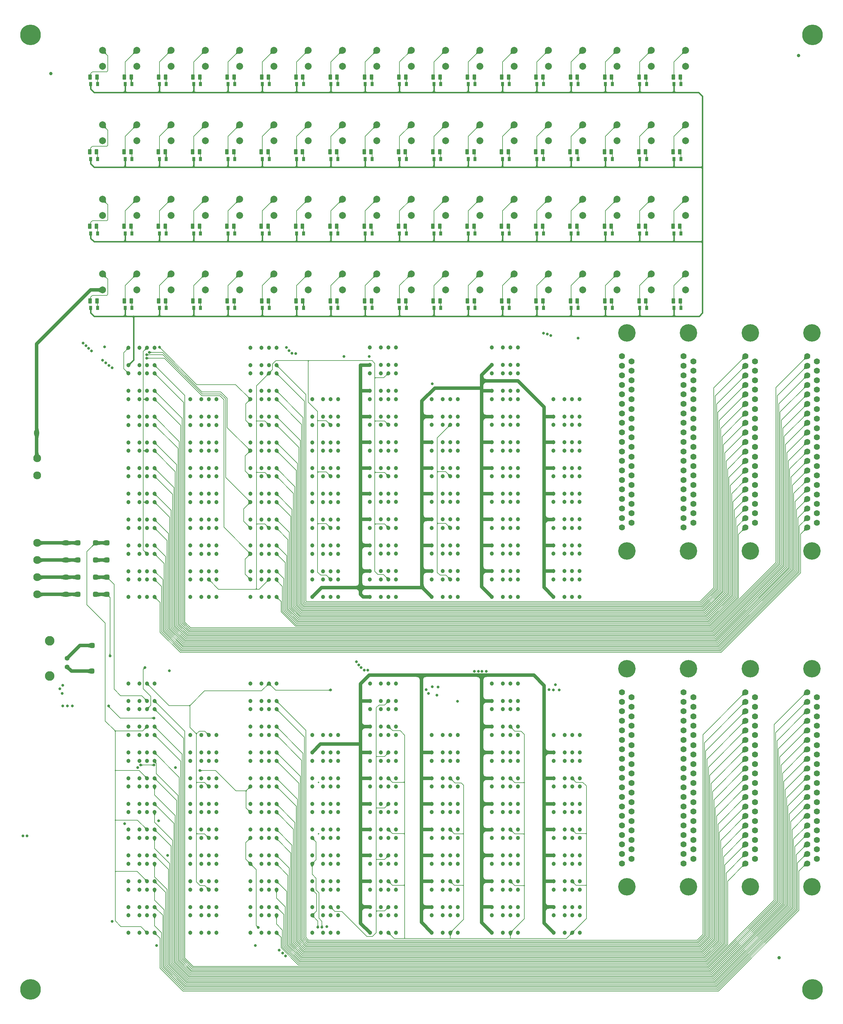
<source format=gtl>
G04*
G04 #@! TF.GenerationSoftware,Altium Limited,Altium Designer,22.10.1 (41)*
G04*
G04 Layer_Physical_Order=1*
G04 Layer_Color=255*
%FSTAX44Y44*%
%MOMM*%
G71*
G04*
G04 #@! TF.SameCoordinates,24A3EEB5-F367-497A-A3BB-2F848839041C*
G04*
G04*
G04 #@! TF.FilePolarity,Positive*
G04*
G01*
G75*
%ADD12C,0.2000*%
%ADD13C,0.3000*%
G04:AMPARAMS|DCode=14|XSize=1.25mm|YSize=0.9mm|CornerRadius=0.1125mm|HoleSize=0mm|Usage=FLASHONLY|Rotation=90.000|XOffset=0mm|YOffset=0mm|HoleType=Round|Shape=RoundedRectangle|*
%AMROUNDEDRECTD14*
21,1,1.2500,0.6750,0,0,90.0*
21,1,1.0250,0.9000,0,0,90.0*
1,1,0.2250,0.3375,0.5125*
1,1,0.2250,0.3375,-0.5125*
1,1,0.2250,-0.3375,-0.5125*
1,1,0.2250,-0.3375,0.5125*
%
%ADD14ROUNDEDRECTD14*%
G04:AMPARAMS|DCode=15|XSize=1.5mm|YSize=1mm|CornerRadius=0.125mm|HoleSize=0mm|Usage=FLASHONLY|Rotation=270.000|XOffset=0mm|YOffset=0mm|HoleType=Round|Shape=RoundedRectangle|*
%AMROUNDEDRECTD15*
21,1,1.5000,0.7500,0,0,270.0*
21,1,1.2500,1.0000,0,0,270.0*
1,1,0.2500,-0.3750,-0.6250*
1,1,0.2500,-0.3750,0.6250*
1,1,0.2500,0.3750,0.6250*
1,1,0.2500,0.3750,-0.6250*
%
%ADD15ROUNDEDRECTD15*%
%ADD29C,1.0000*%
%ADD30C,1.0000*%
%ADD31C,0.4000*%
%ADD32C,1.7780*%
%ADD33C,5.0800*%
%ADD34C,6.0000*%
%ADD35C,2.0000*%
%ADD36C,1.4000*%
%ADD37C,2.8000*%
G04:AMPARAMS|DCode=38|XSize=1.5mm|YSize=1.5mm|CornerRadius=0.375mm|HoleSize=0mm|Usage=FLASHONLY|Rotation=0.000|XOffset=0mm|YOffset=0mm|HoleType=Round|Shape=RoundedRectangle|*
%AMROUNDEDRECTD38*
21,1,1.5000,0.7500,0,0,0.0*
21,1,0.7500,1.5000,0,0,0.0*
1,1,0.7500,0.3750,-0.3750*
1,1,0.7500,-0.3750,-0.3750*
1,1,0.7500,-0.3750,0.3750*
1,1,0.7500,0.3750,0.3750*
%
%ADD38ROUNDEDRECTD38*%
%ADD39C,1.2000*%
G04:AMPARAMS|DCode=40|XSize=1.5mm|YSize=1.5mm|CornerRadius=0.375mm|HoleSize=0mm|Usage=FLASHONLY|Rotation=270.000|XOffset=0mm|YOffset=0mm|HoleType=Round|Shape=RoundedRectangle|*
%AMROUNDEDRECTD40*
21,1,1.5000,0.7500,0,0,270.0*
21,1,0.7500,1.5000,0,0,270.0*
1,1,0.7500,-0.3750,-0.3750*
1,1,0.7500,-0.3750,0.3750*
1,1,0.7500,0.3750,0.3750*
1,1,0.7500,0.3750,-0.3750*
%
%ADD40ROUNDEDRECTD40*%
%ADD41C,2.3000*%
%ADD42C,0.8000*%
G36*
X008699Y0278475D02*
X00868283Y02784746D01*
X00864192Y02784473D01*
X00863082Y02784296D01*
X00862098Y02784076D01*
X00861241Y02783813D01*
X0086051Y02783506D01*
X00859906Y02783157D01*
X00859429Y02782765D01*
X00858015Y02784179D01*
X00858407Y02784656D01*
X00858756Y0278526D01*
X00859063Y02785991D01*
X00859326Y02786848D01*
X00859546Y02787832D01*
X00859723Y02788942D01*
X00859948Y02791543D01*
X00859996Y02793033D01*
X00860001Y0279465D01*
X008699Y0278475D01*
D02*
G37*
G36*
X009699D02*
X00968283Y02784746D01*
X00964192Y02784473D01*
X00963082Y02784296D01*
X00962098Y02784076D01*
X00961241Y02783813D01*
X0096051Y02783506D01*
X00959906Y02783157D01*
X00959429Y02782765D01*
X00958015Y02784179D01*
X00958407Y02784656D01*
X00958756Y0278526D01*
X00959063Y02785991D01*
X00959326Y02786848D01*
X00959546Y02787832D01*
X00959723Y02788942D01*
X00959948Y02791543D01*
X00959996Y02793033D01*
X00960001Y0279465D01*
X009699Y0278475D01*
D02*
G37*
G36*
X014699D02*
X01468283Y02784746D01*
X01464192Y02784473D01*
X01463082Y02784296D01*
X01462098Y02784076D01*
X01461241Y02783813D01*
X0146051Y02783506D01*
X01459906Y02783157D01*
X01459429Y02782765D01*
X01458015Y02784179D01*
X01458407Y02784656D01*
X01458757Y0278526D01*
X01459063Y02785991D01*
X01459326Y02786848D01*
X01459546Y02787832D01*
X01459723Y02788942D01*
X01459948Y02791543D01*
X01459996Y02793033D01*
X01460001Y0279465D01*
X014699Y0278475D01*
D02*
G37*
G36*
X005699D02*
X00568283Y02784746D01*
X00564192Y02784473D01*
X00563082Y02784296D01*
X00562098Y02784076D01*
X00561241Y02783813D01*
X0056051Y02783506D01*
X00559906Y02783157D01*
X00559429Y02782765D01*
X00558015Y02784179D01*
X00558407Y02784656D01*
X00558757Y0278526D01*
X00559063Y02785991D01*
X00559326Y02786848D01*
X00559546Y02787832D01*
X00559723Y02788942D01*
X00559948Y02791543D01*
X00559996Y02793033D01*
X00560001Y0279465D01*
X005699Y0278475D01*
D02*
G37*
G36*
X010699D02*
X01068283Y02784746D01*
X01064192Y02784473D01*
X01063081Y02784296D01*
X01062098Y02784076D01*
X0106124Y02783813D01*
X0106051Y02783506D01*
X01059906Y02783157D01*
X01059429Y02782765D01*
X01058015Y02784179D01*
X01058407Y02784656D01*
X01058756Y0278526D01*
X01059063Y02785991D01*
X01059326Y02786848D01*
X01059546Y02787831D01*
X01059723Y02788942D01*
X01059948Y02791543D01*
X01059996Y02793033D01*
X0106Y0279465D01*
X010699Y0278475D01*
D02*
G37*
G36*
X006699D02*
X00668283Y02784746D01*
X00664192Y02784473D01*
X00663082Y02784296D01*
X00662098Y02784076D01*
X00661241Y02783813D01*
X0066051Y02783506D01*
X00659906Y02783157D01*
X00659429Y02782765D01*
X00658015Y02784179D01*
X00658407Y02784656D01*
X00658756Y0278526D01*
X00659063Y02785991D01*
X00659326Y02786848D01*
X00659546Y02787831D01*
X00659723Y02788942D01*
X00659948Y02791543D01*
X00659996Y02793033D01*
X00660001Y0279465D01*
X006699Y0278475D01*
D02*
G37*
G36*
X019699D02*
X01968283Y02784746D01*
X01964192Y02784473D01*
X01963081Y02784296D01*
X01962098Y02784076D01*
X01961241Y02783813D01*
X0196051Y02783506D01*
X01959906Y02783157D01*
X01959429Y02782765D01*
X01958015Y02784179D01*
X01958407Y02784656D01*
X01958756Y0278526D01*
X01959063Y02785991D01*
X01959326Y02786848D01*
X01959546Y02787831D01*
X01959723Y02788942D01*
X01959948Y02791543D01*
X01959996Y02793033D01*
X0196Y0279465D01*
X019699Y0278475D01*
D02*
G37*
G36*
X017699D02*
X01768283Y02784746D01*
X01764192Y02784473D01*
X01763082Y02784296D01*
X01762098Y02784076D01*
X01761241Y02783813D01*
X0176051Y02783506D01*
X01759906Y02783157D01*
X01759429Y02782765D01*
X01758015Y02784179D01*
X01758407Y02784656D01*
X01758757Y0278526D01*
X01759063Y02785991D01*
X01759326Y02786848D01*
X01759546Y02787831D01*
X01759723Y02788942D01*
X01759948Y02791543D01*
X01759996Y02793033D01*
X01760001Y0279465D01*
X017699Y0278475D01*
D02*
G37*
G36*
X015699D02*
X01568283Y02784746D01*
X01564192Y02784473D01*
X01563082Y02784296D01*
X01562098Y02784076D01*
X01561241Y02783813D01*
X0156051Y02783506D01*
X01559906Y02783157D01*
X01559429Y02782765D01*
X01558015Y02784179D01*
X01558407Y02784656D01*
X01558757Y0278526D01*
X01559063Y02785991D01*
X01559326Y02786848D01*
X01559546Y02787831D01*
X01559723Y02788942D01*
X01559948Y02791543D01*
X01559996Y02793033D01*
X01560001Y0279465D01*
X015699Y0278475D01*
D02*
G37*
G36*
X011699D02*
X01168283Y02784746D01*
X01164192Y02784473D01*
X01163082Y02784296D01*
X01162098Y02784076D01*
X01161241Y02783813D01*
X0116051Y02783506D01*
X01159906Y02783157D01*
X01159429Y02782765D01*
X01158015Y02784179D01*
X01158407Y02784656D01*
X01158756Y0278526D01*
X01159063Y02785991D01*
X01159326Y02786848D01*
X01159546Y02787831D01*
X01159723Y02788942D01*
X01159948Y02791543D01*
X01159996Y02793033D01*
X01160001Y0279465D01*
X011699Y0278475D01*
D02*
G37*
G36*
X007699D02*
X00768283Y02784746D01*
X00764192Y02784473D01*
X00763081Y02784296D01*
X00762098Y02784076D01*
X0076124Y02783813D01*
X0076051Y02783506D01*
X00759906Y02783157D01*
X00759429Y02782765D01*
X00758014Y02784179D01*
X00758407Y02784656D01*
X00758756Y0278526D01*
X00759062Y02785991D01*
X00759326Y02786848D01*
X00759546Y02787831D01*
X00759723Y02788942D01*
X00759948Y02791543D01*
X00759996Y02793033D01*
X0076Y0279465D01*
X007699Y0278475D01*
D02*
G37*
G36*
X003699D02*
X00368283Y02784746D01*
X00364192Y02784473D01*
X00363082Y02784296D01*
X00362098Y02784076D01*
X00361241Y02783813D01*
X0036051Y02783506D01*
X00359906Y02783157D01*
X00359429Y02782765D01*
X00358015Y02784179D01*
X00358407Y02784656D01*
X00358756Y0278526D01*
X00359063Y02785991D01*
X00359326Y02786848D01*
X00359546Y02787831D01*
X00359723Y02788942D01*
X00359948Y02791543D01*
X00359996Y02793033D01*
X0036Y0279465D01*
X003699Y0278475D01*
D02*
G37*
G36*
X00280004Y02793033D02*
X00280277Y02788942D01*
X00280454Y02787831D01*
X00280674Y02786848D01*
X00280937Y02785991D01*
X00281244Y0278526D01*
X00281593Y02784656D01*
X00281985Y02784179D01*
X00280571Y02782765D01*
X00280094Y02783157D01*
X0027949Y02783506D01*
X00278759Y02783813D01*
X00277902Y02784076D01*
X00276918Y02784296D01*
X00275808Y02784473D01*
X00273207Y02784698D01*
X00271717Y02784746D01*
X002701Y0278475D01*
X0028Y0279465D01*
X00280004Y02793033D01*
D02*
G37*
G36*
X012699Y0278475D02*
X01268283Y02784746D01*
X01264192Y02784473D01*
X01263082Y02784296D01*
X01262098Y02784076D01*
X01261241Y02783813D01*
X0126051Y02783506D01*
X01259906Y02783157D01*
X01259429Y02782765D01*
X01258015Y02784179D01*
X01258407Y02784656D01*
X01258756Y0278526D01*
X01259063Y02785991D01*
X01259326Y02786848D01*
X01259546Y02787831D01*
X01259723Y02788942D01*
X01259948Y02791543D01*
X01259996Y02793033D01*
X01260001Y0279465D01*
X012699Y0278475D01*
D02*
G37*
G36*
X013699D02*
X01368283Y02784746D01*
X01364192Y02784473D01*
X01363082Y02784296D01*
X01362098Y02784076D01*
X01361241Y02783813D01*
X0136051Y02783506D01*
X01359906Y02783157D01*
X01359429Y02782765D01*
X01358015Y02784179D01*
X01358407Y02784656D01*
X01358756Y0278526D01*
X01359063Y02785991D01*
X01359326Y02786848D01*
X01359546Y02787831D01*
X01359723Y02788942D01*
X01359948Y02791543D01*
X01359996Y02793033D01*
X0136Y0279465D01*
X013699Y0278475D01*
D02*
G37*
G36*
X004699D02*
X00468283Y02784746D01*
X00464192Y02784473D01*
X00463082Y02784296D01*
X00462098Y02784076D01*
X00461241Y02783813D01*
X0046051Y02783506D01*
X00459906Y02783157D01*
X00459429Y02782765D01*
X00458015Y02784179D01*
X00458407Y02784656D01*
X00458756Y0278526D01*
X00459063Y02785991D01*
X00459326Y02786848D01*
X00459546Y02787831D01*
X00459723Y02788942D01*
X00459948Y02791543D01*
X00459996Y02793033D01*
X0046Y0279465D01*
X004699Y0278475D01*
D02*
G37*
G36*
X018699D02*
X01868283Y02784746D01*
X01864192Y02784473D01*
X01863082Y02784296D01*
X01862098Y02784076D01*
X01861241Y02783813D01*
X0186051Y02783506D01*
X01859906Y02783157D01*
X01859429Y02782764D01*
X01858015Y02784178D01*
X01858407Y02784656D01*
X01858757Y0278526D01*
X01859063Y0278599D01*
X01859326Y02786848D01*
X01859546Y02787831D01*
X01859723Y02788942D01*
X01859948Y02791542D01*
X01859996Y02793033D01*
X0186Y0279465D01*
X018699Y0278475D01*
D02*
G37*
G36*
X016699D02*
X01668283Y02784745D01*
X01664192Y02784473D01*
X01663082Y02784296D01*
X01662098Y02784076D01*
X01661241Y02783812D01*
X0166051Y02783506D01*
X01659906Y02783157D01*
X01659429Y02782764D01*
X01658015Y02784178D01*
X01658407Y02784656D01*
X01658756Y0278526D01*
X01659063Y0278599D01*
X01659326Y02786848D01*
X01659546Y02787831D01*
X01659723Y02788942D01*
X01659948Y02791542D01*
X01659996Y02793033D01*
X0166Y0279465D01*
X016699Y0278475D01*
D02*
G37*
G36*
X0193804Y0267724D02*
X0193816Y0267656D01*
X0193836Y0267596D01*
X0193864Y0267544D01*
X01939Y02675D01*
X0193944Y0267464D01*
X0193996Y0267436D01*
X0194056Y0267416D01*
X0194124Y0267404D01*
X01942Y02674D01*
X01936Y0267D01*
X0193Y02674D01*
X0193076Y0267404D01*
X0193144Y0267416D01*
X0193204Y0267436D01*
X0193256Y0267464D01*
X01933Y02675D01*
X0193336Y0267544D01*
X0193364Y0267596D01*
X0193384Y0267656D01*
X0193396Y0267724D01*
X01934Y02678D01*
X01938D01*
X0193804Y0267724D01*
D02*
G37*
G36*
X0183804D02*
X0183816Y0267656D01*
X0183836Y0267596D01*
X0183864Y0267544D01*
X01839Y02675D01*
X0183944Y0267464D01*
X0183996Y0267436D01*
X0184056Y0267416D01*
X0184124Y0267404D01*
X01842Y02674D01*
X01836Y0267D01*
X0183Y02674D01*
X0183076Y0267404D01*
X0183144Y0267416D01*
X0183204Y0267436D01*
X0183256Y0267464D01*
X01833Y02675D01*
X0183336Y0267544D01*
X0183364Y0267596D01*
X0183384Y0267656D01*
X0183396Y0267724D01*
X01834Y02678D01*
X01838D01*
X0183804Y0267724D01*
D02*
G37*
G36*
X0173804D02*
X0173816Y0267656D01*
X0173836Y0267596D01*
X0173864Y0267544D01*
X01739Y02675D01*
X0173944Y0267464D01*
X0173996Y0267436D01*
X0174056Y0267416D01*
X0174124Y0267404D01*
X01742Y02674D01*
X01736Y0267D01*
X0173Y02674D01*
X0173076Y0267404D01*
X0173144Y0267416D01*
X0173204Y0267436D01*
X0173256Y0267464D01*
X01733Y02675D01*
X0173336Y0267544D01*
X0173364Y0267596D01*
X0173384Y0267656D01*
X0173396Y0267724D01*
X01734Y02678D01*
X01738D01*
X0173804Y0267724D01*
D02*
G37*
G36*
X0163804D02*
X0163816Y0267656D01*
X0163836Y0267596D01*
X0163864Y0267544D01*
X01639Y02675D01*
X0163944Y0267464D01*
X0163996Y0267436D01*
X0164056Y0267416D01*
X0164124Y0267404D01*
X01642Y02674D01*
X01636Y0267D01*
X0163Y02674D01*
X0163076Y0267404D01*
X0163144Y0267416D01*
X0163204Y0267436D01*
X0163256Y0267464D01*
X01633Y02675D01*
X0163336Y0267544D01*
X0163364Y0267596D01*
X0163384Y0267656D01*
X0163396Y0267724D01*
X01634Y02678D01*
X01638D01*
X0163804Y0267724D01*
D02*
G37*
G36*
X0153804D02*
X0153816Y0267656D01*
X0153836Y0267596D01*
X0153864Y0267544D01*
X01539Y02675D01*
X0153944Y0267464D01*
X0153996Y0267436D01*
X0154056Y0267416D01*
X0154124Y0267404D01*
X01542Y02674D01*
X01536Y0267D01*
X0153Y02674D01*
X0153076Y0267404D01*
X0153144Y0267416D01*
X0153204Y0267436D01*
X0153256Y0267464D01*
X01533Y02675D01*
X0153336Y0267544D01*
X0153364Y0267596D01*
X0153384Y0267656D01*
X0153396Y0267724D01*
X01534Y02678D01*
X01538D01*
X0153804Y0267724D01*
D02*
G37*
G36*
X0143804D02*
X0143816Y0267656D01*
X0143836Y0267596D01*
X0143864Y0267544D01*
X01439Y02675D01*
X0143944Y0267464D01*
X0143996Y0267436D01*
X0144056Y0267416D01*
X0144124Y0267404D01*
X01442Y02674D01*
X01436Y0267D01*
X0143Y02674D01*
X0143076Y0267404D01*
X0143144Y0267416D01*
X0143204Y0267436D01*
X0143256Y0267464D01*
X01433Y02675D01*
X0143336Y0267544D01*
X0143364Y0267596D01*
X0143384Y0267656D01*
X0143396Y0267724D01*
X01434Y02678D01*
X01438D01*
X0143804Y0267724D01*
D02*
G37*
G36*
X0133804D02*
X0133816Y0267656D01*
X0133836Y0267596D01*
X0133864Y0267544D01*
X01339Y02675D01*
X0133944Y0267464D01*
X0133996Y0267436D01*
X0134056Y0267416D01*
X0134124Y0267404D01*
X01342Y02674D01*
X01336Y0267D01*
X0133Y02674D01*
X0133076Y0267404D01*
X0133144Y0267416D01*
X0133204Y0267436D01*
X0133256Y0267464D01*
X01333Y02675D01*
X0133336Y0267544D01*
X0133364Y0267596D01*
X0133384Y0267656D01*
X0133396Y0267724D01*
X01334Y02678D01*
X01338D01*
X0133804Y0267724D01*
D02*
G37*
G36*
X0123804D02*
X0123816Y0267656D01*
X0123836Y0267596D01*
X0123864Y0267544D01*
X01239Y02675D01*
X0123944Y0267464D01*
X0123996Y0267436D01*
X0124056Y0267416D01*
X0124124Y0267404D01*
X01242Y02674D01*
X01236Y0267D01*
X0123Y02674D01*
X0123076Y0267404D01*
X0123144Y0267416D01*
X0123204Y0267436D01*
X0123256Y0267464D01*
X01233Y02675D01*
X0123336Y0267544D01*
X0123364Y0267596D01*
X0123384Y0267656D01*
X0123396Y0267724D01*
X01234Y02678D01*
X01238D01*
X0123804Y0267724D01*
D02*
G37*
G36*
X0113804D02*
X0113816Y0267656D01*
X0113836Y0267596D01*
X0113864Y0267544D01*
X01139Y02675D01*
X0113944Y0267464D01*
X0113996Y0267436D01*
X0114056Y0267416D01*
X0114124Y0267404D01*
X01142Y02674D01*
X01136Y0267D01*
X0113Y02674D01*
X0113076Y0267404D01*
X0113144Y0267416D01*
X0113204Y0267436D01*
X0113256Y0267464D01*
X01133Y02675D01*
X0113336Y0267544D01*
X0113364Y0267596D01*
X0113384Y0267656D01*
X0113396Y0267724D01*
X01134Y02678D01*
X01138D01*
X0113804Y0267724D01*
D02*
G37*
G36*
X0103804D02*
X0103816Y0267656D01*
X0103836Y0267596D01*
X0103864Y0267544D01*
X01039Y02675D01*
X0103944Y0267464D01*
X0103996Y0267436D01*
X0104056Y0267416D01*
X0104124Y0267404D01*
X01042Y02674D01*
X01036Y0267D01*
X0103Y02674D01*
X0103076Y0267404D01*
X0103144Y0267416D01*
X0103204Y0267436D01*
X0103256Y0267464D01*
X01033Y02675D01*
X0103336Y0267544D01*
X0103364Y0267596D01*
X0103384Y0267656D01*
X0103396Y0267724D01*
X01034Y02678D01*
X01038D01*
X0103804Y0267724D01*
D02*
G37*
G36*
X0093804D02*
X0093816Y0267656D01*
X0093836Y0267596D01*
X0093864Y0267544D01*
X00939Y02675D01*
X0093944Y0267464D01*
X0093996Y0267436D01*
X0094056Y0267416D01*
X0094124Y0267404D01*
X00942Y02674D01*
X00936Y0267D01*
X0093Y02674D01*
X0093076Y0267404D01*
X0093144Y0267416D01*
X0093204Y0267436D01*
X0093256Y0267464D01*
X00933Y02675D01*
X0093336Y0267544D01*
X0093364Y0267596D01*
X0093384Y0267656D01*
X0093396Y0267724D01*
X00934Y02678D01*
X00938D01*
X0093804Y0267724D01*
D02*
G37*
G36*
X0083804D02*
X0083816Y0267656D01*
X0083836Y0267596D01*
X0083864Y0267544D01*
X00839Y02675D01*
X0083944Y0267464D01*
X0083996Y0267436D01*
X0084056Y0267416D01*
X0084124Y0267404D01*
X00842Y02674D01*
X00836Y0267D01*
X0083Y02674D01*
X0083076Y0267404D01*
X0083144Y0267416D01*
X0083204Y0267436D01*
X0083256Y0267464D01*
X00833Y02675D01*
X0083336Y0267544D01*
X0083364Y0267596D01*
X0083384Y0267656D01*
X0083396Y0267724D01*
X00834Y02678D01*
X00838D01*
X0083804Y0267724D01*
D02*
G37*
G36*
X0073804D02*
X0073816Y0267656D01*
X0073836Y0267596D01*
X0073864Y0267544D01*
X00739Y02675D01*
X0073944Y0267464D01*
X0073996Y0267436D01*
X0074056Y0267416D01*
X0074124Y0267404D01*
X00742Y02674D01*
X00736Y0267D01*
X0073Y02674D01*
X0073076Y0267404D01*
X0073144Y0267416D01*
X0073204Y0267436D01*
X0073256Y0267464D01*
X00733Y02675D01*
X0073336Y0267544D01*
X0073364Y0267596D01*
X0073384Y0267656D01*
X0073396Y0267724D01*
X00734Y02678D01*
X00738D01*
X0073804Y0267724D01*
D02*
G37*
G36*
X0063804D02*
X0063816Y0267656D01*
X0063836Y0267596D01*
X0063864Y0267544D01*
X00639Y02675D01*
X0063944Y0267464D01*
X0063996Y0267436D01*
X0064056Y0267416D01*
X0064124Y0267404D01*
X00642Y02674D01*
X00636Y0267D01*
X0063Y02674D01*
X0063076Y0267404D01*
X0063144Y0267416D01*
X0063204Y0267436D01*
X0063256Y0267464D01*
X00633Y02675D01*
X0063336Y0267544D01*
X0063364Y0267596D01*
X0063384Y0267656D01*
X0063396Y0267724D01*
X00634Y02678D01*
X00638D01*
X0063804Y0267724D01*
D02*
G37*
G36*
X0053804D02*
X0053816Y0267656D01*
X0053836Y0267596D01*
X0053864Y0267544D01*
X00539Y02675D01*
X0053944Y0267464D01*
X0053996Y0267436D01*
X0054056Y0267416D01*
X0054124Y0267404D01*
X00542Y02674D01*
X00536Y0267D01*
X0053Y02674D01*
X0053076Y0267404D01*
X0053144Y0267416D01*
X0053204Y0267436D01*
X0053256Y0267464D01*
X00533Y02675D01*
X0053336Y0267544D01*
X0053364Y0267596D01*
X0053384Y0267656D01*
X0053396Y0267724D01*
X00534Y02678D01*
X00538D01*
X0053804Y0267724D01*
D02*
G37*
G36*
X0043804D02*
X0043816Y0267656D01*
X0043836Y0267596D01*
X0043864Y0267544D01*
X00439Y02675D01*
X0043944Y0267464D01*
X0043996Y0267436D01*
X0044056Y0267416D01*
X0044124Y0267404D01*
X00442Y02674D01*
X00436Y0267D01*
X0043Y02674D01*
X0043076Y0267404D01*
X0043144Y0267416D01*
X0043204Y0267436D01*
X0043256Y0267464D01*
X00433Y02675D01*
X0043336Y0267544D01*
X0043364Y0267596D01*
X0043384Y0267656D01*
X0043396Y0267724D01*
X00434Y02678D01*
X00438D01*
X0043804Y0267724D01*
D02*
G37*
G36*
X0033804D02*
X0033816Y0267656D01*
X0033836Y0267596D01*
X0033864Y0267544D01*
X00339Y02675D01*
X0033944Y0267464D01*
X0033996Y0267436D01*
X0034056Y0267416D01*
X0034124Y0267404D01*
X00342Y02674D01*
X00336Y0267D01*
X0033Y02674D01*
X0033076Y0267404D01*
X0033144Y0267416D01*
X0033204Y0267436D01*
X0033256Y0267464D01*
X00333Y02675D01*
X0033336Y0267544D01*
X0033364Y0267596D01*
X0033384Y0267656D01*
X0033396Y0267724D01*
X00334Y02678D01*
X00338D01*
X0033804Y0267724D01*
D02*
G37*
G36*
X008699Y02567751D02*
X00868283Y02567746D01*
X00864192Y02567473D01*
X00863082Y02567296D01*
X00862098Y02567076D01*
X00861241Y02566813D01*
X0086051Y02566507D01*
X00859906Y02566157D01*
X00859429Y02565765D01*
X00858015Y02567179D01*
X00858407Y02567656D01*
X00858756Y0256826D01*
X00859063Y02568991D01*
X00859326Y02569848D01*
X00859546Y02570832D01*
X00859723Y02571942D01*
X00859948Y02574543D01*
X00859996Y02576033D01*
X00860001Y0257765D01*
X008699Y02567751D01*
D02*
G37*
G36*
X009699D02*
X00968283Y02567746D01*
X00964192Y02567473D01*
X00963082Y02567296D01*
X00962098Y02567076D01*
X00961241Y02566813D01*
X0096051Y02566506D01*
X00959906Y02566157D01*
X00959429Y02565765D01*
X00958015Y02567179D01*
X00958407Y02567656D01*
X00958756Y0256826D01*
X00959063Y02568991D01*
X00959326Y02569848D01*
X00959546Y02570832D01*
X00959723Y02571942D01*
X00959948Y02574543D01*
X00959996Y02576033D01*
X00960001Y0257765D01*
X009699Y02567751D01*
D02*
G37*
G36*
X014699D02*
X01468283Y02567746D01*
X01464192Y02567473D01*
X01463082Y02567296D01*
X01462098Y02567076D01*
X01461241Y02566813D01*
X0146051Y02566506D01*
X01459906Y02566157D01*
X01459429Y02565764D01*
X01458015Y02567179D01*
X01458407Y02567656D01*
X01458757Y0256826D01*
X01459063Y0256899D01*
X01459326Y02569848D01*
X01459546Y02570832D01*
X01459723Y02571942D01*
X01459948Y02574543D01*
X01459996Y02576033D01*
X01460001Y0257765D01*
X014699Y02567751D01*
D02*
G37*
G36*
X005699D02*
X00568283Y02567746D01*
X00564192Y02567473D01*
X00563082Y02567296D01*
X00562098Y02567076D01*
X00561241Y02566813D01*
X0056051Y02566506D01*
X00559906Y02566157D01*
X00559429Y02565764D01*
X00558015Y02567179D01*
X00558407Y02567656D01*
X00558757Y0256826D01*
X00559063Y0256899D01*
X00559326Y02569848D01*
X00559546Y02570832D01*
X00559723Y02571942D01*
X00559948Y02574543D01*
X00559996Y02576033D01*
X00560001Y0257765D01*
X005699Y02567751D01*
D02*
G37*
G36*
X010699D02*
X01068283Y02567746D01*
X01064192Y02567473D01*
X01063081Y02567296D01*
X01062098Y02567076D01*
X0106124Y02566813D01*
X0106051Y02566506D01*
X01059906Y02566157D01*
X01059429Y02565764D01*
X01058015Y02567179D01*
X01058407Y02567656D01*
X01058756Y0256826D01*
X01059063Y0256899D01*
X01059326Y02569848D01*
X01059546Y02570832D01*
X01059723Y02571942D01*
X01059948Y02574543D01*
X01059996Y02576033D01*
X0106Y0257765D01*
X010699Y02567751D01*
D02*
G37*
G36*
X006699D02*
X00668283Y02567746D01*
X00664192Y02567473D01*
X00663082Y02567296D01*
X00662098Y02567076D01*
X00661241Y02566813D01*
X0066051Y02566506D01*
X00659906Y02566157D01*
X00659429Y02565764D01*
X00658015Y02567179D01*
X00658407Y02567656D01*
X00658756Y0256826D01*
X00659063Y0256899D01*
X00659326Y02569848D01*
X00659546Y02570832D01*
X00659723Y02571942D01*
X00659948Y02574543D01*
X00659996Y02576033D01*
X00660001Y0257765D01*
X006699Y02567751D01*
D02*
G37*
G36*
X019699D02*
X01968283Y02567746D01*
X01964192Y02567473D01*
X01963081Y02567296D01*
X01962098Y02567076D01*
X01961241Y02566813D01*
X0196051Y02566506D01*
X01959906Y02566157D01*
X01959429Y02565764D01*
X01958015Y02567179D01*
X01958407Y02567656D01*
X01958756Y0256826D01*
X01959063Y0256899D01*
X01959326Y02569848D01*
X01959546Y02570832D01*
X01959723Y02571942D01*
X01959948Y02574543D01*
X01959996Y02576033D01*
X0196Y0257765D01*
X019699Y02567751D01*
D02*
G37*
G36*
X017699D02*
X01768283Y02567746D01*
X01764192Y02567473D01*
X01763082Y02567296D01*
X01762098Y02567076D01*
X01761241Y02566813D01*
X0176051Y02566506D01*
X01759906Y02566157D01*
X01759429Y02565764D01*
X01758015Y02567179D01*
X01758407Y02567656D01*
X01758757Y0256826D01*
X01759063Y0256899D01*
X01759326Y02569848D01*
X01759546Y02570832D01*
X01759723Y02571942D01*
X01759948Y02574543D01*
X01759996Y02576033D01*
X01760001Y0257765D01*
X017699Y02567751D01*
D02*
G37*
G36*
X015699D02*
X01568283Y02567746D01*
X01564192Y02567473D01*
X01563082Y02567296D01*
X01562098Y02567076D01*
X01561241Y02566813D01*
X0156051Y02566506D01*
X01559906Y02566157D01*
X01559429Y02565764D01*
X01558015Y02567179D01*
X01558407Y02567656D01*
X01558757Y0256826D01*
X01559063Y0256899D01*
X01559326Y02569848D01*
X01559546Y02570832D01*
X01559723Y02571942D01*
X01559948Y02574543D01*
X01559996Y02576033D01*
X01560001Y0257765D01*
X015699Y02567751D01*
D02*
G37*
G36*
X011699D02*
X01168283Y02567746D01*
X01164192Y02567473D01*
X01163082Y02567296D01*
X01162098Y02567076D01*
X01161241Y02566813D01*
X0116051Y02566506D01*
X01159906Y02566157D01*
X01159429Y02565764D01*
X01158015Y02567179D01*
X01158407Y02567656D01*
X01158756Y0256826D01*
X01159063Y0256899D01*
X01159326Y02569848D01*
X01159546Y02570832D01*
X01159723Y02571942D01*
X01159948Y02574543D01*
X01159996Y02576033D01*
X01160001Y0257765D01*
X011699Y02567751D01*
D02*
G37*
G36*
X007699D02*
X00768283Y02567746D01*
X00764192Y02567473D01*
X00763081Y02567296D01*
X00762098Y02567076D01*
X0076124Y02566813D01*
X0076051Y02566506D01*
X00759906Y02566157D01*
X00759429Y02565764D01*
X00758014Y02567179D01*
X00758407Y02567656D01*
X00758756Y0256826D01*
X00759062Y0256899D01*
X00759326Y02569848D01*
X00759546Y02570832D01*
X00759723Y02571942D01*
X00759948Y02574543D01*
X00759996Y02576033D01*
X0076Y0257765D01*
X007699Y02567751D01*
D02*
G37*
G36*
X003699D02*
X00368283Y02567746D01*
X00364192Y02567473D01*
X00363082Y02567296D01*
X00362098Y02567076D01*
X00361241Y02566813D01*
X0036051Y02566506D01*
X00359906Y02566157D01*
X00359429Y02565764D01*
X00358015Y02567179D01*
X00358407Y02567656D01*
X00358756Y0256826D01*
X00359063Y0256899D01*
X00359326Y02569848D01*
X00359546Y02570832D01*
X00359723Y02571942D01*
X00359948Y02574543D01*
X00359996Y02576033D01*
X0036Y0257765D01*
X003699Y02567751D01*
D02*
G37*
G36*
X00280004Y02576033D02*
X00280277Y02571942D01*
X00280454Y02570832D01*
X00280674Y02569848D01*
X00280937Y0256899D01*
X00281244Y0256826D01*
X00281593Y02567656D01*
X00281985Y02567179D01*
X00280571Y02565764D01*
X00280094Y02566157D01*
X0027949Y02566506D01*
X00278759Y02566813D01*
X00277902Y02567076D01*
X00276918Y02567296D01*
X00275808Y02567473D01*
X00273207Y02567698D01*
X00271717Y02567746D01*
X002701Y02567751D01*
X0028Y0257765D01*
X00280004Y02576033D01*
D02*
G37*
G36*
X012699Y02567751D02*
X01268283Y02567746D01*
X01264192Y02567473D01*
X01263082Y02567296D01*
X01262098Y02567076D01*
X01261241Y02566813D01*
X0126051Y02566506D01*
X01259906Y02566157D01*
X01259429Y02565764D01*
X01258015Y02567179D01*
X01258407Y02567656D01*
X01258756Y0256826D01*
X01259063Y0256899D01*
X01259326Y02569848D01*
X01259546Y02570832D01*
X01259723Y02571942D01*
X01259948Y02574543D01*
X01259996Y02576033D01*
X01260001Y0257765D01*
X012699Y02567751D01*
D02*
G37*
G36*
X013699D02*
X01368283Y02567746D01*
X01364192Y02567473D01*
X01363082Y02567296D01*
X01362098Y02567076D01*
X01361241Y02566813D01*
X0136051Y02566506D01*
X01359906Y02566157D01*
X01359429Y02565764D01*
X01358015Y02567179D01*
X01358407Y02567656D01*
X01358756Y0256826D01*
X01359063Y0256899D01*
X01359326Y02569848D01*
X01359546Y02570832D01*
X01359723Y02571942D01*
X01359948Y02574543D01*
X01359996Y02576033D01*
X0136Y0257765D01*
X013699Y02567751D01*
D02*
G37*
G36*
X004699D02*
X00468283Y02567746D01*
X00464192Y02567473D01*
X00463082Y02567296D01*
X00462098Y02567076D01*
X00461241Y02566813D01*
X0046051Y02566506D01*
X00459906Y02566157D01*
X00459429Y02565764D01*
X00458015Y02567179D01*
X00458407Y02567656D01*
X00458756Y0256826D01*
X00459063Y0256899D01*
X00459326Y02569848D01*
X00459546Y02570831D01*
X00459723Y02571942D01*
X00459948Y02574543D01*
X00459996Y02576033D01*
X0046Y0257765D01*
X004699Y02567751D01*
D02*
G37*
G36*
X018699D02*
X01868283Y02567746D01*
X01864192Y02567473D01*
X01863082Y02567296D01*
X01862098Y02567076D01*
X01861241Y02566812D01*
X0186051Y02566506D01*
X01859906Y02566157D01*
X01859429Y02565764D01*
X01858015Y02567179D01*
X01858407Y02567656D01*
X01858757Y0256826D01*
X01859063Y0256899D01*
X01859326Y02569848D01*
X01859546Y02570831D01*
X01859723Y02571942D01*
X01859948Y02574543D01*
X01859996Y02576033D01*
X0186Y0257765D01*
X018699Y02567751D01*
D02*
G37*
G36*
X016699D02*
X01668283Y02567746D01*
X01664192Y02567473D01*
X01663082Y02567296D01*
X01662098Y02567076D01*
X01661241Y02566812D01*
X0166051Y02566506D01*
X01659906Y02566157D01*
X01659429Y02565764D01*
X01658015Y02567179D01*
X01658407Y02567656D01*
X01658756Y0256826D01*
X01659063Y0256899D01*
X01659326Y02569847D01*
X01659546Y02570831D01*
X01659723Y02571942D01*
X01659948Y02574543D01*
X01659996Y02576033D01*
X0166Y0257765D01*
X016699Y02567751D01*
D02*
G37*
G36*
X0193804Y0245924D02*
X0193816Y0245856D01*
X0193836Y0245796D01*
X0193864Y0245744D01*
X01939Y02457D01*
X0193944Y0245664D01*
X0193996Y0245636D01*
X0194056Y0245616D01*
X0194124Y0245604D01*
X01942Y02456D01*
X01936Y02452D01*
X0193Y02456D01*
X0193076Y0245604D01*
X0193144Y0245616D01*
X0193204Y0245636D01*
X0193256Y0245664D01*
X01933Y02457D01*
X0193336Y0245744D01*
X0193364Y0245796D01*
X0193384Y0245856D01*
X0193396Y0245924D01*
X01934Y0246D01*
X01938D01*
X0193804Y0245924D01*
D02*
G37*
G36*
X0183804D02*
X0183816Y0245856D01*
X0183836Y0245796D01*
X0183864Y0245744D01*
X01839Y02457D01*
X0183944Y0245664D01*
X0183996Y0245636D01*
X0184056Y0245616D01*
X0184124Y0245604D01*
X01842Y02456D01*
X01836Y02452D01*
X0183Y02456D01*
X0183076Y0245604D01*
X0183144Y0245616D01*
X0183204Y0245636D01*
X0183256Y0245664D01*
X01833Y02457D01*
X0183336Y0245744D01*
X0183364Y0245796D01*
X0183384Y0245856D01*
X0183396Y0245924D01*
X01834Y0246D01*
X01838D01*
X0183804Y0245924D01*
D02*
G37*
G36*
X0173804D02*
X0173816Y0245856D01*
X0173836Y0245796D01*
X0173864Y0245744D01*
X01739Y02457D01*
X0173944Y0245664D01*
X0173996Y0245636D01*
X0174056Y0245616D01*
X0174124Y0245604D01*
X01742Y02456D01*
X01736Y02452D01*
X0173Y02456D01*
X0173076Y0245604D01*
X0173144Y0245616D01*
X0173204Y0245636D01*
X0173256Y0245664D01*
X01733Y02457D01*
X0173336Y0245744D01*
X0173364Y0245796D01*
X0173384Y0245856D01*
X0173396Y0245924D01*
X01734Y0246D01*
X01738D01*
X0173804Y0245924D01*
D02*
G37*
G36*
X0163804D02*
X0163816Y0245856D01*
X0163836Y0245796D01*
X0163864Y0245744D01*
X01639Y02457D01*
X0163944Y0245664D01*
X0163996Y0245636D01*
X0164056Y0245616D01*
X0164124Y0245604D01*
X01642Y02456D01*
X01636Y02452D01*
X0163Y02456D01*
X0163076Y0245604D01*
X0163144Y0245616D01*
X0163204Y0245636D01*
X0163256Y0245664D01*
X01633Y02457D01*
X0163336Y0245744D01*
X0163364Y0245796D01*
X0163384Y0245856D01*
X0163396Y0245924D01*
X01634Y0246D01*
X01638D01*
X0163804Y0245924D01*
D02*
G37*
G36*
X0153804D02*
X0153816Y0245856D01*
X0153836Y0245796D01*
X0153864Y0245744D01*
X01539Y02457D01*
X0153944Y0245664D01*
X0153996Y0245636D01*
X0154056Y0245616D01*
X0154124Y0245604D01*
X01542Y02456D01*
X01536Y02452D01*
X0153Y02456D01*
X0153076Y0245604D01*
X0153144Y0245616D01*
X0153204Y0245636D01*
X0153256Y0245664D01*
X01533Y02457D01*
X0153336Y0245744D01*
X0153364Y0245796D01*
X0153384Y0245856D01*
X0153396Y0245924D01*
X01534Y0246D01*
X01538D01*
X0153804Y0245924D01*
D02*
G37*
G36*
X0143804D02*
X0143816Y0245856D01*
X0143836Y0245796D01*
X0143864Y0245744D01*
X01439Y02457D01*
X0143944Y0245664D01*
X0143996Y0245636D01*
X0144056Y0245616D01*
X0144124Y0245604D01*
X01442Y02456D01*
X01436Y02452D01*
X0143Y02456D01*
X0143076Y0245604D01*
X0143144Y0245616D01*
X0143204Y0245636D01*
X0143256Y0245664D01*
X01433Y02457D01*
X0143336Y0245744D01*
X0143364Y0245796D01*
X0143384Y0245856D01*
X0143396Y0245924D01*
X01434Y0246D01*
X01438D01*
X0143804Y0245924D01*
D02*
G37*
G36*
X0133804D02*
X0133816Y0245856D01*
X0133836Y0245796D01*
X0133864Y0245744D01*
X01339Y02457D01*
X0133944Y0245664D01*
X0133996Y0245636D01*
X0134056Y0245616D01*
X0134124Y0245604D01*
X01342Y02456D01*
X01336Y02452D01*
X0133Y02456D01*
X0133076Y0245604D01*
X0133144Y0245616D01*
X0133204Y0245636D01*
X0133256Y0245664D01*
X01333Y02457D01*
X0133336Y0245744D01*
X0133364Y0245796D01*
X0133384Y0245856D01*
X0133396Y0245924D01*
X01334Y0246D01*
X01338D01*
X0133804Y0245924D01*
D02*
G37*
G36*
X0123804D02*
X0123816Y0245856D01*
X0123836Y0245796D01*
X0123864Y0245744D01*
X01239Y02457D01*
X0123944Y0245664D01*
X0123996Y0245636D01*
X0124056Y0245616D01*
X0124124Y0245604D01*
X01242Y02456D01*
X01236Y02452D01*
X0123Y02456D01*
X0123076Y0245604D01*
X0123144Y0245616D01*
X0123204Y0245636D01*
X0123256Y0245664D01*
X01233Y02457D01*
X0123336Y0245744D01*
X0123364Y0245796D01*
X0123384Y0245856D01*
X0123396Y0245924D01*
X01234Y0246D01*
X01238D01*
X0123804Y0245924D01*
D02*
G37*
G36*
X0113804D02*
X0113816Y0245856D01*
X0113836Y0245796D01*
X0113864Y0245744D01*
X01139Y02457D01*
X0113944Y0245664D01*
X0113996Y0245636D01*
X0114056Y0245616D01*
X0114124Y0245604D01*
X01142Y02456D01*
X01136Y02452D01*
X0113Y02456D01*
X0113076Y0245604D01*
X0113144Y0245616D01*
X0113204Y0245636D01*
X0113256Y0245664D01*
X01133Y02457D01*
X0113336Y0245744D01*
X0113364Y0245796D01*
X0113384Y0245856D01*
X0113396Y0245924D01*
X01134Y0246D01*
X01138D01*
X0113804Y0245924D01*
D02*
G37*
G36*
X0103804D02*
X0103816Y0245856D01*
X0103836Y0245796D01*
X0103864Y0245744D01*
X01039Y02457D01*
X0103944Y0245664D01*
X0103996Y0245636D01*
X0104056Y0245616D01*
X0104124Y0245604D01*
X01042Y02456D01*
X01036Y02452D01*
X0103Y02456D01*
X0103076Y0245604D01*
X0103144Y0245616D01*
X0103204Y0245636D01*
X0103256Y0245664D01*
X01033Y02457D01*
X0103336Y0245744D01*
X0103364Y0245796D01*
X0103384Y0245856D01*
X0103396Y0245924D01*
X01034Y0246D01*
X01038D01*
X0103804Y0245924D01*
D02*
G37*
G36*
X0093804D02*
X0093816Y0245856D01*
X0093836Y0245796D01*
X0093864Y0245744D01*
X00939Y02457D01*
X0093944Y0245664D01*
X0093996Y0245636D01*
X0094056Y0245616D01*
X0094124Y0245604D01*
X00942Y02456D01*
X00936Y02452D01*
X0093Y02456D01*
X0093076Y0245604D01*
X0093144Y0245616D01*
X0093204Y0245636D01*
X0093256Y0245664D01*
X00933Y02457D01*
X0093336Y0245744D01*
X0093364Y0245796D01*
X0093384Y0245856D01*
X0093396Y0245924D01*
X00934Y0246D01*
X00938D01*
X0093804Y0245924D01*
D02*
G37*
G36*
X0083804D02*
X0083816Y0245856D01*
X0083836Y0245796D01*
X0083864Y0245744D01*
X00839Y02457D01*
X0083944Y0245664D01*
X0083996Y0245636D01*
X0084056Y0245616D01*
X0084124Y0245604D01*
X00842Y02456D01*
X00836Y02452D01*
X0083Y02456D01*
X0083076Y0245604D01*
X0083144Y0245616D01*
X0083204Y0245636D01*
X0083256Y0245664D01*
X00833Y02457D01*
X0083336Y0245744D01*
X0083364Y0245796D01*
X0083384Y0245856D01*
X0083396Y0245924D01*
X00834Y0246D01*
X00838D01*
X0083804Y0245924D01*
D02*
G37*
G36*
X0073804D02*
X0073816Y0245856D01*
X0073836Y0245796D01*
X0073864Y0245744D01*
X00739Y02457D01*
X0073944Y0245664D01*
X0073996Y0245636D01*
X0074056Y0245616D01*
X0074124Y0245604D01*
X00742Y02456D01*
X00736Y02452D01*
X0073Y02456D01*
X0073076Y0245604D01*
X0073144Y0245616D01*
X0073204Y0245636D01*
X0073256Y0245664D01*
X00733Y02457D01*
X0073336Y0245744D01*
X0073364Y0245796D01*
X0073384Y0245856D01*
X0073396Y0245924D01*
X00734Y0246D01*
X00738D01*
X0073804Y0245924D01*
D02*
G37*
G36*
X0063804D02*
X0063816Y0245856D01*
X0063836Y0245796D01*
X0063864Y0245744D01*
X00639Y02457D01*
X0063944Y0245664D01*
X0063996Y0245636D01*
X0064056Y0245616D01*
X0064124Y0245604D01*
X00642Y02456D01*
X00636Y02452D01*
X0063Y02456D01*
X0063076Y0245604D01*
X0063144Y0245616D01*
X0063204Y0245636D01*
X0063256Y0245664D01*
X00633Y02457D01*
X0063336Y0245744D01*
X0063364Y0245796D01*
X0063384Y0245856D01*
X0063396Y0245924D01*
X00634Y0246D01*
X00638D01*
X0063804Y0245924D01*
D02*
G37*
G36*
X0053804D02*
X0053816Y0245856D01*
X0053836Y0245796D01*
X0053864Y0245744D01*
X00539Y02457D01*
X0053944Y0245664D01*
X0053996Y0245636D01*
X0054056Y0245616D01*
X0054124Y0245604D01*
X00542Y02456D01*
X00536Y02452D01*
X0053Y02456D01*
X0053076Y0245604D01*
X0053144Y0245616D01*
X0053204Y0245636D01*
X0053256Y0245664D01*
X00533Y02457D01*
X0053336Y0245744D01*
X0053364Y0245796D01*
X0053384Y0245856D01*
X0053396Y0245924D01*
X00534Y0246D01*
X00538D01*
X0053804Y0245924D01*
D02*
G37*
G36*
X0043804D02*
X0043816Y0245856D01*
X0043836Y0245796D01*
X0043864Y0245744D01*
X00439Y02457D01*
X0043944Y0245664D01*
X0043996Y0245636D01*
X0044056Y0245616D01*
X0044124Y0245604D01*
X00442Y02456D01*
X00436Y02452D01*
X0043Y02456D01*
X0043076Y0245604D01*
X0043144Y0245616D01*
X0043204Y0245636D01*
X0043256Y0245664D01*
X00433Y02457D01*
X0043336Y0245744D01*
X0043364Y0245796D01*
X0043384Y0245856D01*
X0043396Y0245924D01*
X00434Y0246D01*
X00438D01*
X0043804Y0245924D01*
D02*
G37*
G36*
X0033804D02*
X0033816Y0245856D01*
X0033836Y0245796D01*
X0033864Y0245744D01*
X00339Y02457D01*
X0033944Y0245664D01*
X0033996Y0245636D01*
X0034056Y0245616D01*
X0034124Y0245604D01*
X00342Y02456D01*
X00336Y02452D01*
X0033Y02456D01*
X0033076Y0245604D01*
X0033144Y0245616D01*
X0033204Y0245636D01*
X0033256Y0245664D01*
X00333Y02457D01*
X0033336Y0245744D01*
X0033364Y0245796D01*
X0033384Y0245856D01*
X0033396Y0245924D01*
X00334Y0246D01*
X00338D01*
X0033804Y0245924D01*
D02*
G37*
G36*
X02021Y02454D02*
X02017Y02448D01*
X0201696Y0244876D01*
X0201684Y0244944D01*
X0201664Y0245004D01*
X0201636Y0245056D01*
X02016Y02451D01*
X0201556Y0245136D01*
X0201504Y0245164D01*
X0201444Y0245184D01*
X0201376Y0245196D01*
X02013Y02452D01*
Y02456D01*
X0201376Y0245604D01*
X0201444Y0245616D01*
X0201504Y0245636D01*
X0201556Y0245664D01*
X02016Y02457D01*
X0201636Y0245744D01*
X0201664Y0245796D01*
X0201684Y0245856D01*
X0201696Y0245924D01*
X02017Y0246D01*
X02021Y02454D01*
D02*
G37*
G36*
X008699Y0235075D02*
X00868283Y02350746D01*
X00864192Y02350473D01*
X00863082Y02350296D01*
X00862098Y02350076D01*
X00861241Y02349813D01*
X0086051Y02349507D01*
X00859906Y02349157D01*
X00859429Y02348765D01*
X00858015Y02350179D01*
X00858407Y02350656D01*
X00858756Y0235126D01*
X00859063Y02351991D01*
X00859326Y02352848D01*
X00859546Y02353832D01*
X00859723Y02354942D01*
X00859948Y02357543D01*
X00859996Y02359033D01*
X00860001Y0236065D01*
X008699Y0235075D01*
D02*
G37*
G36*
X009699D02*
X00968283Y02350746D01*
X00964192Y02350473D01*
X00963082Y02350296D01*
X00962098Y02350076D01*
X00961241Y02349813D01*
X0096051Y02349507D01*
X00959906Y02349157D01*
X00959429Y02348765D01*
X00958015Y02350179D01*
X00958407Y02350656D01*
X00958756Y0235126D01*
X00959063Y02351991D01*
X00959326Y02352848D01*
X00959546Y02353832D01*
X00959723Y02354942D01*
X00959948Y02357543D01*
X00959996Y02359033D01*
X00960001Y0236065D01*
X009699Y0235075D01*
D02*
G37*
G36*
X014699D02*
X01468283Y02350746D01*
X01464192Y02350473D01*
X01463082Y02350296D01*
X01462098Y02350076D01*
X01461241Y02349813D01*
X0146051Y02349507D01*
X01459906Y02349157D01*
X01459429Y02348765D01*
X01458015Y02350179D01*
X01458407Y02350656D01*
X01458757Y0235126D01*
X01459063Y02351991D01*
X01459326Y02352848D01*
X01459546Y02353832D01*
X01459723Y02354942D01*
X01459948Y02357543D01*
X01459996Y02359033D01*
X01460001Y0236065D01*
X014699Y0235075D01*
D02*
G37*
G36*
X005699D02*
X00568283Y02350746D01*
X00564192Y02350473D01*
X00563082Y02350296D01*
X00562098Y02350076D01*
X00561241Y02349813D01*
X0056051Y02349506D01*
X00559906Y02349157D01*
X00559429Y02348765D01*
X00558015Y02350179D01*
X00558407Y02350656D01*
X00558757Y0235126D01*
X00559063Y02351991D01*
X00559326Y02352848D01*
X00559546Y02353832D01*
X00559723Y02354942D01*
X00559948Y02357543D01*
X00559996Y02359033D01*
X00560001Y0236065D01*
X005699Y0235075D01*
D02*
G37*
G36*
X010699D02*
X01068283Y02350746D01*
X01064192Y02350473D01*
X01063081Y02350296D01*
X01062098Y02350076D01*
X0106124Y02349813D01*
X0106051Y02349506D01*
X01059906Y02349157D01*
X01059429Y02348765D01*
X01058015Y02350179D01*
X01058407Y02350656D01*
X01058756Y0235126D01*
X01059063Y02351991D01*
X01059326Y02352848D01*
X01059546Y02353831D01*
X01059723Y02354942D01*
X01059948Y02357543D01*
X01059996Y02359033D01*
X0106Y0236065D01*
X010699Y0235075D01*
D02*
G37*
G36*
X006699D02*
X00668283Y02350746D01*
X00664192Y02350473D01*
X00663082Y02350296D01*
X00662098Y02350076D01*
X00661241Y02349813D01*
X0066051Y02349506D01*
X00659906Y02349157D01*
X00659429Y02348765D01*
X00658015Y02350179D01*
X00658407Y02350656D01*
X00658756Y0235126D01*
X00659063Y02351991D01*
X00659326Y02352848D01*
X00659546Y02353831D01*
X00659723Y02354942D01*
X00659948Y02357543D01*
X00659996Y02359033D01*
X00660001Y0236065D01*
X006699Y0235075D01*
D02*
G37*
G36*
X019699D02*
X01968283Y02350746D01*
X01964192Y02350473D01*
X01963081Y02350296D01*
X01962098Y02350076D01*
X01961241Y02349813D01*
X0196051Y02349506D01*
X01959906Y02349157D01*
X01959429Y02348765D01*
X01958015Y02350179D01*
X01958407Y02350656D01*
X01958756Y0235126D01*
X01959063Y02351991D01*
X01959326Y02352848D01*
X01959546Y02353831D01*
X01959723Y02354942D01*
X01959948Y02357543D01*
X01959996Y02359033D01*
X0196Y0236065D01*
X019699Y0235075D01*
D02*
G37*
G36*
X017699D02*
X01768283Y02350746D01*
X01764192Y02350473D01*
X01763082Y02350296D01*
X01762098Y02350076D01*
X01761241Y02349813D01*
X0176051Y02349506D01*
X01759906Y02349157D01*
X01759429Y02348765D01*
X01758015Y02350179D01*
X01758407Y02350656D01*
X01758757Y0235126D01*
X01759063Y02351991D01*
X01759326Y02352848D01*
X01759546Y02353831D01*
X01759723Y02354942D01*
X01759948Y02357543D01*
X01759996Y02359033D01*
X01760001Y0236065D01*
X017699Y0235075D01*
D02*
G37*
G36*
X015699D02*
X01568283Y02350746D01*
X01564192Y02350473D01*
X01563082Y02350296D01*
X01562098Y02350076D01*
X01561241Y02349813D01*
X0156051Y02349506D01*
X01559906Y02349157D01*
X01559429Y02348765D01*
X01558015Y02350179D01*
X01558407Y02350656D01*
X01558757Y0235126D01*
X01559063Y02351991D01*
X01559326Y02352848D01*
X01559546Y02353831D01*
X01559723Y02354942D01*
X01559948Y02357543D01*
X01559996Y02359033D01*
X01560001Y0236065D01*
X015699Y0235075D01*
D02*
G37*
G36*
X011699D02*
X01168283Y02350746D01*
X01164192Y02350473D01*
X01163082Y02350296D01*
X01162098Y02350076D01*
X01161241Y02349813D01*
X0116051Y02349506D01*
X01159906Y02349157D01*
X01159429Y02348765D01*
X01158015Y02350179D01*
X01158407Y02350656D01*
X01158756Y0235126D01*
X01159063Y02351991D01*
X01159326Y02352848D01*
X01159546Y02353831D01*
X01159723Y02354942D01*
X01159948Y02357543D01*
X01159996Y02359033D01*
X01160001Y0236065D01*
X011699Y0235075D01*
D02*
G37*
G36*
X007699D02*
X00768283Y02350746D01*
X00764192Y02350473D01*
X00763081Y02350296D01*
X00762098Y02350076D01*
X0076124Y02349813D01*
X0076051Y02349506D01*
X00759906Y02349157D01*
X00759429Y02348765D01*
X00758014Y02350179D01*
X00758407Y02350656D01*
X00758756Y0235126D01*
X00759062Y02351991D01*
X00759326Y02352848D01*
X00759546Y02353831D01*
X00759723Y02354942D01*
X00759948Y02357543D01*
X00759996Y02359033D01*
X0076Y0236065D01*
X007699Y0235075D01*
D02*
G37*
G36*
X003699D02*
X00368283Y02350746D01*
X00364192Y02350473D01*
X00363082Y02350296D01*
X00362098Y02350076D01*
X00361241Y02349813D01*
X0036051Y02349506D01*
X00359906Y02349157D01*
X00359429Y02348765D01*
X00358015Y02350179D01*
X00358407Y02350656D01*
X00358756Y0235126D01*
X00359063Y02351991D01*
X00359326Y02352848D01*
X00359546Y02353831D01*
X00359723Y02354942D01*
X00359948Y02357543D01*
X00359996Y02359033D01*
X0036Y0236065D01*
X003699Y0235075D01*
D02*
G37*
G36*
X00280004Y02359033D02*
X00280277Y02354942D01*
X00280454Y02353831D01*
X00280674Y02352848D01*
X00280937Y02351991D01*
X00281244Y0235126D01*
X00281593Y02350656D01*
X00281985Y02350179D01*
X00280571Y02348765D01*
X00280094Y02349157D01*
X0027949Y02349506D01*
X00278759Y02349813D01*
X00277902Y02350076D01*
X00276918Y02350296D01*
X00275808Y02350473D01*
X00273207Y02350698D01*
X00271717Y02350746D01*
X002701Y0235075D01*
X0028Y0236065D01*
X00280004Y02359033D01*
D02*
G37*
G36*
X012699Y0235075D02*
X01268283Y02350746D01*
X01264192Y02350473D01*
X01263082Y02350296D01*
X01262098Y02350076D01*
X01261241Y02349813D01*
X0126051Y02349506D01*
X01259906Y02349157D01*
X01259429Y02348764D01*
X01258015Y02350179D01*
X01258407Y02350656D01*
X01258756Y0235126D01*
X01259063Y02351991D01*
X01259326Y02352848D01*
X01259546Y02353831D01*
X01259723Y02354942D01*
X01259948Y02357543D01*
X01259996Y02359033D01*
X01260001Y0236065D01*
X012699Y0235075D01*
D02*
G37*
G36*
X013699D02*
X01368283Y02350746D01*
X01364192Y02350473D01*
X01363082Y02350296D01*
X01362098Y02350076D01*
X01361241Y02349813D01*
X0136051Y02349506D01*
X01359906Y02349157D01*
X01359429Y02348764D01*
X01358015Y02350179D01*
X01358407Y02350656D01*
X01358756Y0235126D01*
X01359063Y02351991D01*
X01359326Y02352848D01*
X01359546Y02353831D01*
X01359723Y02354942D01*
X01359948Y02357543D01*
X01359996Y02359033D01*
X0136Y0236065D01*
X013699Y0235075D01*
D02*
G37*
G36*
X004699D02*
X00468283Y02350746D01*
X00464192Y02350473D01*
X00463082Y02350296D01*
X00462098Y02350076D01*
X00461241Y02349813D01*
X0046051Y02349506D01*
X00459906Y02349157D01*
X00459429Y02348764D01*
X00458015Y02350179D01*
X00458407Y02350656D01*
X00458756Y0235126D01*
X00459063Y02351991D01*
X00459326Y02352848D01*
X00459546Y02353831D01*
X00459723Y02354942D01*
X00459948Y02357543D01*
X00459996Y02359033D01*
X0046Y0236065D01*
X004699Y0235075D01*
D02*
G37*
G36*
X018699D02*
X01868283Y02350746D01*
X01864192Y02350473D01*
X01863082Y02350296D01*
X01862098Y02350076D01*
X01861241Y02349812D01*
X0186051Y02349506D01*
X01859906Y02349157D01*
X01859429Y02348764D01*
X01858015Y02350179D01*
X01858407Y02350656D01*
X01858757Y0235126D01*
X01859063Y0235199D01*
X01859326Y02352848D01*
X01859546Y02353831D01*
X01859723Y02354942D01*
X01859948Y02357543D01*
X01859996Y02359033D01*
X0186Y0236065D01*
X018699Y0235075D01*
D02*
G37*
G36*
X016699D02*
X01668283Y02350746D01*
X01664192Y02350473D01*
X01663082Y02350296D01*
X01662098Y02350076D01*
X01661241Y02349812D01*
X0166051Y02349506D01*
X01659906Y02349157D01*
X01659429Y02348764D01*
X01658015Y02350179D01*
X01658407Y02350656D01*
X01658756Y0235126D01*
X01659063Y0235199D01*
X01659326Y02352847D01*
X01659546Y02353831D01*
X01659723Y02354942D01*
X01659948Y02357542D01*
X01659996Y02359033D01*
X0166Y0236065D01*
X016699Y0235075D01*
D02*
G37*
G36*
X0193804Y0224224D02*
X0193816Y0224156D01*
X0193836Y0224096D01*
X0193864Y0224044D01*
X01939Y0224D01*
X0193944Y0223964D01*
X0193996Y0223936D01*
X0194056Y0223916D01*
X0194124Y0223904D01*
X01942Y02239D01*
X01936Y02235D01*
X0193Y02239D01*
X0193076Y0223904D01*
X0193144Y0223916D01*
X0193204Y0223936D01*
X0193256Y0223964D01*
X01933Y0224D01*
X0193336Y0224044D01*
X0193364Y0224096D01*
X0193384Y0224156D01*
X0193396Y0224224D01*
X01934Y02243D01*
X01938D01*
X0193804Y0224224D01*
D02*
G37*
G36*
X0183804D02*
X0183816Y0224156D01*
X0183836Y0224096D01*
X0183864Y0224044D01*
X01839Y0224D01*
X0183944Y0223964D01*
X0183996Y0223936D01*
X0184056Y0223916D01*
X0184124Y0223904D01*
X01842Y02239D01*
X01836Y02235D01*
X0183Y02239D01*
X0183076Y0223904D01*
X0183144Y0223916D01*
X0183204Y0223936D01*
X0183256Y0223964D01*
X01833Y0224D01*
X0183336Y0224044D01*
X0183364Y0224096D01*
X0183384Y0224156D01*
X0183396Y0224224D01*
X01834Y02243D01*
X01838D01*
X0183804Y0224224D01*
D02*
G37*
G36*
X0173804D02*
X0173816Y0224156D01*
X0173836Y0224096D01*
X0173864Y0224044D01*
X01739Y0224D01*
X0173944Y0223964D01*
X0173996Y0223936D01*
X0174056Y0223916D01*
X0174124Y0223904D01*
X01742Y02239D01*
X01736Y02235D01*
X0173Y02239D01*
X0173076Y0223904D01*
X0173144Y0223916D01*
X0173204Y0223936D01*
X0173256Y0223964D01*
X01733Y0224D01*
X0173336Y0224044D01*
X0173364Y0224096D01*
X0173384Y0224156D01*
X0173396Y0224224D01*
X01734Y02243D01*
X01738D01*
X0173804Y0224224D01*
D02*
G37*
G36*
X0163804D02*
X0163816Y0224156D01*
X0163836Y0224096D01*
X0163864Y0224044D01*
X01639Y0224D01*
X0163944Y0223964D01*
X0163996Y0223936D01*
X0164056Y0223916D01*
X0164124Y0223904D01*
X01642Y02239D01*
X01636Y02235D01*
X0163Y02239D01*
X0163076Y0223904D01*
X0163144Y0223916D01*
X0163204Y0223936D01*
X0163256Y0223964D01*
X01633Y0224D01*
X0163336Y0224044D01*
X0163364Y0224096D01*
X0163384Y0224156D01*
X0163396Y0224224D01*
X01634Y02243D01*
X01638D01*
X0163804Y0224224D01*
D02*
G37*
G36*
X0153804D02*
X0153816Y0224156D01*
X0153836Y0224096D01*
X0153864Y0224044D01*
X01539Y0224D01*
X0153944Y0223964D01*
X0153996Y0223936D01*
X0154056Y0223916D01*
X0154124Y0223904D01*
X01542Y02239D01*
X01536Y02235D01*
X0153Y02239D01*
X0153076Y0223904D01*
X0153144Y0223916D01*
X0153204Y0223936D01*
X0153256Y0223964D01*
X01533Y0224D01*
X0153336Y0224044D01*
X0153364Y0224096D01*
X0153384Y0224156D01*
X0153396Y0224224D01*
X01534Y02243D01*
X01538D01*
X0153804Y0224224D01*
D02*
G37*
G36*
X0143804D02*
X0143816Y0224156D01*
X0143836Y0224096D01*
X0143864Y0224044D01*
X01439Y0224D01*
X0143944Y0223964D01*
X0143996Y0223936D01*
X0144056Y0223916D01*
X0144124Y0223904D01*
X01442Y02239D01*
X01436Y02235D01*
X0143Y02239D01*
X0143076Y0223904D01*
X0143144Y0223916D01*
X0143204Y0223936D01*
X0143256Y0223964D01*
X01433Y0224D01*
X0143336Y0224044D01*
X0143364Y0224096D01*
X0143384Y0224156D01*
X0143396Y0224224D01*
X01434Y02243D01*
X01438D01*
X0143804Y0224224D01*
D02*
G37*
G36*
X0133804D02*
X0133816Y0224156D01*
X0133836Y0224096D01*
X0133864Y0224044D01*
X01339Y0224D01*
X0133944Y0223964D01*
X0133996Y0223936D01*
X0134056Y0223916D01*
X0134124Y0223904D01*
X01342Y02239D01*
X01336Y02235D01*
X0133Y02239D01*
X0133076Y0223904D01*
X0133144Y0223916D01*
X0133204Y0223936D01*
X0133256Y0223964D01*
X01333Y0224D01*
X0133336Y0224044D01*
X0133364Y0224096D01*
X0133384Y0224156D01*
X0133396Y0224224D01*
X01334Y02243D01*
X01338D01*
X0133804Y0224224D01*
D02*
G37*
G36*
X0123804D02*
X0123816Y0224156D01*
X0123836Y0224096D01*
X0123864Y0224044D01*
X01239Y0224D01*
X0123944Y0223964D01*
X0123996Y0223936D01*
X0124056Y0223916D01*
X0124124Y0223904D01*
X01242Y02239D01*
X01236Y02235D01*
X0123Y02239D01*
X0123076Y0223904D01*
X0123144Y0223916D01*
X0123204Y0223936D01*
X0123256Y0223964D01*
X01233Y0224D01*
X0123336Y0224044D01*
X0123364Y0224096D01*
X0123384Y0224156D01*
X0123396Y0224224D01*
X01234Y02243D01*
X01238D01*
X0123804Y0224224D01*
D02*
G37*
G36*
X0113804D02*
X0113816Y0224156D01*
X0113836Y0224096D01*
X0113864Y0224044D01*
X01139Y0224D01*
X0113944Y0223964D01*
X0113996Y0223936D01*
X0114056Y0223916D01*
X0114124Y0223904D01*
X01142Y02239D01*
X01136Y02235D01*
X0113Y02239D01*
X0113076Y0223904D01*
X0113144Y0223916D01*
X0113204Y0223936D01*
X0113256Y0223964D01*
X01133Y0224D01*
X0113336Y0224044D01*
X0113364Y0224096D01*
X0113384Y0224156D01*
X0113396Y0224224D01*
X01134Y02243D01*
X01138D01*
X0113804Y0224224D01*
D02*
G37*
G36*
X0103804D02*
X0103816Y0224156D01*
X0103836Y0224096D01*
X0103864Y0224044D01*
X01039Y0224D01*
X0103944Y0223964D01*
X0103996Y0223936D01*
X0104056Y0223916D01*
X0104124Y0223904D01*
X01042Y02239D01*
X01036Y02235D01*
X0103Y02239D01*
X0103076Y0223904D01*
X0103144Y0223916D01*
X0103204Y0223936D01*
X0103256Y0223964D01*
X01033Y0224D01*
X0103336Y0224044D01*
X0103364Y0224096D01*
X0103384Y0224156D01*
X0103396Y0224224D01*
X01034Y02243D01*
X01038D01*
X0103804Y0224224D01*
D02*
G37*
G36*
X0093804D02*
X0093816Y0224156D01*
X0093836Y0224096D01*
X0093864Y0224044D01*
X00939Y0224D01*
X0093944Y0223964D01*
X0093996Y0223936D01*
X0094056Y0223916D01*
X0094124Y0223904D01*
X00942Y02239D01*
X00936Y02235D01*
X0093Y02239D01*
X0093076Y0223904D01*
X0093144Y0223916D01*
X0093204Y0223936D01*
X0093256Y0223964D01*
X00933Y0224D01*
X0093336Y0224044D01*
X0093364Y0224096D01*
X0093384Y0224156D01*
X0093396Y0224224D01*
X00934Y02243D01*
X00938D01*
X0093804Y0224224D01*
D02*
G37*
G36*
X0083804D02*
X0083816Y0224156D01*
X0083836Y0224096D01*
X0083864Y0224044D01*
X00839Y0224D01*
X0083944Y0223964D01*
X0083996Y0223936D01*
X0084056Y0223916D01*
X0084124Y0223904D01*
X00842Y02239D01*
X00836Y02235D01*
X0083Y02239D01*
X0083076Y0223904D01*
X0083144Y0223916D01*
X0083204Y0223936D01*
X0083256Y0223964D01*
X00833Y0224D01*
X0083336Y0224044D01*
X0083364Y0224096D01*
X0083384Y0224156D01*
X0083396Y0224224D01*
X00834Y02243D01*
X00838D01*
X0083804Y0224224D01*
D02*
G37*
G36*
X0073804D02*
X0073816Y0224156D01*
X0073836Y0224096D01*
X0073864Y0224044D01*
X00739Y0224D01*
X0073944Y0223964D01*
X0073996Y0223936D01*
X0074056Y0223916D01*
X0074124Y0223904D01*
X00742Y02239D01*
X00736Y02235D01*
X0073Y02239D01*
X0073076Y0223904D01*
X0073144Y0223916D01*
X0073204Y0223936D01*
X0073256Y0223964D01*
X00733Y0224D01*
X0073336Y0224044D01*
X0073364Y0224096D01*
X0073384Y0224156D01*
X0073396Y0224224D01*
X00734Y02243D01*
X00738D01*
X0073804Y0224224D01*
D02*
G37*
G36*
X0063804D02*
X0063816Y0224156D01*
X0063836Y0224096D01*
X0063864Y0224044D01*
X00639Y0224D01*
X0063944Y0223964D01*
X0063996Y0223936D01*
X0064056Y0223916D01*
X0064124Y0223904D01*
X00642Y02239D01*
X00636Y02235D01*
X0063Y02239D01*
X0063076Y0223904D01*
X0063144Y0223916D01*
X0063204Y0223936D01*
X0063256Y0223964D01*
X00633Y0224D01*
X0063336Y0224044D01*
X0063364Y0224096D01*
X0063384Y0224156D01*
X0063396Y0224224D01*
X00634Y02243D01*
X00638D01*
X0063804Y0224224D01*
D02*
G37*
G36*
X0053804D02*
X0053816Y0224156D01*
X0053836Y0224096D01*
X0053864Y0224044D01*
X00539Y0224D01*
X0053944Y0223964D01*
X0053996Y0223936D01*
X0054056Y0223916D01*
X0054124Y0223904D01*
X00542Y02239D01*
X00536Y02235D01*
X0053Y02239D01*
X0053076Y0223904D01*
X0053144Y0223916D01*
X0053204Y0223936D01*
X0053256Y0223964D01*
X00533Y0224D01*
X0053336Y0224044D01*
X0053364Y0224096D01*
X0053384Y0224156D01*
X0053396Y0224224D01*
X00534Y02243D01*
X00538D01*
X0053804Y0224224D01*
D02*
G37*
G36*
X0043804D02*
X0043816Y0224156D01*
X0043836Y0224096D01*
X0043864Y0224044D01*
X00439Y0224D01*
X0043944Y0223964D01*
X0043996Y0223936D01*
X0044056Y0223916D01*
X0044124Y0223904D01*
X00442Y02239D01*
X00436Y02235D01*
X0043Y02239D01*
X0043076Y0223904D01*
X0043144Y0223916D01*
X0043204Y0223936D01*
X0043256Y0223964D01*
X00433Y0224D01*
X0043336Y0224044D01*
X0043364Y0224096D01*
X0043384Y0224156D01*
X0043396Y0224224D01*
X00434Y02243D01*
X00438D01*
X0043804Y0224224D01*
D02*
G37*
G36*
X0033804D02*
X0033816Y0224156D01*
X0033836Y0224096D01*
X0033864Y0224044D01*
X00339Y0224D01*
X0033944Y0223964D01*
X0033996Y0223936D01*
X0034056Y0223916D01*
X0034124Y0223904D01*
X00342Y02239D01*
X00336Y02235D01*
X0033Y02239D01*
X0033076Y0223904D01*
X0033144Y0223916D01*
X0033204Y0223936D01*
X0033256Y0223964D01*
X00333Y0224D01*
X0033336Y0224044D01*
X0033364Y0224096D01*
X0033384Y0224156D01*
X0033396Y0224224D01*
X00334Y02243D01*
X00338D01*
X0033804Y0224224D01*
D02*
G37*
G36*
X02021Y02237D02*
X02017Y02231D01*
X0201696Y0223176D01*
X0201684Y0223244D01*
X0201664Y0223304D01*
X0201636Y0223356D01*
X02016Y02234D01*
X0201556Y0223436D01*
X0201504Y0223464D01*
X0201444Y0223484D01*
X0201376Y0223496D01*
X02013Y02235D01*
Y02239D01*
X0201376Y0223904D01*
X0201444Y0223916D01*
X0201504Y0223936D01*
X0201556Y0223964D01*
X02016Y0224D01*
X0201636Y0224044D01*
X0201664Y0224096D01*
X0201684Y0224156D01*
X0201696Y0224224D01*
X02017Y02243D01*
X02021Y02237D01*
D02*
G37*
G36*
X009699Y0213375D02*
X00968283Y02133746D01*
X00964192Y02133473D01*
X00963082Y02133296D01*
X00962098Y02133076D01*
X00961241Y02132812D01*
X0096051Y02132506D01*
X00959906Y02132157D01*
X00959429Y02131764D01*
X00958015Y02133179D01*
X00958407Y02133656D01*
X00958756Y0213426D01*
X00959063Y0213499D01*
X00959326Y02135848D01*
X00959546Y02136831D01*
X00959723Y02137942D01*
X00959948Y02140543D01*
X00959996Y02142033D01*
X00960001Y0214365D01*
X009699Y0213375D01*
D02*
G37*
G36*
X008699D02*
X00868283Y02133746D01*
X00864192Y02133473D01*
X00863082Y02133296D01*
X00862098Y02133076D01*
X00861241Y02132812D01*
X0086051Y02132506D01*
X00859906Y02132157D01*
X00859429Y02131764D01*
X00858015Y02133179D01*
X00858407Y02133656D01*
X00858757Y0213426D01*
X00859063Y0213499D01*
X00859326Y02135848D01*
X00859546Y02136831D01*
X00859723Y02137942D01*
X00859948Y02140543D01*
X00859996Y02142033D01*
X00860001Y0214365D01*
X008699Y0213375D01*
D02*
G37*
G36*
X010699D02*
X01068283Y02133746D01*
X01064192Y02133473D01*
X01063082Y02133296D01*
X01062098Y02133076D01*
X01061241Y02132812D01*
X0106051Y02132506D01*
X01059906Y02132157D01*
X01059429Y02131764D01*
X01058015Y02133179D01*
X01058407Y02133656D01*
X01058756Y0213426D01*
X01059063Y0213499D01*
X01059326Y02135847D01*
X01059546Y02136831D01*
X01059723Y02137942D01*
X01059948Y02140542D01*
X01059996Y02142033D01*
X01060001Y0214365D01*
X010699Y0213375D01*
D02*
G37*
G36*
X014699D02*
X01468283Y02133746D01*
X01464192Y02133473D01*
X01463082Y02133296D01*
X01462098Y02133076D01*
X01461241Y02132812D01*
X0146051Y02132506D01*
X01459906Y02132157D01*
X01459429Y02131764D01*
X01458015Y02133179D01*
X01458407Y02133656D01*
X01458757Y0213426D01*
X01459063Y0213499D01*
X01459326Y02135847D01*
X01459546Y02136831D01*
X01459723Y02137942D01*
X01459948Y02140542D01*
X01459996Y02142033D01*
X01460001Y0214365D01*
X014699Y0213375D01*
D02*
G37*
G36*
X019699D02*
X01968283Y02133746D01*
X01964192Y02133473D01*
X01963081Y02133296D01*
X01962098Y02133076D01*
X01961241Y02132812D01*
X0196051Y02132506D01*
X01959906Y02132157D01*
X01959429Y02131764D01*
X01958015Y02133179D01*
X01958407Y02133656D01*
X01958756Y0213426D01*
X01959063Y0213499D01*
X01959326Y02135847D01*
X01959546Y02136831D01*
X01959723Y02137942D01*
X01959948Y02140542D01*
X01959996Y02142033D01*
X0196Y0214365D01*
X019699Y0213375D01*
D02*
G37*
G36*
X015699D02*
X01568283Y02133746D01*
X01564192Y02133473D01*
X01563082Y02133296D01*
X01562098Y02133076D01*
X01561241Y02132812D01*
X0156051Y02132506D01*
X01559906Y02132157D01*
X01559429Y02131764D01*
X01558015Y02133179D01*
X01558407Y02133656D01*
X01558757Y0213426D01*
X01559063Y0213499D01*
X01559326Y02135847D01*
X01559546Y02136831D01*
X01559723Y02137942D01*
X01559948Y02140542D01*
X01559996Y02142033D01*
X01560001Y0214365D01*
X015699Y0213375D01*
D02*
G37*
G36*
X011699D02*
X01168283Y02133746D01*
X01164192Y02133473D01*
X01163082Y02133296D01*
X01162098Y02133076D01*
X01161241Y02132812D01*
X0116051Y02132506D01*
X01159906Y02132157D01*
X01159429Y02131764D01*
X01158015Y02133179D01*
X01158407Y02133656D01*
X01158757Y0213426D01*
X01159063Y0213499D01*
X01159326Y02135847D01*
X01159546Y02136831D01*
X01159723Y02137942D01*
X01159948Y02140542D01*
X01159996Y02142033D01*
X01160001Y0214365D01*
X011699Y0213375D01*
D02*
G37*
G36*
X007699D02*
X00768283Y02133746D01*
X00764192Y02133473D01*
X00763082Y02133296D01*
X00762098Y02133076D01*
X0076124Y02132812D01*
X0076051Y02132506D01*
X00759906Y02132157D01*
X00759429Y02131764D01*
X00758015Y02133179D01*
X00758407Y02133656D01*
X00758756Y0213426D01*
X00759063Y0213499D01*
X00759326Y02135847D01*
X00759546Y02136831D01*
X00759723Y02137942D01*
X00759948Y02140542D01*
X00759996Y02142033D01*
X00760001Y0214365D01*
X007699Y0213375D01*
D02*
G37*
G36*
X006699D02*
X00668283Y02133746D01*
X00664192Y02133473D01*
X00663082Y02133296D01*
X00662098Y02133076D01*
X00661241Y02132812D01*
X0066051Y02132506D01*
X00659906Y02132157D01*
X00659429Y02131764D01*
X00658015Y02133179D01*
X00658407Y02133656D01*
X00658756Y0213426D01*
X00659063Y0213499D01*
X00659326Y02135847D01*
X00659546Y02136831D01*
X00659723Y02137942D01*
X00659948Y02140542D01*
X00659996Y02142033D01*
X00660001Y0214365D01*
X006699Y0213375D01*
D02*
G37*
G36*
X005699D02*
X00568283Y02133746D01*
X00564192Y02133473D01*
X00563082Y02133296D01*
X00562098Y02133076D01*
X00561241Y02132812D01*
X0056051Y02132506D01*
X00559906Y02132157D01*
X00559429Y02131764D01*
X00558015Y02133179D01*
X00558407Y02133656D01*
X00558756Y0213426D01*
X00559063Y0213499D01*
X00559326Y02135847D01*
X00559546Y02136831D01*
X00559723Y02137942D01*
X00559948Y02140542D01*
X00559996Y02142033D01*
X0056Y0214365D01*
X005699Y0213375D01*
D02*
G37*
G36*
X004699D02*
X00468283Y02133746D01*
X00464192Y02133473D01*
X00463082Y02133296D01*
X00462098Y02133076D01*
X00461241Y02132812D01*
X0046051Y02132506D01*
X00459906Y02132157D01*
X00459429Y02131764D01*
X00458015Y02133179D01*
X00458407Y02133656D01*
X00458756Y0213426D01*
X00459063Y0213499D01*
X00459326Y02135847D01*
X00459546Y02136831D01*
X00459723Y02137942D01*
X00459948Y02140542D01*
X00459996Y02142033D01*
X00460001Y0214365D01*
X004699Y0213375D01*
D02*
G37*
G36*
X003699D02*
X00368283Y02133746D01*
X00364192Y02133473D01*
X00363082Y02133296D01*
X00362098Y02133076D01*
X00361241Y02132812D01*
X0036051Y02132506D01*
X00359906Y02132157D01*
X00359429Y02131764D01*
X00358015Y02133179D01*
X00358407Y02133656D01*
X00358756Y0213426D01*
X00359063Y0213499D01*
X00359326Y02135847D01*
X00359546Y02136831D01*
X00359723Y02137942D01*
X00359948Y02140542D01*
X00359996Y02142033D01*
X0036Y0214365D01*
X003699Y0213375D01*
D02*
G37*
G36*
X00280004Y02142033D02*
X00280277Y02137942D01*
X00280454Y02136831D01*
X00280674Y02135847D01*
X00280937Y0213499D01*
X00281244Y0213426D01*
X00281593Y02133656D01*
X00281985Y02133179D01*
X00280571Y02131764D01*
X00280094Y02132157D01*
X0027949Y02132506D01*
X00278759Y02132812D01*
X00277902Y02133076D01*
X00276918Y02133296D01*
X00275808Y02133473D01*
X00273207Y02133698D01*
X00271717Y02133746D01*
X002701Y0213375D01*
X0028Y0214365D01*
X00280004Y02142033D01*
D02*
G37*
G36*
X016699Y0213375D02*
X01668283Y02133746D01*
X01664192Y02133473D01*
X01663082Y02133296D01*
X01662098Y02133076D01*
X01661241Y02132812D01*
X0166051Y02132506D01*
X01659906Y02132157D01*
X01659429Y02131764D01*
X01658015Y02133179D01*
X01658407Y02133656D01*
X01658757Y0213426D01*
X01659063Y0213499D01*
X01659326Y02135847D01*
X01659546Y02136831D01*
X01659723Y02137942D01*
X01659948Y02140542D01*
X01659996Y02142033D01*
X01660001Y0214365D01*
X016699Y0213375D01*
D02*
G37*
G36*
X018699D02*
X01868283Y02133745D01*
X01864192Y02133473D01*
X01863082Y02133296D01*
X01862098Y02133076D01*
X01861241Y02132812D01*
X0186051Y02132506D01*
X01859906Y02132157D01*
X01859429Y02131764D01*
X01858015Y02133178D01*
X01858407Y02133656D01*
X01858757Y0213426D01*
X01859063Y0213499D01*
X01859326Y02135847D01*
X01859546Y02136831D01*
X01859723Y02137941D01*
X01859948Y02140542D01*
X01859996Y02142032D01*
X0186Y02143649D01*
X018699Y0213375D01*
D02*
G37*
G36*
X017699D02*
X01768283Y02133745D01*
X01764192Y02133473D01*
X01763082Y02133296D01*
X01762098Y02133076D01*
X01761241Y02132812D01*
X0176051Y02132506D01*
X01759906Y02132157D01*
X01759429Y02131764D01*
X01758015Y02133178D01*
X01758407Y02133656D01*
X01758757Y0213426D01*
X01759063Y0213499D01*
X01759326Y02135847D01*
X01759546Y02136831D01*
X01759723Y02137941D01*
X01759948Y02140542D01*
X01759996Y02142032D01*
X0176Y02143649D01*
X017699Y0213375D01*
D02*
G37*
G36*
X013699D02*
X01368283Y02133745D01*
X01364192Y02133473D01*
X01363082Y02133296D01*
X01362098Y02133075D01*
X01361241Y02132812D01*
X0136051Y02132506D01*
X01359906Y02132157D01*
X01359429Y02131764D01*
X01358015Y02133178D01*
X01358407Y02133656D01*
X01358756Y02134259D01*
X01359063Y0213499D01*
X01359326Y02135847D01*
X01359546Y02136831D01*
X01359723Y02137941D01*
X01359948Y02140542D01*
X01359996Y02142032D01*
X0136Y02143649D01*
X013699Y0213375D01*
D02*
G37*
G36*
X012699D02*
X01268283Y02133745D01*
X01264192Y02133473D01*
X01263082Y02133296D01*
X01262098Y02133075D01*
X01261241Y02132812D01*
X0126051Y02132506D01*
X01259906Y02132157D01*
X01259429Y02131764D01*
X01258015Y02133178D01*
X01258407Y02133656D01*
X01258756Y02134259D01*
X01259063Y0213499D01*
X01259326Y02135847D01*
X01259546Y02136831D01*
X01259723Y02137941D01*
X01259948Y02140542D01*
X01259996Y02142032D01*
X0126Y02143649D01*
X012699Y0213375D01*
D02*
G37*
G36*
X00262859Y0208975D02*
X0026243Y0209013D01*
X00261931Y0209047D01*
X00261359Y0209077D01*
X00260715Y0209103D01*
X00259999Y0209125D01*
X00259211Y0209143D01*
X00258351Y0209157D01*
X00257419Y0209167D01*
X0025534Y0209175D01*
Y0210175D01*
X00256415Y0210177D01*
X00258351Y0210193D01*
X00259211Y0210207D01*
X00259999Y0210225D01*
X00260715Y0210247D01*
X00261359Y0210273D01*
X00261931Y0210303D01*
X0026243Y0210337D01*
X00262859Y0210375D01*
Y0208975D01*
D02*
G37*
G36*
X0193804Y0202524D02*
X0193816Y0202456D01*
X0193836Y0202396D01*
X0193864Y0202344D01*
X01939Y02023D01*
X0193944Y0202264D01*
X0193996Y0202236D01*
X0194056Y0202216D01*
X0194124Y0202204D01*
X01942Y02022D01*
X01936Y02018D01*
X0193Y02022D01*
X0193076Y0202204D01*
X0193144Y0202216D01*
X0193204Y0202236D01*
X0193256Y0202264D01*
X01933Y02023D01*
X0193336Y0202344D01*
X0193364Y0202396D01*
X0193384Y0202456D01*
X0193396Y0202524D01*
X01934Y02026D01*
X01938D01*
X0193804Y0202524D01*
D02*
G37*
G36*
X0183804D02*
X0183816Y0202456D01*
X0183836Y0202396D01*
X0183864Y0202344D01*
X01839Y02023D01*
X0183944Y0202264D01*
X0183996Y0202236D01*
X0184056Y0202216D01*
X0184124Y0202204D01*
X01842Y02022D01*
X01836Y02018D01*
X0183Y02022D01*
X0183076Y0202204D01*
X0183144Y0202216D01*
X0183204Y0202236D01*
X0183256Y0202264D01*
X01833Y02023D01*
X0183336Y0202344D01*
X0183364Y0202396D01*
X0183384Y0202456D01*
X0183396Y0202524D01*
X01834Y02026D01*
X01838D01*
X0183804Y0202524D01*
D02*
G37*
G36*
X0173804D02*
X0173816Y0202456D01*
X0173836Y0202396D01*
X0173864Y0202344D01*
X01739Y02023D01*
X0173944Y0202264D01*
X0173996Y0202236D01*
X0174056Y0202216D01*
X0174124Y0202204D01*
X01742Y02022D01*
X01736Y02018D01*
X0173Y02022D01*
X0173076Y0202204D01*
X0173144Y0202216D01*
X0173204Y0202236D01*
X0173256Y0202264D01*
X01733Y02023D01*
X0173336Y0202344D01*
X0173364Y0202396D01*
X0173384Y0202456D01*
X0173396Y0202524D01*
X01734Y02026D01*
X01738D01*
X0173804Y0202524D01*
D02*
G37*
G36*
X0163804D02*
X0163816Y0202456D01*
X0163836Y0202396D01*
X0163864Y0202344D01*
X01639Y02023D01*
X0163944Y0202264D01*
X0163996Y0202236D01*
X0164056Y0202216D01*
X0164124Y0202204D01*
X01642Y02022D01*
X01636Y02018D01*
X0163Y02022D01*
X0163076Y0202204D01*
X0163144Y0202216D01*
X0163204Y0202236D01*
X0163256Y0202264D01*
X01633Y02023D01*
X0163336Y0202344D01*
X0163364Y0202396D01*
X0163384Y0202456D01*
X0163396Y0202524D01*
X01634Y02026D01*
X01638D01*
X0163804Y0202524D01*
D02*
G37*
G36*
X0153804D02*
X0153816Y0202456D01*
X0153836Y0202396D01*
X0153864Y0202344D01*
X01539Y02023D01*
X0153944Y0202264D01*
X0153996Y0202236D01*
X0154056Y0202216D01*
X0154124Y0202204D01*
X01542Y02022D01*
X01536Y02018D01*
X0153Y02022D01*
X0153076Y0202204D01*
X0153144Y0202216D01*
X0153204Y0202236D01*
X0153256Y0202264D01*
X01533Y02023D01*
X0153336Y0202344D01*
X0153364Y0202396D01*
X0153384Y0202456D01*
X0153396Y0202524D01*
X01534Y02026D01*
X01538D01*
X0153804Y0202524D01*
D02*
G37*
G36*
X0143804D02*
X0143816Y0202456D01*
X0143836Y0202396D01*
X0143864Y0202344D01*
X01439Y02023D01*
X0143944Y0202264D01*
X0143996Y0202236D01*
X0144056Y0202216D01*
X0144124Y0202204D01*
X01442Y02022D01*
X01436Y02018D01*
X0143Y02022D01*
X0143076Y0202204D01*
X0143144Y0202216D01*
X0143204Y0202236D01*
X0143256Y0202264D01*
X01433Y02023D01*
X0143336Y0202344D01*
X0143364Y0202396D01*
X0143384Y0202456D01*
X0143396Y0202524D01*
X01434Y02026D01*
X01438D01*
X0143804Y0202524D01*
D02*
G37*
G36*
X0133804D02*
X0133816Y0202456D01*
X0133836Y0202396D01*
X0133864Y0202344D01*
X01339Y02023D01*
X0133944Y0202264D01*
X0133996Y0202236D01*
X0134056Y0202216D01*
X0134124Y0202204D01*
X01342Y02022D01*
X01336Y02018D01*
X0133Y02022D01*
X0133076Y0202204D01*
X0133144Y0202216D01*
X0133204Y0202236D01*
X0133256Y0202264D01*
X01333Y02023D01*
X0133336Y0202344D01*
X0133364Y0202396D01*
X0133384Y0202456D01*
X0133396Y0202524D01*
X01334Y02026D01*
X01338D01*
X0133804Y0202524D01*
D02*
G37*
G36*
X0123804D02*
X0123816Y0202456D01*
X0123836Y0202396D01*
X0123864Y0202344D01*
X01239Y02023D01*
X0123944Y0202264D01*
X0123996Y0202236D01*
X0124056Y0202216D01*
X0124124Y0202204D01*
X01242Y02022D01*
X01236Y02018D01*
X0123Y02022D01*
X0123076Y0202204D01*
X0123144Y0202216D01*
X0123204Y0202236D01*
X0123256Y0202264D01*
X01233Y02023D01*
X0123336Y0202344D01*
X0123364Y0202396D01*
X0123384Y0202456D01*
X0123396Y0202524D01*
X01234Y02026D01*
X01238D01*
X0123804Y0202524D01*
D02*
G37*
G36*
X0113804D02*
X0113816Y0202456D01*
X0113836Y0202396D01*
X0113864Y0202344D01*
X01139Y02023D01*
X0113944Y0202264D01*
X0113996Y0202236D01*
X0114056Y0202216D01*
X0114124Y0202204D01*
X01142Y02022D01*
X01136Y02018D01*
X0113Y02022D01*
X0113076Y0202204D01*
X0113144Y0202216D01*
X0113204Y0202236D01*
X0113256Y0202264D01*
X01133Y02023D01*
X0113336Y0202344D01*
X0113364Y0202396D01*
X0113384Y0202456D01*
X0113396Y0202524D01*
X01134Y02026D01*
X01138D01*
X0113804Y0202524D01*
D02*
G37*
G36*
X0103804D02*
X0103816Y0202456D01*
X0103836Y0202396D01*
X0103864Y0202344D01*
X01039Y02023D01*
X0103944Y0202264D01*
X0103996Y0202236D01*
X0104056Y0202216D01*
X0104124Y0202204D01*
X01042Y02022D01*
X01036Y02018D01*
X0103Y02022D01*
X0103076Y0202204D01*
X0103144Y0202216D01*
X0103204Y0202236D01*
X0103256Y0202264D01*
X01033Y02023D01*
X0103336Y0202344D01*
X0103364Y0202396D01*
X0103384Y0202456D01*
X0103396Y0202524D01*
X01034Y02026D01*
X01038D01*
X0103804Y0202524D01*
D02*
G37*
G36*
X0093804D02*
X0093816Y0202456D01*
X0093836Y0202396D01*
X0093864Y0202344D01*
X00939Y02023D01*
X0093944Y0202264D01*
X0093996Y0202236D01*
X0094056Y0202216D01*
X0094124Y0202204D01*
X00942Y02022D01*
X00936Y02018D01*
X0093Y02022D01*
X0093076Y0202204D01*
X0093144Y0202216D01*
X0093204Y0202236D01*
X0093256Y0202264D01*
X00933Y02023D01*
X0093336Y0202344D01*
X0093364Y0202396D01*
X0093384Y0202456D01*
X0093396Y0202524D01*
X00934Y02026D01*
X00938D01*
X0093804Y0202524D01*
D02*
G37*
G36*
X0083804D02*
X0083816Y0202456D01*
X0083836Y0202396D01*
X0083864Y0202344D01*
X00839Y02023D01*
X0083944Y0202264D01*
X0083996Y0202236D01*
X0084056Y0202216D01*
X0084124Y0202204D01*
X00842Y02022D01*
X00836Y02018D01*
X0083Y02022D01*
X0083076Y0202204D01*
X0083144Y0202216D01*
X0083204Y0202236D01*
X0083256Y0202264D01*
X00833Y02023D01*
X0083336Y0202344D01*
X0083364Y0202396D01*
X0083384Y0202456D01*
X0083396Y0202524D01*
X00834Y02026D01*
X00838D01*
X0083804Y0202524D01*
D02*
G37*
G36*
X0073804D02*
X0073816Y0202456D01*
X0073836Y0202396D01*
X0073864Y0202344D01*
X00739Y02023D01*
X0073944Y0202264D01*
X0073996Y0202236D01*
X0074056Y0202216D01*
X0074124Y0202204D01*
X00742Y02022D01*
X00736Y02018D01*
X0073Y02022D01*
X0073076Y0202204D01*
X0073144Y0202216D01*
X0073204Y0202236D01*
X0073256Y0202264D01*
X00733Y02023D01*
X0073336Y0202344D01*
X0073364Y0202396D01*
X0073384Y0202456D01*
X0073396Y0202524D01*
X00734Y02026D01*
X00738D01*
X0073804Y0202524D01*
D02*
G37*
G36*
X0063804D02*
X0063816Y0202456D01*
X0063836Y0202396D01*
X0063864Y0202344D01*
X00639Y02023D01*
X0063944Y0202264D01*
X0063996Y0202236D01*
X0064056Y0202216D01*
X0064124Y0202204D01*
X00642Y02022D01*
X00636Y02018D01*
X0063Y02022D01*
X0063076Y0202204D01*
X0063144Y0202216D01*
X0063204Y0202236D01*
X0063256Y0202264D01*
X00633Y02023D01*
X0063336Y0202344D01*
X0063364Y0202396D01*
X0063384Y0202456D01*
X0063396Y0202524D01*
X00634Y02026D01*
X00638D01*
X0063804Y0202524D01*
D02*
G37*
G36*
X0053804D02*
X0053816Y0202456D01*
X0053836Y0202396D01*
X0053864Y0202344D01*
X00539Y02023D01*
X0053944Y0202264D01*
X0053996Y0202236D01*
X0054056Y0202216D01*
X0054124Y0202204D01*
X00542Y02022D01*
X00536Y02018D01*
X0053Y02022D01*
X0053076Y0202204D01*
X0053144Y0202216D01*
X0053204Y0202236D01*
X0053256Y0202264D01*
X00533Y02023D01*
X0053336Y0202344D01*
X0053364Y0202396D01*
X0053384Y0202456D01*
X0053396Y0202524D01*
X00534Y02026D01*
X00538D01*
X0053804Y0202524D01*
D02*
G37*
G36*
X0043804D02*
X0043816Y0202456D01*
X0043836Y0202396D01*
X0043864Y0202344D01*
X00439Y02023D01*
X0043944Y0202264D01*
X0043996Y0202236D01*
X0044056Y0202216D01*
X0044124Y0202204D01*
X00442Y02022D01*
X00436Y02018D01*
X0043Y02022D01*
X0043076Y0202204D01*
X0043144Y0202216D01*
X0043204Y0202236D01*
X0043256Y0202264D01*
X00433Y02023D01*
X0043336Y0202344D01*
X0043364Y0202396D01*
X0043384Y0202456D01*
X0043396Y0202524D01*
X00434Y02026D01*
X00438D01*
X0043804Y0202524D01*
D02*
G37*
G36*
X0033804D02*
X0033816Y0202456D01*
X0033836Y0202396D01*
X0033864Y0202344D01*
X00339Y02023D01*
X0033944Y0202264D01*
X0033996Y0202236D01*
X0034056Y0202216D01*
X0034124Y0202204D01*
X00342Y02022D01*
X00336Y02018D01*
X0033Y02022D01*
X0033076Y0202204D01*
X0033144Y0202216D01*
X0033204Y0202236D01*
X0033256Y0202264D01*
X00333Y02023D01*
X0033336Y0202344D01*
X0033364Y0202396D01*
X0033384Y0202456D01*
X0033396Y0202524D01*
X00334Y02026D01*
X00338D01*
X0033804Y0202524D01*
D02*
G37*
G36*
X00367Y02018D02*
X00367D01*
X00367Y02018D01*
X0036624Y0201796D01*
X0036556Y0201784D01*
X0036496Y0201764D01*
X0036444Y0201736D01*
X00364Y02017D01*
X0036364Y0201656D01*
X0036336Y0201604D01*
X0036316Y0201544D01*
X0036304Y0201476D01*
X00363Y02014D01*
X00359D01*
Y02014D01*
X00359D01*
X0035896Y0201476D01*
X0035884Y0201544D01*
X0035864Y0201604D01*
X0035836Y0201656D01*
X00358Y02017D01*
X0035756Y0201736D01*
X0035704Y0201764D01*
X0035644Y0201784D01*
X0035576Y0201796D01*
X00355Y02018D01*
X00355Y02018D01*
X00355D01*
X00361Y02022D01*
X00367Y02018D01*
D02*
G37*
G36*
X00440007Y01929469D02*
X00440092Y01928569D01*
X00440171Y0192816D01*
X00440273Y01927778D01*
X00440399Y01927422D01*
X00440549Y01927094D01*
X00440723Y01926793D01*
X00440921Y01926519D01*
X00441143Y01926271D01*
X00439729Y01924857D01*
X00439481Y01925079D01*
X00439207Y01925277D01*
X00438906Y01925451D01*
X00438578Y01925601D01*
X00438222Y01925727D01*
X0043784Y01925829D01*
X0043743Y01925908D01*
X00436994Y01925963D01*
X0043653Y01925993D01*
X0043604Y01926D01*
X0044Y0192996D01*
X00440007Y01929469D01*
D02*
G37*
G36*
X0039994Y01922301D02*
X00399074Y01922294D01*
X00397522Y0192219D01*
X00396836Y01922092D01*
X00396209Y01921964D01*
X00395643Y01921805D01*
X00395137Y01921616D01*
X00394691Y01921396D01*
X00394305Y01921145D01*
X00393979Y01920864D01*
X00392564Y01922279D01*
X00392845Y01922605D01*
X00393096Y01922991D01*
X00393316Y01923437D01*
X00393505Y01923943D01*
X00393664Y0192451D01*
X00393792Y01925136D01*
X0039389Y01925822D01*
X00393994Y01927374D01*
X00394001Y0192824D01*
X0039994Y01922301D01*
D02*
G37*
G36*
X00345941D02*
X00345074Y01922294D01*
X00343522Y0192219D01*
X00342836Y01922092D01*
X0034221Y01921964D01*
X00341643Y01921805D01*
X00341137Y01921616D01*
X00340691Y01921396D01*
X00340305Y01921145D01*
X00339979Y01920864D01*
X00338564Y01922279D01*
X00338845Y01922605D01*
X00339096Y01922991D01*
X00339316Y01923437D01*
X00339505Y01923943D01*
X00339664Y0192451D01*
X00339793Y01925136D01*
X0033989Y01925822D01*
X00339994Y01927374D01*
X00340001Y0192824D01*
X00345941Y01922301D01*
D02*
G37*
G36*
X00410208Y01917458D02*
X00410905Y01916882D01*
X0041125Y01916648D01*
X00411593Y0191645D01*
X00411933Y01916288D01*
X00412272Y01916162D01*
X00412608Y01916072D01*
X00412942Y01916018D01*
X00413273Y01916D01*
Y01914D01*
X00412942Y01913982D01*
X00412608Y01913928D01*
X00412272Y01913838D01*
X00411933Y01913712D01*
X00411593Y0191355D01*
X0041125Y01913352D01*
X00410905Y01913118D01*
X00410558Y01912848D01*
X00410208Y01912542D01*
X00409857Y019122D01*
Y019178D01*
X00410208Y01917458D01*
D02*
G37*
G36*
X00402208Y01910458D02*
X00402905Y01909882D01*
X0040325Y01909648D01*
X00403593Y0190945D01*
X00403933Y01909288D01*
X00404272Y01909162D01*
X00404608Y01909072D01*
X00404941Y01909018D01*
X00405273Y01909D01*
Y01907D01*
X00404941Y01906982D01*
X00404608Y01906928D01*
X00404272Y01906838D01*
X00403933Y01906712D01*
X00403593Y0190655D01*
X0040325Y01906352D01*
X00402905Y01906118D01*
X00402558Y01905848D01*
X00402208Y01905542D01*
X00401857Y019052D01*
Y019108D01*
X00402208Y01910458D01*
D02*
G37*
G36*
X0040217Y01900379D02*
X00402867Y01899803D01*
X00403212Y01899569D01*
X00403554Y01899371D01*
X00403895Y01899209D01*
X00404233Y01899083D01*
X00404569Y01898993D01*
X00404903Y01898939D01*
X00405234Y01898921D01*
Y01896921D01*
X00404903Y01896903D01*
X00404569Y01896849D01*
X00404233Y01896759D01*
X00403895Y01896633D01*
X00403554Y01896471D01*
X00403212Y01896273D01*
X00402867Y01896039D01*
X00402519Y01895769D01*
X0040217Y01895463D01*
X00401818Y01895121D01*
Y01900721D01*
X0040217Y01900379D01*
D02*
G37*
G36*
X02323911Y01894511D02*
X02322502Y01894505D01*
X02318925Y01894252D01*
X02317948Y01894088D01*
X0231708Y01893885D01*
X0231632Y01893642D01*
X02315668Y0189336D01*
X02315124Y01893037D01*
X02314689Y01892675D01*
X02313275Y0189409D01*
X02313636Y01894525D01*
X02313959Y01895069D01*
X02314241Y01895721D01*
X02314484Y01896481D01*
X02314688Y01897349D01*
X02314852Y01898326D01*
X0231506Y01900602D01*
X02315105Y01901903D01*
X0231511Y01903312D01*
X02323911Y01894511D01*
D02*
G37*
G36*
X02143911Y0189451D02*
X02142503Y01894505D01*
X02138925Y01894252D01*
X02137949Y01894088D01*
X02137081Y01893885D01*
X02136321Y01893642D01*
X02135669Y01893359D01*
X02135125Y01893037D01*
X02134689Y01892675D01*
X02133275Y01894089D01*
X02133637Y01894525D01*
X02133959Y01895069D01*
X02134242Y01895721D01*
X02134485Y01896481D01*
X02134688Y01897349D01*
X02134852Y01898325D01*
X02135061Y01900602D01*
X02135105Y01901902D01*
X02135111Y01903311D01*
X02143911Y0189451D01*
D02*
G37*
G36*
X00873Y0189D02*
X0087262Y0188998D01*
X0087228Y0188992D01*
X0087198Y0188982D01*
X0087172Y0188968D01*
X008715Y018895D01*
X0087132Y0188928D01*
X0087118Y0188902D01*
X0087108Y0188872D01*
X0087102Y0188838D01*
X00871Y01888D01*
X00869D01*
X0086898Y0188838D01*
X0086892Y0188872D01*
X0086882Y0188902D01*
X0086868Y0188928D01*
X008685Y018895D01*
X0086828Y0188968D01*
X0086802Y0188982D01*
X0086772Y0188992D01*
X0086738Y0188998D01*
X00867Y0189D01*
X0087Y01892D01*
X00873Y0189D01*
D02*
G37*
G36*
X0035396Y01882632D02*
X00353582Y01882223D01*
X00353245Y01881792D01*
X00352948Y01881339D01*
X00352691Y01880865D01*
X00352475Y01880368D01*
X00352299Y0187985D01*
X00352164Y01879311D01*
X00352069Y01878749D01*
X00352014Y01878166D01*
X00352Y0187756D01*
X0034606Y018835D01*
X00346666Y01883514D01*
X00347249Y01883569D01*
X00347811Y01883663D01*
X0034835Y01883799D01*
X00348868Y01883975D01*
X00349365Y01884191D01*
X00349839Y01884448D01*
X00350292Y01884745D01*
X00350723Y01885082D01*
X00351132Y0188546D01*
X0035396Y01882632D01*
D02*
G37*
G36*
X00783256Y01876574D02*
X0078336Y01875022D01*
X00783458Y01874336D01*
X00783587Y0187371D01*
X00783745Y01873143D01*
X00783935Y01872637D01*
X00784155Y01872191D01*
X00784405Y01871805D01*
X00784686Y01871479D01*
X00783272Y01870064D01*
X00782946Y01870345D01*
X0078256Y01870596D01*
X00782113Y01870816D01*
X00781607Y01871005D01*
X00781041Y01871164D01*
X00780415Y01871292D01*
X00779729Y0187139D01*
X00778176Y01871494D01*
X0077731Y01871501D01*
X0078325Y0187744D01*
X00783256Y01876574D01*
D02*
G37*
G36*
X00428006D02*
X0042811Y01875022D01*
X00428208Y01874336D01*
X00428337Y0187371D01*
X00428496Y01873143D01*
X00428685Y01872637D01*
X00428905Y01872191D01*
X00429155Y01871805D01*
X00429436Y01871479D01*
X00428022Y01870064D01*
X00427696Y01870345D01*
X0042731Y01870596D01*
X00426864Y01870816D01*
X00426357Y01871005D01*
X00425791Y01871164D01*
X00425165Y01871292D01*
X00424479Y0187139D01*
X00422926Y01871494D01*
X0042206Y01871501D01*
X00428Y0187744D01*
X00428006Y01876574D01*
D02*
G37*
G36*
X02143876Y01866811D02*
X0214247Y01866811D01*
X02138898Y0186657D01*
X02137923Y01866409D01*
X02137055Y01866207D01*
X02136295Y01865965D01*
X02135643Y01865683D01*
X02135098Y0186536D01*
X02134661Y01864997D01*
X02133253Y01866417D01*
X02133614Y01866852D01*
X02133936Y01867395D01*
X02134218Y01868046D01*
X02134463Y01868806D01*
X02134668Y01869675D01*
X02134834Y01870652D01*
X0213505Y01872932D01*
X021351Y01874235D01*
X0213511Y01875647D01*
X02143876Y01866811D01*
D02*
G37*
G36*
X02323911Y0186681D02*
X02322502Y01866805D01*
X02318925Y01866552D01*
X02317948Y01866388D01*
X0231708Y01866185D01*
X0231632Y01865942D01*
X02315668Y01865659D01*
X02315124Y01865337D01*
X02314689Y01864975D01*
X02313275Y01866389D01*
X02313636Y01866825D01*
X02313959Y01867369D01*
X02314241Y01868021D01*
X02314484Y01868781D01*
X02314688Y01869649D01*
X02314852Y01870625D01*
X0231506Y01872902D01*
X02315105Y01874203D01*
X0231511Y01875611D01*
X02323911Y0186681D01*
D02*
G37*
G36*
X00340305Y01860855D02*
X00340691Y01860605D01*
X00341137Y01860385D01*
X00341643Y01860195D01*
X0034221Y01860037D01*
X00342836Y01859908D01*
X00343522Y0185981D01*
X00345074Y01859706D01*
X00345941Y018597D01*
X00340001Y0185376D01*
X00339994Y01854626D01*
X0033989Y01856179D01*
X00339793Y01856865D01*
X00339664Y01857491D01*
X00339505Y01858057D01*
X00339316Y01858563D01*
X00339096Y0185901D01*
X00338845Y01859396D01*
X00338564Y01859722D01*
X00339979Y01861136D01*
X00340305Y01860855D01*
D02*
G37*
G36*
X00762686Y01859722D02*
X00762405Y01859396D01*
X00762155Y01859009D01*
X00761935Y01858563D01*
X00761746Y01858057D01*
X00761587Y01857491D01*
X00761458Y01856865D01*
X0076136Y01856178D01*
X00761256Y01854626D01*
X0076125Y0185376D01*
X0075531Y018597D01*
X00756176Y01859706D01*
X00757729Y0185981D01*
X00758415Y01859908D01*
X00759041Y01860036D01*
X00759607Y01860195D01*
X00760113Y01860385D01*
X0076056Y01860605D01*
X00760946Y01860855D01*
X00761272Y01861136D01*
X00762686Y01859722D01*
D02*
G37*
G36*
X01103442Y01848201D02*
X01102576Y01848194D01*
X01101024Y0184809D01*
X01100337Y01847992D01*
X01099711Y01847864D01*
X01099145Y01847705D01*
X01098639Y01847516D01*
X01098193Y01847296D01*
X01097806Y01847045D01*
X0109748Y01846764D01*
X01096066Y01848179D01*
X01096347Y01848505D01*
X01096597Y01848891D01*
X01096817Y01849337D01*
X01097007Y01849843D01*
X01097166Y0185041D01*
X01097294Y01851036D01*
X01097392Y01851722D01*
X01097496Y01853274D01*
X01097502Y0185414D01*
X01103442Y01848201D01*
D02*
G37*
G36*
X00428006Y01852774D02*
X0042811Y01851222D01*
X00428208Y01850536D01*
X00428337Y0184991D01*
X00428496Y01849343D01*
X00428685Y01848837D01*
X00428905Y01848391D01*
X00429155Y01848005D01*
X00429436Y01847679D01*
X00428022Y01846264D01*
X00427696Y01846545D01*
X0042731Y01846796D01*
X00426864Y01847016D01*
X00426357Y01847205D01*
X00425791Y01847364D01*
X00425165Y01847492D01*
X00424479Y0184759D01*
X00422926Y01847694D01*
X0042206Y01847701D01*
X00428Y0185364D01*
X00428006Y01852774D01*
D02*
G37*
G36*
X00783256Y01852774D02*
X0078336Y01851222D01*
X00783458Y01850535D01*
X00783587Y01849909D01*
X00783745Y01849343D01*
X00783935Y01848837D01*
X00784155Y01848391D01*
X00784405Y01848004D01*
X00784686Y01847678D01*
X00783272Y01846264D01*
X00782946Y01846545D01*
X0078256Y01846795D01*
X00782113Y01847015D01*
X00781607Y01847205D01*
X00781041Y01847364D01*
X00780415Y01847492D01*
X00779729Y0184759D01*
X00778176Y01847694D01*
X0077731Y018477D01*
X0078325Y0185364D01*
X00783256Y01852774D01*
D02*
G37*
G36*
X0075519Y018477D02*
X00754324Y01847694D01*
X00752772Y0184759D01*
X00752086Y01847492D01*
X0075146Y01847364D01*
X00750893Y01847205D01*
X00750387Y01847015D01*
X00749941Y01846795D01*
X00749555Y01846545D01*
X00749229Y01846264D01*
X00747814Y01847678D01*
X00748095Y01848004D01*
X00748346Y01848391D01*
X00748566Y01848837D01*
X00748755Y01849343D01*
X00748914Y01849909D01*
X00749042Y01850535D01*
X0074914Y01851222D01*
X00749244Y01852774D01*
X0074925Y0185364D01*
X0075519Y018477D01*
D02*
G37*
G36*
X02143876Y01839111D02*
X0214247Y01839111D01*
X02138898Y0183887D01*
X02137923Y01838709D01*
X02137055Y01838507D01*
X02136295Y01838265D01*
X02135643Y01837983D01*
X02135099Y0183766D01*
X02134662Y01837297D01*
X02133253Y01838717D01*
X02133614Y01839152D01*
X02133936Y01839695D01*
X02134219Y01840346D01*
X02134463Y01841107D01*
X02134668Y01841975D01*
X02134834Y01842952D01*
X0213505Y01845233D01*
X021351Y01846535D01*
X0213511Y01847947D01*
X02143876Y01839111D01*
D02*
G37*
G36*
X0106502Y0184362D02*
X0106508Y0184328D01*
X0106518Y0184298D01*
X0106532Y0184272D01*
X010655Y018425D01*
X0106572Y0184232D01*
X0106598Y0184218D01*
X0106628Y0184208D01*
X0106662Y0184202D01*
X01067Y01842D01*
Y0184D01*
X0106662Y0183998D01*
X0106628Y0183992D01*
X0106598Y0183982D01*
X0106572Y0183968D01*
X010655Y018395D01*
X0106532Y0183928D01*
X0106518Y0183902D01*
X0106508Y0183872D01*
X0106502Y0183838D01*
X01065Y01838D01*
X01063Y01841D01*
X01065Y01844D01*
X0106502Y0184362D01*
D02*
G37*
G36*
X02323911Y01839111D02*
X02322502Y01839105D01*
X02318925Y01838852D01*
X02317949Y01838688D01*
X02317081Y01838485D01*
X0231632Y01838242D01*
X02315669Y01837959D01*
X02315125Y01837637D01*
X02314689Y01837275D01*
X02313275Y01838689D01*
X02313637Y01839125D01*
X02313959Y01839669D01*
X02314241Y01840321D01*
X02314485Y01841081D01*
X02314688Y01841949D01*
X02314852Y01842925D01*
X0231506Y01845202D01*
X02315105Y01846503D01*
X0231511Y01847911D01*
X02323911Y01839111D01*
D02*
G37*
G36*
X013806Y018451D02*
X013809Y018434D01*
X013814Y018419D01*
X013821Y018406D01*
X01383Y018395D01*
X013841Y018386D01*
X013854Y018379D01*
X013869Y018374D01*
X013886Y018371D01*
X013905Y01837D01*
Y01827D01*
X013886Y018269D01*
X013869Y018266D01*
X013854Y018261D01*
X013841Y018254D01*
X01383Y018245D01*
X013821Y018234D01*
X013814Y018221D01*
X013809Y018206D01*
X013806Y018189D01*
X013805Y01817D01*
X013705Y01832D01*
X013805Y01847D01*
X013806Y018451D01*
D02*
G37*
G36*
X02143876Y01811411D02*
X0214247Y01811411D01*
X02138898Y0181117D01*
X02137923Y01811009D01*
X02137055Y01810807D01*
X02136295Y01810565D01*
X02135643Y01810283D01*
X02135098Y0180996D01*
X02134661Y01809597D01*
X02133253Y01811017D01*
X02133614Y01811452D01*
X02133936Y01811995D01*
X02134218Y01812646D01*
X02134463Y01813407D01*
X02134668Y01814275D01*
X02134834Y01815253D01*
X0213505Y01817533D01*
X021351Y01818835D01*
X0213511Y01820247D01*
X02143876Y01811411D01*
D02*
G37*
G36*
X02323911Y0181141D02*
X02322502Y01811405D01*
X02318925Y01811152D01*
X02317948Y01810988D01*
X0231708Y01810785D01*
X0231632Y01810542D01*
X02315668Y01810259D01*
X02315124Y01809937D01*
X02314689Y01809575D01*
X02313275Y01810989D01*
X02313636Y01811425D01*
X02313959Y01811969D01*
X02314241Y01812621D01*
X02314484Y01813381D01*
X02314688Y01814249D01*
X02314852Y01815225D01*
X0231506Y01817502D01*
X02315105Y01818803D01*
X0231511Y01820211D01*
X02323911Y0181141D01*
D02*
G37*
G36*
X00428006Y01801974D02*
X0042811Y01800422D01*
X00428208Y01799736D01*
X00428337Y01799109D01*
X00428496Y01798543D01*
X00428685Y01798037D01*
X00428905Y01797591D01*
X00429155Y01797205D01*
X00429436Y01796879D01*
X00428022Y01795464D01*
X00427696Y01795745D01*
X0042731Y01795996D01*
X00426864Y01796216D01*
X00426357Y01796405D01*
X00425791Y01796564D01*
X00425165Y01796692D01*
X00424479Y0179679D01*
X00422926Y01796894D01*
X0042206Y01796901D01*
X00428Y0180284D01*
X00428006Y01801974D01*
D02*
G37*
G36*
X00783256Y01801974D02*
X0078336Y01800422D01*
X00783458Y01799735D01*
X00783587Y01799109D01*
X00783745Y01798543D01*
X00783935Y01798037D01*
X00784155Y01797591D01*
X00784405Y01797204D01*
X00784686Y01796878D01*
X00783272Y01795464D01*
X00782946Y01795745D01*
X0078256Y01795995D01*
X00782113Y01796215D01*
X00781607Y01796405D01*
X00781041Y01796564D01*
X00780415Y01796692D01*
X00779729Y0179679D01*
X00778176Y01796894D01*
X0077731Y017969D01*
X0078325Y0180284D01*
X00783256Y01801974D01*
D02*
G37*
G36*
X02143876Y01783711D02*
X0214247Y01783711D01*
X02138898Y0178347D01*
X02137923Y01783309D01*
X02137055Y01783107D01*
X02136295Y01782865D01*
X02135643Y01782583D01*
X02135099Y0178226D01*
X02134662Y01781897D01*
X02133253Y01783317D01*
X02133614Y01783752D01*
X02133936Y01784295D01*
X02134219Y01784946D01*
X02134463Y01785707D01*
X02134668Y01786575D01*
X02134834Y01787552D01*
X0213505Y01789832D01*
X021351Y01791135D01*
X0213511Y01792547D01*
X02143876Y01783711D01*
D02*
G37*
G36*
X02323911Y01783711D02*
X02322502Y01783705D01*
X02318925Y01783452D01*
X02317949Y01783288D01*
X02317081Y01783085D01*
X0231632Y01782842D01*
X02315669Y01782559D01*
X02315125Y01782237D01*
X02314689Y01781875D01*
X02313275Y01783289D01*
X02313637Y01783725D01*
X02313959Y01784269D01*
X02314241Y01784921D01*
X02314485Y01785681D01*
X02314688Y01786549D01*
X02314852Y01787525D01*
X0231506Y01789802D01*
X02315105Y01791103D01*
X0231511Y01792511D01*
X02323911Y01783711D01*
D02*
G37*
G36*
X00695555Y01785455D02*
X00695941Y01785205D01*
X00696387Y01784985D01*
X00696893Y01784795D01*
X0069746Y01784636D01*
X00698086Y01784508D01*
X00698772Y0178441D01*
X00700324Y01784306D01*
X0070119Y017843D01*
X00695251Y0177836D01*
X00695244Y01779226D01*
X0069514Y01780779D01*
X00695042Y01781465D01*
X00694914Y01782091D01*
X00694755Y01782657D01*
X00694566Y01783163D01*
X00694346Y01783609D01*
X00694095Y01783996D01*
X00693814Y01784322D01*
X00695229Y01785736D01*
X00695555Y01785455D01*
D02*
G37*
G36*
X00395715Y017741D02*
X00395099Y01774708D01*
X00393927Y01775732D01*
X00393373Y01776148D01*
X00392839Y017765D01*
X00392327Y01776788D01*
X00391835Y01777012D01*
X00391364Y01777172D01*
X00390914Y01777268D01*
X00390484Y017773D01*
Y017793D01*
X00390914Y01779332D01*
X00391364Y01779428D01*
X00391835Y01779588D01*
X00392327Y01779812D01*
X00392839Y017801D01*
X00393373Y01780452D01*
X00393927Y01780868D01*
X00395099Y01781892D01*
X00395715Y017825D01*
Y017741D01*
D02*
G37*
G36*
X00783256Y01777374D02*
X0078336Y01775822D01*
X00783458Y01775135D01*
X00783587Y01774509D01*
X00783745Y01773943D01*
X00783935Y01773437D01*
X00784155Y01772991D01*
X00784405Y01772605D01*
X00784686Y01772278D01*
X00783272Y01770864D01*
X00782946Y01771145D01*
X0078256Y01771395D01*
X00782113Y01771615D01*
X00781607Y01771805D01*
X00781041Y01771964D01*
X00780415Y01772092D01*
X00779729Y0177219D01*
X00778176Y01772294D01*
X0077731Y017723D01*
X0078325Y0177824D01*
X00783256Y01777374D01*
D02*
G37*
G36*
X0070119Y017723D02*
X00700324Y01772294D01*
X00698772Y0177219D01*
X00698086Y01772092D01*
X0069746Y01771964D01*
X00696893Y01771805D01*
X00696387Y01771615D01*
X00695941Y01771395D01*
X00695555Y01771145D01*
X00695229Y01770864D01*
X00693814Y01772278D01*
X00694095Y01772605D01*
X00694346Y01772991D01*
X00694566Y01773437D01*
X00694755Y01773943D01*
X00694914Y01774509D01*
X00695042Y01775135D01*
X0069514Y01775822D01*
X00695244Y01777374D01*
X00695251Y0177824D01*
X0070119Y017723D01*
D02*
G37*
G36*
X00428006Y01777374D02*
X0042811Y01775822D01*
X00428208Y01775135D01*
X00428337Y01774509D01*
X00428496Y01773943D01*
X00428685Y01773437D01*
X00428905Y01772991D01*
X00429155Y01772605D01*
X00429436Y01772278D01*
X00428022Y01770864D01*
X00427696Y01771145D01*
X0042731Y01771395D01*
X00426864Y01771615D01*
X00426357Y01771805D01*
X00425791Y01771964D01*
X00425165Y01772092D01*
X00424479Y0177219D01*
X00422926Y01772294D01*
X0042206Y017723D01*
X00428Y0177824D01*
X00428006Y01777374D01*
D02*
G37*
G36*
X02143876Y01756011D02*
X0214247Y01756011D01*
X02138898Y0175577D01*
X02137923Y01755609D01*
X02137055Y01755407D01*
X02136295Y01755165D01*
X02135643Y01754883D01*
X02135098Y0175456D01*
X02134661Y01754197D01*
X02133253Y01755617D01*
X02133614Y01756052D01*
X02133936Y01756595D01*
X02134218Y01757247D01*
X02134463Y01758007D01*
X02134668Y01758875D01*
X02134834Y01759853D01*
X0213505Y01762133D01*
X021351Y01763435D01*
X0213511Y01764847D01*
X02143876Y01756011D01*
D02*
G37*
G36*
X02323911Y0175601D02*
X02322502Y01756005D01*
X02318925Y01755752D01*
X02317948Y01755588D01*
X0231708Y01755385D01*
X0231632Y01755142D01*
X02315668Y01754859D01*
X02315124Y01754537D01*
X02314689Y01754175D01*
X02313275Y01755589D01*
X02313636Y01756025D01*
X02313959Y01756569D01*
X02314241Y01757221D01*
X02314484Y01757981D01*
X02314688Y01758849D01*
X02314852Y01759825D01*
X0231506Y01762102D01*
X02315105Y01763403D01*
X0231511Y01764812D01*
X02323911Y0175601D01*
D02*
G37*
G36*
X02143876Y01728311D02*
X0214247Y01728311D01*
X02138898Y0172807D01*
X02137923Y01727908D01*
X02137055Y01727707D01*
X02136295Y01727465D01*
X02135643Y01727183D01*
X02135098Y0172686D01*
X02134661Y01726497D01*
X02133253Y01727917D01*
X02133614Y01728352D01*
X02133936Y01728895D01*
X02134218Y01729546D01*
X02134463Y01730306D01*
X02134668Y01731175D01*
X02134834Y01732152D01*
X0213505Y01734432D01*
X021351Y01735735D01*
X0213511Y01737146D01*
X02143876Y01728311D01*
D02*
G37*
G36*
X02323911Y0172831D02*
X02322502Y01728305D01*
X02318925Y01728052D01*
X02317948Y01727888D01*
X0231708Y01727685D01*
X0231632Y01727442D01*
X02315668Y01727159D01*
X02315124Y01726837D01*
X02314689Y01726475D01*
X02313275Y01727889D01*
X02313636Y01728325D01*
X02313959Y01728869D01*
X02314241Y01729521D01*
X02314484Y01730281D01*
X02314688Y01731149D01*
X02314852Y01732125D01*
X0231506Y01734402D01*
X02315105Y01735703D01*
X0231511Y01737111D01*
X02323911Y0172831D01*
D02*
G37*
G36*
X00783256Y01726574D02*
X0078336Y01725022D01*
X00783458Y01724335D01*
X00783587Y01723709D01*
X00783745Y01723143D01*
X00783935Y01722637D01*
X00784155Y01722191D01*
X00784405Y01721805D01*
X00784686Y01721478D01*
X00783272Y01720064D01*
X00782946Y01720345D01*
X0078256Y01720595D01*
X00782113Y01720815D01*
X00781607Y01721005D01*
X00781041Y01721164D01*
X00780415Y01721292D01*
X00779729Y0172139D01*
X00778176Y01721494D01*
X0077731Y017215D01*
X0078325Y0172744D01*
X00783256Y01726574D01*
D02*
G37*
G36*
X00428006D02*
X0042811Y01725022D01*
X00428208Y01724335D01*
X00428337Y01723709D01*
X00428496Y01723143D01*
X00428685Y01722637D01*
X00428905Y01722191D01*
X00429155Y01721805D01*
X00429436Y01721478D01*
X00428022Y01720064D01*
X00427696Y01720345D01*
X0042731Y01720595D01*
X00426864Y01720815D01*
X00426357Y01721005D01*
X00425791Y01721164D01*
X00425165Y01721292D01*
X00424479Y0172139D01*
X00422926Y01721494D01*
X0042206Y017215D01*
X00428Y0172744D01*
X00428006Y01726574D01*
D02*
G37*
G36*
X0089802Y0171862D02*
X0089808Y0171828D01*
X0089818Y0171798D01*
X0089832Y0171772D01*
X008985Y017175D01*
X0089872Y0171732D01*
X0089898Y0171718D01*
X0089928Y0171708D01*
X0089962Y0171702D01*
X009Y01717D01*
Y01715D01*
X0089962Y0171498D01*
X0089928Y0171492D01*
X0089898Y0171482D01*
X0089872Y0171468D01*
X008985Y017145D01*
X0089832Y0171428D01*
X0089818Y0171402D01*
X0089808Y0171372D01*
X0089802Y0171338D01*
X00898Y01713D01*
X00896Y01716D01*
X00898Y01719D01*
X0089802Y0171862D01*
D02*
G37*
G36*
X012061Y01740995D02*
X012064Y01739295D01*
X012069Y01737795D01*
X012076Y01736495D01*
X012085Y01735395D01*
X012096Y01734495D01*
X012109Y01733795D01*
X012124Y01733295D01*
X012141Y01732995D01*
X01216Y01732895D01*
Y01722895D01*
X012141Y01722795D01*
X012124Y01722495D01*
X012109Y01721995D01*
X012096Y01721295D01*
X012085Y01720395D01*
X012076Y01719295D01*
X012069Y01717995D01*
X012064Y01716495D01*
X012061Y01714795D01*
X01206Y01712895D01*
X01196Y01727895D01*
X01206Y01742895D01*
X012061Y01740995D01*
D02*
G37*
G36*
X013806Y01740966D02*
X013809Y01739265D01*
X013814Y01737766D01*
X013821Y01736465D01*
X01383Y01735365D01*
X013841Y01734465D01*
X013854Y01733766D01*
X013869Y01733266D01*
X013886Y01732966D01*
X013905Y01732865D01*
Y01722865D01*
X013886Y01722766D01*
X013869Y01722466D01*
X013854Y01721965D01*
X013841Y01721266D01*
X01383Y01720365D01*
X013821Y01719265D01*
X013814Y01717966D01*
X013809Y01716465D01*
X013806Y01714765D01*
X013805Y01712865D01*
X013705Y01727865D01*
X013805Y01742865D01*
X013806Y01740966D01*
D02*
G37*
G36*
X0071977Y0171762D02*
X0071983Y0171728D01*
X0071993Y0171698D01*
X0072007Y0171672D01*
X0072025Y017165D01*
X0072047Y0171632D01*
X0072073Y0171618D01*
X0072103Y0171608D01*
X0072137Y0171602D01*
X0072175Y01716D01*
Y01714D01*
X0072137Y0171398D01*
X0072103Y0171392D01*
X0072073Y0171382D01*
X0072047Y0171368D01*
X0072025Y017135D01*
X0072007Y0171328D01*
X0071993Y0171302D01*
X0071983Y0171272D01*
X0071977Y0171238D01*
X0071975Y01712D01*
X0071775Y01715D01*
X0071975Y01718D01*
X0071977Y0171762D01*
D02*
G37*
G36*
X0106502Y0171762D02*
X0106508Y0171728D01*
X0106518Y0171698D01*
X0106532Y0171672D01*
X010655Y017165D01*
X0106572Y0171632D01*
X0106598Y0171618D01*
X0106628Y0171608D01*
X0106662Y0171602D01*
X01067Y01716D01*
Y01714D01*
X0106662Y0171398D01*
X0106628Y0171392D01*
X0106598Y0171382D01*
X0106572Y0171368D01*
X010655Y017135D01*
X0106532Y0171328D01*
X0106518Y0171302D01*
X0106508Y0171272D01*
X0106502Y0171238D01*
X01065Y01712D01*
X01063Y01715D01*
X01065Y01718D01*
X0106502Y0171762D01*
D02*
G37*
G36*
X01097806Y01710955D02*
X01098193Y01710705D01*
X01098639Y01710485D01*
X01099145Y01710295D01*
X01099711Y01710137D01*
X01100337Y01710008D01*
X01101024Y0170991D01*
X01102576Y01709806D01*
X01103442Y017098D01*
X01097502Y0170386D01*
X01097496Y01704726D01*
X01097392Y01706279D01*
X01097294Y01706965D01*
X01097166Y01707591D01*
X01097007Y01708157D01*
X01096817Y01708663D01*
X01096597Y01709109D01*
X01096347Y01709496D01*
X01096066Y01709822D01*
X0109748Y01711236D01*
X01097806Y01710955D01*
D02*
G37*
G36*
X00929555Y01710456D02*
X00929941Y01710205D01*
X00930387Y01709985D01*
X00930893Y01709796D01*
X0093146Y01709637D01*
X00932086Y01709509D01*
X00932772Y01709411D01*
X00934324Y01709307D01*
X0093519Y017093D01*
X00929251Y01703361D01*
X00929244Y01704227D01*
X0092914Y01705779D01*
X00929042Y01706465D01*
X00928914Y01707092D01*
X00928755Y01707658D01*
X00928566Y01708164D01*
X00928346Y0170861D01*
X00928095Y01708996D01*
X00927814Y01709322D01*
X00929229Y01710737D01*
X00929555Y01710456D01*
D02*
G37*
G36*
X00749555D02*
X00749941Y01710205D01*
X00750387Y01709985D01*
X00750893Y01709796D01*
X0075146Y01709637D01*
X00752086Y01709509D01*
X00752772Y01709411D01*
X00754324Y01709307D01*
X0075519Y017093D01*
X0074925Y01703361D01*
X00749244Y01704227D01*
X0074914Y01705779D01*
X00749042Y01706465D01*
X00748914Y01707092D01*
X00748755Y01707658D01*
X00748566Y01708164D01*
X00748346Y0170861D01*
X00748095Y01708996D01*
X00747814Y01709322D01*
X00749229Y01710737D01*
X00749555Y01710456D01*
D02*
G37*
G36*
X00695555D02*
X00695941Y01710205D01*
X00696387Y01709985D01*
X00696893Y01709796D01*
X0069746Y01709637D01*
X00698086Y01709509D01*
X00698772Y01709411D01*
X00700324Y01709307D01*
X0070119Y017093D01*
X00695251Y01703361D01*
X00695244Y01704227D01*
X0069514Y01705779D01*
X00695042Y01706465D01*
X00694914Y01707092D01*
X00694755Y01707658D01*
X00694566Y01708164D01*
X00694346Y0170861D01*
X00694095Y01708996D01*
X00693814Y01709322D01*
X00695229Y01710737D01*
X00695555Y01710456D01*
D02*
G37*
G36*
X02143876Y01700611D02*
X0214247Y01700611D01*
X02138898Y0170037D01*
X02137923Y01700209D01*
X02137055Y01700007D01*
X02136295Y01699765D01*
X02135643Y01699483D01*
X02135098Y0169916D01*
X02134661Y01698797D01*
X02133253Y01700217D01*
X02133614Y01700652D01*
X02133936Y01701195D01*
X02134218Y01701847D01*
X02134463Y01702607D01*
X02134668Y01703475D01*
X02134834Y01704453D01*
X0213505Y01706733D01*
X021351Y01708035D01*
X0213511Y01709447D01*
X02143876Y01700611D01*
D02*
G37*
G36*
X02323911Y01700611D02*
X02322502Y01700605D01*
X02318925Y01700352D01*
X02317948Y01700188D01*
X0231708Y01699985D01*
X0231632Y01699742D01*
X02315668Y01699459D01*
X02315124Y01699137D01*
X02314689Y01698775D01*
X02313275Y0170019D01*
X02313636Y01700625D01*
X02313959Y01701169D01*
X02314241Y01701821D01*
X02314484Y01702581D01*
X02314688Y01703449D01*
X02314852Y01704426D01*
X0231506Y01706702D01*
X02315105Y01708003D01*
X0231511Y01709411D01*
X02323911Y01700611D01*
D02*
G37*
G36*
X01283512Y016978D02*
X01282646Y01697794D01*
X01281093Y0169769D01*
X01280407Y01697592D01*
X01279781Y01697464D01*
X01279215Y01697305D01*
X01278709Y01697115D01*
X01278262Y01696896D01*
X01277876Y01696645D01*
X0127755Y01696364D01*
X01276136Y01697778D01*
X01276417Y01698105D01*
X01276667Y01698491D01*
X01276887Y01698937D01*
X01277077Y01699443D01*
X01277235Y01700009D01*
X01277364Y01700636D01*
X01277462Y01701322D01*
X01277566Y01702874D01*
X01277572Y0170374D01*
X01283512Y016978D01*
D02*
G37*
G36*
X00783256Y01702375D02*
X0078336Y01700822D01*
X00783458Y01700136D01*
X00783587Y0169951D01*
X00783745Y01698944D01*
X00783935Y01698438D01*
X00784155Y01697991D01*
X00784405Y01697605D01*
X00784686Y01697279D01*
X00783272Y01695865D01*
X00782946Y01696146D01*
X0078256Y01696396D01*
X00782113Y01696616D01*
X00781607Y01696805D01*
X00781041Y01696964D01*
X00780415Y01697093D01*
X00779729Y01697191D01*
X00778176Y01697295D01*
X0077731Y01697301D01*
X0078325Y01703241D01*
X00783256Y01702375D01*
D02*
G37*
G36*
X00428006Y01702374D02*
X0042811Y01700822D01*
X00428208Y01700135D01*
X00428337Y01699509D01*
X00428496Y01698943D01*
X00428685Y01698437D01*
X00428905Y01697991D01*
X00429155Y01697605D01*
X00429436Y01697278D01*
X00428022Y01695864D01*
X00427696Y01696145D01*
X0042731Y01696396D01*
X00426864Y01696615D01*
X00426357Y01696805D01*
X00425791Y01696964D01*
X00425165Y01697092D01*
X00424479Y0169719D01*
X00422926Y01697294D01*
X0042206Y016973D01*
X00428Y0170324D01*
X00428006Y01702374D01*
D02*
G37*
G36*
X00083577Y01695517D02*
X00083877Y01691064D01*
X00084057Y01689836D01*
X00084536Y01687767D01*
X00084836Y01686925D01*
X00085176Y01686211D01*
X00085556Y01685626D01*
X00071558D01*
X00071938Y01686211D01*
X00072278Y01686925D01*
X00072577Y01687767D01*
X00072837Y01688737D01*
X00073057Y01689836D01*
X00073377Y0169242D01*
X00073477Y01693904D01*
X00073557Y01697258D01*
X00083557D01*
X00083577Y01695517D01*
D02*
G37*
G36*
X02143876Y01672911D02*
X0214247Y01672911D01*
X02138898Y0167267D01*
X02137923Y01672509D01*
X02137055Y01672307D01*
X02136295Y01672065D01*
X02135643Y01671783D01*
X02135098Y0167146D01*
X02134661Y01671097D01*
X02133253Y01672517D01*
X02133614Y01672952D01*
X02133936Y01673495D01*
X02134218Y01674146D01*
X02134463Y01674906D01*
X02134668Y01675775D01*
X02134834Y01676752D01*
X0213505Y01679032D01*
X021351Y01680335D01*
X0213511Y01681747D01*
X02143876Y01672911D01*
D02*
G37*
G36*
X02323911Y0167291D02*
X02322502Y01672905D01*
X02318925Y01672652D01*
X02317948Y01672488D01*
X0231708Y01672285D01*
X0231632Y01672042D01*
X02315668Y01671759D01*
X02315124Y01671437D01*
X02314689Y01671075D01*
X02313275Y01672489D01*
X02313636Y01672925D01*
X02313959Y01673469D01*
X02314241Y01674121D01*
X02314484Y01674881D01*
X02314688Y01675749D01*
X02314852Y01676725D01*
X0231506Y01679002D01*
X02315105Y01680303D01*
X0231511Y01681711D01*
X02323911Y0167291D01*
D02*
G37*
G36*
X00085176Y01673789D02*
X00084836Y01673075D01*
X00084536Y01672233D01*
X00084277Y01671263D01*
X00084057Y01670164D01*
X00083737Y0166758D01*
X00083637Y01666096D01*
X00083557Y01662742D01*
X00073557D01*
X00073537Y01664483D01*
X00073237Y01668936D01*
X00073057Y01670164D01*
X00072577Y01672233D01*
X00072278Y01673075D01*
X00071938Y01673789D01*
X00071558Y01674374D01*
X00085556D01*
X00085176Y01673789D01*
D02*
G37*
G36*
X02143876Y01645211D02*
X0214247Y01645211D01*
X02138898Y0164497D01*
X02137923Y01644809D01*
X02137055Y01644607D01*
X02136295Y01644365D01*
X02135643Y01644083D01*
X02135099Y0164376D01*
X02134662Y01643397D01*
X02133253Y01644817D01*
X02133614Y01645252D01*
X02133936Y01645795D01*
X02134219Y01646446D01*
X02134463Y01647207D01*
X02134668Y01648075D01*
X02134834Y01649052D01*
X0213505Y01651332D01*
X021351Y01652635D01*
X0213511Y01654046D01*
X02143876Y01645211D01*
D02*
G37*
G36*
X00783256Y01651575D02*
X0078336Y01650022D01*
X00783458Y01649336D01*
X00783587Y0164871D01*
X00783745Y01648144D01*
X00783935Y01647637D01*
X00784155Y01647191D01*
X00784405Y01646805D01*
X00784686Y01646479D01*
X00783272Y01645065D01*
X00782946Y01645346D01*
X0078256Y01645596D01*
X00782113Y01645816D01*
X00781607Y01646005D01*
X00781041Y01646164D01*
X00780415Y01646293D01*
X00779729Y01646391D01*
X00778176Y01646495D01*
X0077731Y01646501D01*
X0078325Y01652441D01*
X00783256Y01651575D01*
D02*
G37*
G36*
X00428006Y01651574D02*
X0042811Y01650022D01*
X00428208Y01649335D01*
X00428337Y01648709D01*
X00428496Y01648143D01*
X00428685Y01647637D01*
X00428905Y01647191D01*
X00429155Y01646805D01*
X00429436Y01646478D01*
X00428022Y01645064D01*
X00427696Y01645345D01*
X0042731Y01645596D01*
X00426864Y01645815D01*
X00426357Y01646005D01*
X00425791Y01646164D01*
X00425165Y01646292D01*
X00424479Y0164639D01*
X00422926Y01646494D01*
X0042206Y016465D01*
X00428Y0165244D01*
X00428006Y01651574D01*
D02*
G37*
G36*
X02323911Y01645211D02*
X02322502Y01645205D01*
X02318925Y01644952D01*
X02317949Y01644788D01*
X02317081Y01644585D01*
X0231632Y01644342D01*
X02315669Y01644059D01*
X02315125Y01643737D01*
X02314689Y01643375D01*
X02313275Y01644789D01*
X02313637Y01645225D01*
X02313959Y01645769D01*
X02314241Y01646421D01*
X02314485Y01647181D01*
X02314688Y01648049D01*
X02314852Y01649025D01*
X0231506Y01651302D01*
X02315105Y01652603D01*
X0231511Y01654011D01*
X02323911Y01645211D01*
D02*
G37*
G36*
X00695555Y01635455D02*
X00695941Y01635205D01*
X00696387Y01634985D01*
X00696893Y01634795D01*
X0069746Y01634637D01*
X00698086Y01634508D01*
X00698772Y0163441D01*
X00700324Y01634306D01*
X0070119Y016343D01*
X00695251Y0162836D01*
X00695244Y01629226D01*
X0069514Y01630779D01*
X00695042Y01631465D01*
X00694914Y01632091D01*
X00694755Y01632657D01*
X00694566Y01633163D01*
X00694346Y01633609D01*
X00694095Y01633996D01*
X00693814Y01634322D01*
X00695229Y01635736D01*
X00695555Y01635455D01*
D02*
G37*
G36*
X00395715Y016241D02*
X00395099Y01624708D01*
X00393927Y01625732D01*
X00393373Y01626148D01*
X00392839Y016265D01*
X00392327Y01626788D01*
X00391835Y01627012D01*
X00391364Y01627172D01*
X00390914Y01627268D01*
X00390484Y016273D01*
Y016293D01*
X00390914Y01629332D01*
X00391364Y01629428D01*
X00391835Y01629588D01*
X00392327Y01629812D01*
X00392839Y016301D01*
X00393373Y01630452D01*
X00393927Y01630868D01*
X00395099Y01631892D01*
X00395715Y016325D01*
Y016241D01*
D02*
G37*
G36*
X00783256Y01627374D02*
X0078336Y01625822D01*
X00783458Y01625136D01*
X00783587Y01624509D01*
X00783745Y01623943D01*
X00783935Y01623437D01*
X00784155Y01622991D01*
X00784405Y01622605D01*
X00784686Y01622278D01*
X00783272Y01620864D01*
X00782946Y01621145D01*
X0078256Y01621396D01*
X00782113Y01621615D01*
X00781607Y01621805D01*
X00781041Y01621964D01*
X00780415Y01622092D01*
X00779729Y0162219D01*
X00778176Y01622294D01*
X0077731Y01622301D01*
X0078325Y0162824D01*
X00783256Y01627374D01*
D02*
G37*
G36*
X0070119Y01622301D02*
X00700324Y01622294D01*
X00698772Y0162219D01*
X00698086Y01622092D01*
X0069746Y01621964D01*
X00696893Y01621805D01*
X00696387Y01621615D01*
X00695941Y01621396D01*
X00695555Y01621145D01*
X00695229Y01620864D01*
X00693814Y01622278D01*
X00694095Y01622605D01*
X00694346Y01622991D01*
X00694566Y01623437D01*
X00694755Y01623943D01*
X00694914Y01624509D01*
X00695042Y01625136D01*
X0069514Y01625822D01*
X00695244Y01627374D01*
X00695251Y0162824D01*
X0070119Y01622301D01*
D02*
G37*
G36*
X00428006Y01627374D02*
X0042811Y01625822D01*
X00428208Y01625136D01*
X00428337Y01624509D01*
X00428496Y01623943D01*
X00428685Y01623437D01*
X00428905Y01622991D01*
X00429155Y01622605D01*
X00429436Y01622278D01*
X00428022Y01620864D01*
X00427696Y01621145D01*
X0042731Y01621396D01*
X00426864Y01621615D01*
X00426357Y01621805D01*
X00425791Y01621964D01*
X00425165Y01622092D01*
X00424479Y0162219D01*
X00422926Y01622294D01*
X0042206Y01622301D01*
X00428Y0162824D01*
X00428006Y01627374D01*
D02*
G37*
G36*
X02143876Y01617511D02*
X0214247Y01617511D01*
X02138898Y0161727D01*
X02137923Y01617108D01*
X02137055Y01616907D01*
X02136295Y01616665D01*
X02135643Y01616383D01*
X02135098Y0161606D01*
X02134661Y01615697D01*
X02133253Y01617117D01*
X02133614Y01617552D01*
X02133936Y01618095D01*
X02134218Y01618746D01*
X02134463Y01619507D01*
X02134668Y01620375D01*
X02134834Y01621353D01*
X0213505Y01623633D01*
X021351Y01624935D01*
X0213511Y01626347D01*
X02143876Y01617511D01*
D02*
G37*
G36*
X02323911Y0161751D02*
X02322502Y01617505D01*
X02318925Y01617252D01*
X02317948Y01617088D01*
X0231708Y01616885D01*
X0231632Y01616642D01*
X02315668Y01616359D01*
X02315124Y01616037D01*
X02314689Y01615675D01*
X02313275Y01617089D01*
X02313636Y01617525D01*
X02313959Y01618069D01*
X02314241Y01618721D01*
X02314484Y01619481D01*
X02314688Y01620349D01*
X02314852Y01621325D01*
X0231506Y01623602D01*
X02315105Y01624903D01*
X0231511Y01626311D01*
X02323911Y0161751D01*
D02*
G37*
G36*
X00083591Y01623152D02*
X00083693Y01622038D01*
X00083863Y01620995D01*
X00084101Y01620021D01*
X00084407Y01619118D01*
X00084781Y01618286D01*
X00085222Y01617523D01*
X00085732Y01616831D01*
X0008631Y01616209D01*
X00086956Y01615658D01*
X00070983Y01613638D01*
X00071472Y01614316D01*
X0007191Y0161505D01*
X00072296Y01615839D01*
X0007263Y01616684D01*
X00072913Y01617585D01*
X00073145Y01618542D01*
X00073325Y01619554D01*
X00073454Y01620622D01*
X00073557Y01622926D01*
X00083557Y01624336D01*
X00083591Y01623152D01*
D02*
G37*
G36*
X02143876Y01589811D02*
X0214247Y01589811D01*
X02138898Y0158957D01*
X02137923Y01589409D01*
X02137055Y01589207D01*
X02136295Y01588965D01*
X02135643Y01588683D01*
X02135099Y0158836D01*
X02134662Y01587997D01*
X02133253Y01589417D01*
X02133614Y01589852D01*
X02133936Y01590395D01*
X02134219Y01591046D01*
X02134463Y01591807D01*
X02134668Y01592675D01*
X02134834Y01593652D01*
X0213505Y01595932D01*
X021351Y01597235D01*
X0213511Y01598647D01*
X02143876Y01589811D01*
D02*
G37*
G36*
X02323911Y01589811D02*
X02322502Y01589805D01*
X02318925Y01589552D01*
X02317949Y01589388D01*
X02317081Y01589185D01*
X0231632Y01588942D01*
X02315669Y01588659D01*
X02315125Y01588337D01*
X02314689Y01587975D01*
X02313275Y01589389D01*
X02313637Y01589825D01*
X02313959Y01590369D01*
X02314241Y01591021D01*
X02314485Y01591781D01*
X02314688Y01592649D01*
X02314852Y01593625D01*
X0231506Y01595902D01*
X02315105Y01597203D01*
X0231511Y01598611D01*
X02323911Y01589811D01*
D02*
G37*
G36*
X00783256Y01576574D02*
X0078336Y01575022D01*
X00783458Y01574336D01*
X00783587Y01573709D01*
X00783745Y01573143D01*
X00783935Y01572637D01*
X00784155Y01572191D01*
X00784405Y01571805D01*
X00784686Y01571478D01*
X00783272Y01570064D01*
X00782946Y01570345D01*
X0078256Y01570596D01*
X00782113Y01570815D01*
X00781607Y01571005D01*
X00781041Y01571164D01*
X00780415Y01571292D01*
X00779729Y0157139D01*
X00778176Y01571494D01*
X0077731Y01571501D01*
X0078325Y0157744D01*
X00783256Y01576574D01*
D02*
G37*
G36*
X00428006D02*
X0042811Y01575022D01*
X00428208Y01574336D01*
X00428337Y01573709D01*
X00428496Y01573143D01*
X00428685Y01572637D01*
X00428905Y01572191D01*
X00429155Y01571805D01*
X00429436Y01571478D01*
X00428022Y01570064D01*
X00427696Y01570345D01*
X0042731Y01570596D01*
X00426864Y01570815D01*
X00426357Y01571005D01*
X00425791Y01571164D01*
X00425165Y01571292D01*
X00424479Y0157139D01*
X00422926Y01571494D01*
X0042206Y01571501D01*
X00428Y0157744D01*
X00428006Y01576574D01*
D02*
G37*
G36*
X0124702Y0157002D02*
X0124708Y0156968D01*
X0124718Y0156938D01*
X0124732Y0156912D01*
X012475Y015689D01*
X0124772Y01568721D01*
X0124798Y0156858D01*
X0124828Y01568481D01*
X0124862Y01568421D01*
X01249Y01568401D01*
Y015664D01*
X0124862Y0156638D01*
X0124828Y0156632D01*
X0124798Y01566221D01*
X0124772Y0156608D01*
X012475Y01565901D01*
X0124732Y01565681D01*
X0124718Y01565421D01*
X0124708Y01565121D01*
X0124702Y0156478D01*
X01247Y015644D01*
X01245Y01567401D01*
X01247Y01570401D01*
X0124702Y0157002D01*
D02*
G37*
G36*
X0089802Y0156902D02*
X0089808Y0156868D01*
X0089818Y0156838D01*
X0089832Y0156812D01*
X008985Y015679D01*
X0089872Y0156772D01*
X0089898Y0156758D01*
X0089928Y0156748D01*
X0089962Y0156742D01*
X009Y015674D01*
Y015654D01*
X0089962Y0156538D01*
X0089928Y0156532D01*
X0089898Y0156522D01*
X0089872Y0156508D01*
X008985Y015649D01*
X0089832Y0156468D01*
X0089818Y0156442D01*
X0089808Y0156412D01*
X0089802Y0156378D01*
X00898Y015634D01*
X00896Y015664D01*
X00898Y015694D01*
X0089802Y0156902D01*
D02*
G37*
G36*
X0106502Y0156802D02*
X0106508Y0156768D01*
X0106518Y0156738D01*
X0106532Y0156712D01*
X010655Y015669D01*
X0106572Y0156672D01*
X0106598Y0156658D01*
X0106628Y0156648D01*
X0106662Y0156642D01*
X01067Y015664D01*
Y015644D01*
X0106662Y0156438D01*
X0106628Y0156432D01*
X0106598Y0156422D01*
X0106572Y0156408D01*
X010655Y015639D01*
X0106532Y0156368D01*
X0106518Y0156342D01*
X0106508Y0156312D01*
X0106502Y0156278D01*
X01065Y015624D01*
X01063Y015654D01*
X01065Y015684D01*
X0106502Y0156802D01*
D02*
G37*
G36*
X0071977Y01568019D02*
X0071983Y01567679D01*
X0071993Y01567379D01*
X0072007Y01567119D01*
X0072025Y01566899D01*
X0072047Y01566719D01*
X0072073Y01566579D01*
X0072103Y01566479D01*
X0072137Y01566419D01*
X0072175Y01566399D01*
Y01564399D01*
X0072137Y01564379D01*
X0072103Y01564319D01*
X0072073Y01564219D01*
X0072047Y01564079D01*
X0072025Y01563899D01*
X0072007Y01563679D01*
X0071993Y01563419D01*
X0071983Y01563119D01*
X0071977Y01562779D01*
X0071975Y01562399D01*
X0071775Y01565399D01*
X0071975Y01568399D01*
X0071977Y01568019D01*
D02*
G37*
G36*
X02143876Y01562111D02*
X0214247Y01562111D01*
X02138898Y0156187D01*
X02137923Y01561709D01*
X02137055Y01561507D01*
X02136295Y01561265D01*
X02135643Y01560983D01*
X02135098Y0156066D01*
X02134661Y01560297D01*
X02133253Y01561717D01*
X02133614Y01562152D01*
X02133936Y01562695D01*
X02134218Y01563347D01*
X02134463Y01564107D01*
X02134668Y01564975D01*
X02134834Y01565952D01*
X0213505Y01568233D01*
X021351Y01569535D01*
X0213511Y01570947D01*
X02143876Y01562111D01*
D02*
G37*
G36*
X02323911Y0156211D02*
X02322502Y01562105D01*
X02318925Y01561852D01*
X02317948Y01561688D01*
X0231708Y01561485D01*
X0231632Y01561242D01*
X02315668Y01560959D01*
X02315124Y01560637D01*
X02314689Y01560275D01*
X02313275Y01561689D01*
X02313636Y01562125D01*
X02313959Y01562669D01*
X02314241Y01563321D01*
X02314484Y01564081D01*
X02314688Y01564949D01*
X02314852Y01565925D01*
X0231506Y01568202D01*
X02315105Y01569503D01*
X0231511Y01570911D01*
X02323911Y0156211D01*
D02*
G37*
G36*
X01277876Y01561356D02*
X01278262Y01561105D01*
X01278709Y01560885D01*
X01279215Y01560696D01*
X01279781Y01560537D01*
X01280407Y01560408D01*
X01281093Y01560311D01*
X01282646Y01560206D01*
X01283512Y015602D01*
X01277572Y01554261D01*
X01277566Y01555127D01*
X01277462Y01556679D01*
X01277364Y01557365D01*
X01277235Y01557991D01*
X01277077Y01558557D01*
X01276887Y01559064D01*
X01276667Y0155951D01*
X01276417Y01559896D01*
X01276136Y01560222D01*
X0127755Y01561637D01*
X01277876Y01561356D01*
D02*
G37*
G36*
X01097806Y01561355D02*
X01098193Y01561105D01*
X01098639Y01560885D01*
X01099145Y01560695D01*
X01099711Y01560537D01*
X01100337Y01560408D01*
X01101024Y0156031D01*
X01102576Y01560206D01*
X01103442Y015602D01*
X01097502Y0155426D01*
X01097496Y01555126D01*
X01097392Y01556679D01*
X01097294Y01557365D01*
X01097166Y01557991D01*
X01097007Y01558557D01*
X01096817Y01559063D01*
X01096597Y0155951D01*
X01096347Y01559896D01*
X01096066Y01560222D01*
X0109748Y01561636D01*
X01097806Y01561355D01*
D02*
G37*
G36*
X00929555Y01560855D02*
X00929941Y01560605D01*
X00930387Y01560385D01*
X00930893Y01560195D01*
X0093146Y01560037D01*
X00932086Y01559908D01*
X00932772Y0155981D01*
X00934324Y01559706D01*
X0093519Y015597D01*
X00929251Y0155376D01*
X00929244Y01554626D01*
X0092914Y01556179D01*
X00929042Y01556865D01*
X00928914Y01557491D01*
X00928755Y01558057D01*
X00928566Y01558563D01*
X00928346Y0155901D01*
X00928095Y01559396D01*
X00927814Y01559722D01*
X00929229Y01561136D01*
X00929555Y01560855D01*
D02*
G37*
G36*
X00749555Y01560855D02*
X00749941Y01560605D01*
X00750387Y01560385D01*
X00750893Y01560195D01*
X0075146Y01560036D01*
X00752086Y01559908D01*
X00752772Y0155981D01*
X00754324Y01559706D01*
X0075519Y015597D01*
X0074925Y0155376D01*
X00749244Y01554626D01*
X0074914Y01556178D01*
X00749042Y01556865D01*
X00748914Y01557491D01*
X00748755Y01558057D01*
X00748566Y01558563D01*
X00748346Y01559009D01*
X00748095Y01559396D01*
X00747814Y01559722D01*
X00749229Y01561136D01*
X00749555Y01560855D01*
D02*
G37*
G36*
X00695555D02*
X00695941Y01560605D01*
X00696387Y01560385D01*
X00696893Y01560195D01*
X0069746Y01560036D01*
X00698086Y01559908D01*
X00698772Y0155981D01*
X00700324Y01559706D01*
X0070119Y015597D01*
X00695251Y0155376D01*
X00695244Y01554626D01*
X0069514Y01556178D01*
X00695042Y01556865D01*
X00694914Y01557491D01*
X00694755Y01558057D01*
X00694566Y01558563D01*
X00694346Y01559009D01*
X00694095Y01559396D01*
X00693814Y01559722D01*
X00695229Y01561136D01*
X00695555Y01560855D01*
D02*
G37*
G36*
X00428006Y01552774D02*
X0042811Y01551222D01*
X00428208Y01550536D01*
X00428337Y0154991D01*
X00428495Y01549343D01*
X00428685Y01548837D01*
X00428905Y01548391D01*
X00429155Y01548005D01*
X00429436Y01547679D01*
X00428022Y01546264D01*
X00427696Y01546545D01*
X0042731Y01546796D01*
X00426863Y01547016D01*
X00426357Y01547205D01*
X00425791Y01547364D01*
X00425165Y01547492D01*
X00424479Y0154759D01*
X00422926Y01547694D01*
X0042206Y01547701D01*
X00428Y0155364D01*
X00428006Y01552774D01*
D02*
G37*
G36*
X00783256Y01552774D02*
X0078336Y01551222D01*
X00783458Y01550535D01*
X00783587Y01549909D01*
X00783745Y01549343D01*
X00783935Y01548837D01*
X00784155Y01548391D01*
X00784405Y01548004D01*
X00784686Y01547678D01*
X00783272Y01546264D01*
X00782946Y01546545D01*
X0078256Y01546795D01*
X00782113Y01547015D01*
X00781607Y01547205D01*
X00781041Y01547364D01*
X00780415Y01547492D01*
X00779729Y0154759D01*
X00778176Y01547694D01*
X0077731Y015477D01*
X0078325Y0155364D01*
X00783256Y01552774D01*
D02*
G37*
G36*
X02143876Y01534411D02*
X0214247Y01534411D01*
X02138898Y0153417D01*
X02137923Y01534009D01*
X02137055Y01533807D01*
X02136295Y01533565D01*
X02135643Y01533283D01*
X02135099Y0153296D01*
X02134662Y01532597D01*
X02133253Y01534017D01*
X02133614Y01534452D01*
X02133936Y01534995D01*
X02134219Y01535647D01*
X02134463Y01536407D01*
X02134668Y01537275D01*
X02134834Y01538253D01*
X0213505Y01540533D01*
X021351Y01541835D01*
X0213511Y01543247D01*
X02143876Y01534411D01*
D02*
G37*
G36*
X02323911Y01534411D02*
X02322502Y01534406D01*
X02318925Y01534152D01*
X02317949Y01533988D01*
X02317081Y01533785D01*
X0231632Y01533542D01*
X02315669Y01533259D01*
X02315125Y01532937D01*
X02314689Y01532575D01*
X02313275Y01533989D01*
X02313637Y01534425D01*
X02313959Y01534969D01*
X02314241Y01535621D01*
X02314485Y01536381D01*
X02314688Y01537249D01*
X02314852Y01538225D01*
X0231506Y01540502D01*
X02315105Y01541803D01*
X0231511Y01543211D01*
X02323911Y01534411D01*
D02*
G37*
G36*
X02143876Y01506711D02*
X0214247Y01506711D01*
X02138898Y0150647D01*
X02137923Y01506309D01*
X02137055Y01506107D01*
X02136295Y01505865D01*
X02135643Y01505583D01*
X02135098Y0150526D01*
X02134661Y01504897D01*
X02133253Y01506317D01*
X02133614Y01506752D01*
X02133936Y01507295D01*
X02134218Y01507946D01*
X02134463Y01508707D01*
X02134668Y01509575D01*
X02134834Y01510553D01*
X0213505Y01512833D01*
X021351Y01514135D01*
X0213511Y01515547D01*
X02143876Y01506711D01*
D02*
G37*
G36*
X02323911Y01506711D02*
X02322502Y01506705D01*
X02318925Y01506452D01*
X02317948Y01506288D01*
X0231708Y01506085D01*
X0231632Y01505842D01*
X02315668Y01505559D01*
X02315124Y01505237D01*
X02314689Y01504875D01*
X02313275Y01506289D01*
X02313636Y01506725D01*
X02313959Y01507269D01*
X02314241Y01507921D01*
X02314484Y01508681D01*
X02314688Y01509549D01*
X02314852Y01510526D01*
X0231506Y01512802D01*
X02315105Y01514103D01*
X0231511Y01515511D01*
X02323911Y01506711D01*
D02*
G37*
G36*
X00428006Y01501974D02*
X0042811Y01500422D01*
X00428208Y01499736D01*
X00428337Y01499109D01*
X00428496Y01498543D01*
X00428685Y01498037D01*
X00428905Y01497591D01*
X00429155Y01497205D01*
X00429436Y01496879D01*
X00428022Y01495464D01*
X00427696Y01495745D01*
X0042731Y01495996D01*
X00426864Y01496216D01*
X00426357Y01496405D01*
X00425791Y01496564D01*
X00425165Y01496692D01*
X00424479Y0149679D01*
X00422926Y01496894D01*
X0042206Y01496901D01*
X00428Y0150284D01*
X00428006Y01501974D01*
D02*
G37*
G36*
X00783256Y01501974D02*
X0078336Y01500422D01*
X00783458Y01499735D01*
X00783587Y01499109D01*
X00783745Y01498543D01*
X00783935Y01498037D01*
X00784155Y01497591D01*
X00784405Y01497204D01*
X00784686Y01496878D01*
X00783272Y01495464D01*
X00782946Y01495745D01*
X0078256Y01495995D01*
X00782113Y01496215D01*
X00781607Y01496405D01*
X00781041Y01496564D01*
X00780415Y01496692D01*
X00779729Y0149679D01*
X00778176Y01496894D01*
X0077731Y014969D01*
X0078325Y0150284D01*
X00783256Y01501974D01*
D02*
G37*
G36*
X02143876Y01479011D02*
X0214247Y01479011D01*
X02138898Y0147877D01*
X02137923Y01478608D01*
X02137055Y01478407D01*
X02136295Y01478165D01*
X02135643Y01477883D01*
X02135098Y0147756D01*
X02134661Y01477197D01*
X02133253Y01478617D01*
X02133614Y01479052D01*
X02133936Y01479595D01*
X02134218Y01480246D01*
X02134463Y01481006D01*
X02134668Y01481875D01*
X02134834Y01482852D01*
X0213505Y01485132D01*
X021351Y01486435D01*
X0213511Y01487847D01*
X02143876Y01479011D01*
D02*
G37*
G36*
X00695555Y01485855D02*
X00695941Y01485605D01*
X00696387Y01485385D01*
X00696893Y01485195D01*
X0069746Y01485037D01*
X00698086Y01484908D01*
X00698772Y0148481D01*
X00700324Y01484706D01*
X0070119Y014847D01*
X00695251Y0147876D01*
X00695244Y01479626D01*
X0069514Y01481179D01*
X00695042Y01481865D01*
X00694914Y01482491D01*
X00694755Y01483057D01*
X00694566Y01483563D01*
X00694346Y0148401D01*
X00694095Y01484396D01*
X00693814Y01484722D01*
X00695229Y01486136D01*
X00695555Y01485855D01*
D02*
G37*
G36*
X02323911Y0147901D02*
X02322502Y01479005D01*
X02318925Y01478752D01*
X02317948Y01478588D01*
X0231708Y01478385D01*
X0231632Y01478142D01*
X02315668Y01477859D01*
X02315124Y01477537D01*
X02314689Y01477175D01*
X02313275Y01478589D01*
X02313636Y01479025D01*
X02313959Y01479569D01*
X02314241Y01480221D01*
X02314484Y01480981D01*
X02314688Y01481849D01*
X02314852Y01482825D01*
X0231506Y01485102D01*
X02315105Y01486403D01*
X0231511Y01487811D01*
X02323911Y0147901D01*
D02*
G37*
G36*
X00395715Y014745D02*
X00395099Y01475108D01*
X00393927Y01476132D01*
X00393373Y01476548D01*
X00392839Y014769D01*
X00392327Y01477188D01*
X00391835Y01477412D01*
X00391364Y01477572D01*
X00390914Y01477668D01*
X00390484Y014777D01*
Y014797D01*
X00390914Y01479732D01*
X00391364Y01479828D01*
X00391835Y01479988D01*
X00392327Y01480212D01*
X00392839Y014805D01*
X00393373Y01480852D01*
X00393927Y01481268D01*
X00395099Y01482292D01*
X00395715Y014829D01*
Y014745D01*
D02*
G37*
G36*
X00783256Y01477774D02*
X0078336Y01476222D01*
X00783458Y01475536D01*
X00783587Y0147491D01*
X00783745Y01474343D01*
X00783935Y01473837D01*
X00784155Y01473391D01*
X00784405Y01473005D01*
X00784686Y01472679D01*
X00783272Y01471264D01*
X00782946Y01471545D01*
X0078256Y01471796D01*
X00782113Y01472016D01*
X00781607Y01472205D01*
X00781041Y01472364D01*
X00780415Y01472492D01*
X00779729Y0147259D01*
X00778176Y01472694D01*
X0077731Y01472701D01*
X0078325Y0147864D01*
X00783256Y01477774D01*
D02*
G37*
G36*
X0070119Y01472701D02*
X00700324Y01472694D01*
X00698772Y0147259D01*
X00698086Y01472492D01*
X0069746Y01472364D01*
X00696893Y01472205D01*
X00696387Y01472016D01*
X00695941Y01471796D01*
X00695555Y01471545D01*
X00695229Y01471264D01*
X00693814Y01472679D01*
X00694095Y01473005D01*
X00694346Y01473391D01*
X00694566Y01473837D01*
X00694755Y01474343D01*
X00694914Y0147491D01*
X00695042Y01475536D01*
X0069514Y01476222D01*
X00695244Y01477774D01*
X00695251Y0147864D01*
X0070119Y01472701D01*
D02*
G37*
G36*
X00428006Y01477774D02*
X0042811Y01476222D01*
X00428208Y01475536D01*
X00428337Y0147491D01*
X00428496Y01474343D01*
X00428685Y01473837D01*
X00428905Y01473391D01*
X00429155Y01473005D01*
X00429436Y01472679D01*
X00428022Y01471264D01*
X00427696Y01471545D01*
X0042731Y01471796D01*
X00426864Y01472016D01*
X00426357Y01472205D01*
X00425791Y01472364D01*
X00425165Y01472492D01*
X00424479Y0147259D01*
X00422926Y01472694D01*
X0042206Y01472701D01*
X00428Y0147864D01*
X00428006Y01477774D01*
D02*
G37*
G36*
X02143876Y01451311D02*
X0214247Y01451311D01*
X02138898Y0145107D01*
X02137923Y01450909D01*
X02137055Y01450707D01*
X02136295Y01450465D01*
X02135643Y01450183D01*
X02135099Y0144986D01*
X02134662Y01449497D01*
X02133253Y01450917D01*
X02133614Y01451352D01*
X02133936Y01451895D01*
X02134219Y01452546D01*
X02134463Y01453306D01*
X02134668Y01454175D01*
X02134834Y01455152D01*
X0213505Y01457432D01*
X021351Y01458735D01*
X0213511Y01460146D01*
X02143876Y01451311D01*
D02*
G37*
G36*
X02323911Y0145131D02*
X02322502Y01451305D01*
X02318925Y01451052D01*
X02317949Y01450888D01*
X02317081Y01450685D01*
X0231632Y01450442D01*
X02315669Y01450159D01*
X02315125Y01449837D01*
X02314689Y01449475D01*
X02313275Y01450889D01*
X02313637Y01451325D01*
X02313959Y01451869D01*
X02314241Y01452521D01*
X02314485Y01453281D01*
X02314688Y01454149D01*
X02314852Y01455125D01*
X0231506Y01457402D01*
X02315105Y01458703D01*
X0231511Y01460111D01*
X02323911Y0145131D01*
D02*
G37*
G36*
X02143876Y01423611D02*
X0214247Y01423611D01*
X02138898Y0142337D01*
X02137923Y01423208D01*
X02137055Y01423007D01*
X02136295Y01422765D01*
X02135643Y01422483D01*
X02135098Y0142216D01*
X02134661Y01421797D01*
X02133253Y01423217D01*
X02133614Y01423652D01*
X02133936Y01424195D01*
X02134218Y01424846D01*
X02134463Y01425607D01*
X02134668Y01426475D01*
X02134834Y01427452D01*
X0213505Y01429732D01*
X021351Y01431035D01*
X0213511Y01432447D01*
X02143876Y01423611D01*
D02*
G37*
G36*
X02323911Y0142361D02*
X02322502Y01423605D01*
X02318925Y01423352D01*
X02317948Y01423188D01*
X0231708Y01422985D01*
X0231632Y01422742D01*
X02315668Y01422459D01*
X02315124Y01422137D01*
X02314689Y01421775D01*
X02313275Y01423189D01*
X02313636Y01423625D01*
X02313959Y01424169D01*
X02314241Y01424821D01*
X02314484Y01425581D01*
X02314688Y01426449D01*
X02314852Y01427425D01*
X0231506Y01429702D01*
X02315105Y01431003D01*
X0231511Y01432411D01*
X02323911Y0142361D01*
D02*
G37*
G36*
X00783256Y01426974D02*
X0078336Y01425422D01*
X00783458Y01424736D01*
X00783587Y01424109D01*
X00783745Y01423543D01*
X00783935Y01423037D01*
X00784155Y01422591D01*
X00784405Y01422205D01*
X00784686Y01421879D01*
X00783272Y01420464D01*
X00782946Y01420745D01*
X0078256Y01420996D01*
X00782113Y01421216D01*
X00781607Y01421405D01*
X00781041Y01421564D01*
X00780415Y01421692D01*
X00779729Y0142179D01*
X00778176Y01421894D01*
X0077731Y01421901D01*
X0078325Y0142784D01*
X00783256Y01426974D01*
D02*
G37*
G36*
X00428006D02*
X0042811Y01425422D01*
X00428208Y01424736D01*
X00428337Y01424109D01*
X00428496Y01423543D01*
X00428685Y01423037D01*
X00428905Y01422591D01*
X00429155Y01422205D01*
X00429436Y01421879D01*
X00428022Y01420464D01*
X00427696Y01420745D01*
X0042731Y01420996D01*
X00426864Y01421216D01*
X00426357Y01421405D01*
X00425791Y01421564D01*
X00425165Y01421692D01*
X00424479Y0142179D01*
X00422926Y01421894D01*
X0042206Y01421901D01*
X00428Y0142784D01*
X00428006Y01426974D01*
D02*
G37*
G36*
X0124702Y0141962D02*
X0124708Y0141928D01*
X0124718Y0141898D01*
X0124732Y0141872D01*
X012475Y014185D01*
X0124772Y0141832D01*
X0124798Y0141818D01*
X0124828Y0141808D01*
X0124862Y0141802D01*
X01249Y01418D01*
Y01416D01*
X0124862Y0141598D01*
X0124828Y0141592D01*
X0124798Y0141582D01*
X0124772Y0141568D01*
X012475Y014155D01*
X0124732Y0141528D01*
X0124718Y0141502D01*
X0124708Y0141472D01*
X0124702Y0141438D01*
X01247Y01414D01*
X01245Y01417D01*
X01247Y0142D01*
X0124702Y0141962D01*
D02*
G37*
G36*
X012061Y014415D02*
X012064Y014398D01*
X012069Y014383D01*
X012076Y01437D01*
X012085Y014359D01*
X012096Y01435D01*
X012109Y014343D01*
X012124Y014338D01*
X012141Y014335D01*
X01216Y014334D01*
Y014234D01*
X012141Y014233D01*
X012124Y01423D01*
X012109Y014225D01*
X012096Y014218D01*
X012085Y014209D01*
X012076Y014198D01*
X012069Y014185D01*
X012064Y01417D01*
X012061Y014153D01*
X01206Y014134D01*
X01196Y014284D01*
X01206Y014434D01*
X012061Y014415D01*
D02*
G37*
G36*
X01562449Y01441269D02*
X01562749Y01439569D01*
X0156325Y01438069D01*
X01563949Y01436769D01*
X0156485Y01435669D01*
X0156595Y01434769D01*
X01567249Y01434069D01*
X0156875Y01433569D01*
X0157045Y01433269D01*
X0157235Y01433169D01*
Y01423169D01*
X0157045Y01423069D01*
X0156875Y01422769D01*
X01567249Y01422269D01*
X0156595Y01421569D01*
X0156485Y01420669D01*
X01563949Y01419569D01*
X0156325Y01418269D01*
X01562749Y01416769D01*
X01562449Y01415069D01*
X0156235Y01413169D01*
X0155235Y01428169D01*
X0156235Y01443169D01*
X01562449Y01441269D01*
D02*
G37*
G36*
X0089802Y0141862D02*
X0089808Y0141828D01*
X0089818Y0141798D01*
X0089832Y0141772D01*
X008985Y014175D01*
X0089872Y0141732D01*
X0089898Y0141718D01*
X0089928Y0141708D01*
X0089962Y0141702D01*
X009Y01417D01*
Y01415D01*
X0089962Y0141498D01*
X0089928Y0141492D01*
X0089898Y0141482D01*
X0089872Y0141468D01*
X008985Y014145D01*
X0089832Y0141428D01*
X0089818Y0141402D01*
X0089808Y0141372D01*
X0089802Y0141338D01*
X00898Y01413D01*
X00896Y01416D01*
X00898Y01419D01*
X0089802Y0141862D01*
D02*
G37*
G36*
X0106502Y0141762D02*
X0106508Y0141728D01*
X0106518Y0141698D01*
X0106532Y0141672D01*
X010655Y014165D01*
X0106572Y0141632D01*
X0106598Y0141618D01*
X0106628Y0141608D01*
X0106662Y0141602D01*
X01067Y01416D01*
Y01414D01*
X0106662Y0141398D01*
X0106628Y0141392D01*
X0106598Y0141382D01*
X0106572Y0141368D01*
X010655Y014135D01*
X0106532Y0141328D01*
X0106518Y0141302D01*
X0106508Y0141272D01*
X0106502Y0141238D01*
X01065Y01412D01*
X01063Y01415D01*
X01065Y01418D01*
X0106502Y0141762D01*
D02*
G37*
G36*
X0071977Y01417619D02*
X0071983Y01417279D01*
X0071993Y01416979D01*
X0072007Y01416719D01*
X0072025Y01416499D01*
X0072047Y01416319D01*
X0072073Y01416179D01*
X0072103Y01416079D01*
X0072137Y01416019D01*
X0072175Y01415999D01*
Y01413999D01*
X0072137Y01413979D01*
X0072103Y01413919D01*
X0072073Y01413819D01*
X0072047Y01413679D01*
X0072025Y01413499D01*
X0072007Y01413279D01*
X0071993Y01413019D01*
X0071983Y01412719D01*
X0071977Y01412379D01*
X0071975Y01411999D01*
X0071775Y01414999D01*
X0071975Y01417999D01*
X0071977Y01417619D01*
D02*
G37*
G36*
X01097806Y01410955D02*
X01098193Y01410705D01*
X01098639Y01410485D01*
X01099145Y01410296D01*
X01099711Y01410137D01*
X01100337Y01410008D01*
X01101024Y01409911D01*
X01102576Y01409806D01*
X01103442Y014098D01*
X01097502Y0140386D01*
X01097496Y01404727D01*
X01097392Y01406279D01*
X01097294Y01406965D01*
X01097166Y01407591D01*
X01097007Y01408157D01*
X01096817Y01408664D01*
X01096597Y0140911D01*
X01096347Y01409496D01*
X01096066Y01409822D01*
X0109748Y01411236D01*
X01097806Y01410955D01*
D02*
G37*
G36*
X01277876Y01410955D02*
X01278262Y01410705D01*
X01278709Y01410485D01*
X01279215Y01410295D01*
X01279781Y01410136D01*
X01280407Y01410008D01*
X01281093Y0140991D01*
X01282646Y01409806D01*
X01283512Y014098D01*
X01277572Y0140386D01*
X01277566Y01404726D01*
X01277462Y01406279D01*
X01277364Y01406965D01*
X01277235Y01407591D01*
X01277077Y01408157D01*
X01276887Y01408663D01*
X01276667Y01409109D01*
X01276417Y01409496D01*
X01276136Y01409822D01*
X0127755Y01411236D01*
X01277876Y01410955D01*
D02*
G37*
G36*
X00929555Y01410455D02*
X00929941Y01410205D01*
X00930387Y01409985D01*
X00930893Y01409796D01*
X0093146Y01409637D01*
X00932086Y01409508D01*
X00932772Y0140941D01*
X00934324Y01409306D01*
X0093519Y014093D01*
X00929251Y0140336D01*
X00929244Y01404226D01*
X0092914Y01405779D01*
X00929042Y01406465D01*
X00928914Y01407091D01*
X00928755Y01407657D01*
X00928566Y01408163D01*
X00928346Y0140861D01*
X00928095Y01408996D01*
X00927814Y01409322D01*
X00929229Y01410736D01*
X00929555Y01410455D01*
D02*
G37*
G36*
X00749555Y01410455D02*
X00749941Y01410205D01*
X00750387Y01409985D01*
X00750893Y01409795D01*
X0075146Y01409636D01*
X00752086Y01409508D01*
X00752772Y0140941D01*
X00754324Y01409306D01*
X0075519Y014093D01*
X0074925Y0140336D01*
X00749244Y01404226D01*
X0074914Y01405779D01*
X00749042Y01406465D01*
X00748914Y01407091D01*
X00748755Y01407657D01*
X00748566Y01408163D01*
X00748346Y01408609D01*
X00748095Y01408996D01*
X00747814Y01409322D01*
X00749229Y01410736D01*
X00749555Y01410455D01*
D02*
G37*
G36*
X00695555D02*
X00695941Y01410205D01*
X00696387Y01409985D01*
X00696893Y01409795D01*
X0069746Y01409636D01*
X00698086Y01409508D01*
X00698772Y0140941D01*
X00700324Y01409306D01*
X0070119Y014093D01*
X00695251Y0140336D01*
X00695244Y01404226D01*
X0069514Y01405779D01*
X00695042Y01406465D01*
X00694914Y01407091D01*
X00694755Y01407657D01*
X00694566Y01408163D01*
X00694346Y01408609D01*
X00694095Y01408996D01*
X00693814Y01409322D01*
X00695229Y01410736D01*
X00695555Y01410455D01*
D02*
G37*
G36*
X02143876Y01395911D02*
X0214247Y01395911D01*
X02138898Y0139567D01*
X02137923Y01395509D01*
X02137055Y01395307D01*
X02136295Y01395065D01*
X02135643Y01394783D01*
X02135099Y0139446D01*
X02134662Y01394097D01*
X02133253Y01395517D01*
X02133614Y01395952D01*
X02133936Y01396495D01*
X02134219Y01397146D01*
X02134463Y01397907D01*
X02134668Y01398775D01*
X02134834Y01399752D01*
X0213505Y01402032D01*
X021351Y01403335D01*
X0213511Y01404747D01*
X02143876Y01395911D01*
D02*
G37*
G36*
X00428006Y01402374D02*
X0042811Y01400822D01*
X00428208Y01400136D01*
X00428337Y0139951D01*
X00428496Y01398943D01*
X00428685Y01398437D01*
X00428905Y01397991D01*
X00429155Y01397605D01*
X00429436Y01397279D01*
X00428022Y01395864D01*
X00427696Y01396145D01*
X0042731Y01396396D01*
X00426864Y01396616D01*
X00426357Y01396805D01*
X00425791Y01396964D01*
X00425165Y01397092D01*
X00424479Y0139719D01*
X00422926Y01397294D01*
X0042206Y01397301D01*
X00428Y0140324D01*
X00428006Y01402374D01*
D02*
G37*
G36*
X00783256Y01402374D02*
X0078336Y01400822D01*
X00783458Y01400135D01*
X00783587Y01399509D01*
X00783745Y01398943D01*
X00783935Y01398437D01*
X00784155Y01397991D01*
X00784405Y01397605D01*
X00784686Y01397278D01*
X00783272Y01395864D01*
X00782946Y01396145D01*
X0078256Y01396396D01*
X00782113Y01396615D01*
X00781607Y01396805D01*
X00781041Y01396964D01*
X00780415Y01397092D01*
X00779729Y0139719D01*
X00778176Y01397294D01*
X0077731Y013973D01*
X0078325Y0140324D01*
X00783256Y01402374D01*
D02*
G37*
G36*
X02323911Y01395911D02*
X02322502Y01395905D01*
X02318925Y01395652D01*
X02317949Y01395488D01*
X02317081Y01395285D01*
X0231632Y01395042D01*
X02315669Y01394759D01*
X02315125Y01394437D01*
X02314689Y01394075D01*
X02313275Y01395489D01*
X02313637Y01395925D01*
X02313959Y01396469D01*
X02314241Y01397121D01*
X02314485Y01397881D01*
X02314688Y01398749D01*
X02314852Y01399725D01*
X0231506Y01402002D01*
X02315105Y01403303D01*
X0231511Y01404711D01*
X02323911Y01395911D01*
D02*
G37*
G36*
X00277768Y01352999D02*
X00277183Y01353379D01*
X00276469Y01353719D01*
X00275627Y01354019D01*
X00274657Y01354279D01*
X00273558Y01354498D01*
X00270974Y01354818D01*
X0026949Y01354918D01*
X00266508Y01354989D01*
X00265539Y01354978D01*
X00261086Y01354678D01*
X00259858Y01354498D01*
X00257789Y01354019D01*
X00256947Y01353719D01*
X00256233Y01353379D01*
X00255648Y01352999D01*
Y01366997D01*
X00256233Y01366617D01*
X00256947Y01366278D01*
X00257789Y01365978D01*
X00258759Y01365718D01*
X00259858Y01365498D01*
X00262442Y01365178D01*
X00263926Y01365078D01*
X00266908Y01365007D01*
X00267877Y01365018D01*
X0027233Y01365318D01*
X00273558Y01365498D01*
X00275627Y01365978D01*
X00276469Y01366278D01*
X00277183Y01366617D01*
X00277768Y01366997D01*
Y01352999D01*
D02*
G37*
G36*
X00250025Y01354998D02*
X0024928Y01354935D01*
X00248483Y01354748D01*
X00247632Y01354435D01*
X00246728Y01353998D01*
X00245772Y01353436D01*
X00245109Y01352986D01*
X0024546Y01352634D01*
X00245311Y01352749D01*
X0024514Y01352814D01*
X00244948Y0135283D01*
X0024486Y01352817D01*
X00244762Y0135275D01*
X002437Y01351939D01*
X00241416Y01349942D01*
X00240194Y01348756D01*
X0023878Y0135017D01*
X00239965Y01351392D01*
X00242774Y01354738D01*
X00242841Y01354837D01*
X00242854Y01354924D01*
X00242838Y01355116D01*
X00242772Y01355287D01*
X00242658Y01355436D01*
X00243009Y01355085D01*
X0024346Y01355748D01*
X00244022Y01356705D01*
X00244459Y01357608D01*
X00244772Y01358459D01*
X00244959Y01359257D01*
X00245022Y01360001D01*
X00250025Y01354998D01*
D02*
G37*
G36*
X00192768Y01352999D02*
X00192183Y01353379D01*
X00191469Y01353719D01*
X00190626Y0135402D01*
X00189656Y0135428D01*
X00188556Y013545D01*
X00185973Y0135482D01*
X00184489Y0135492D01*
X00181135Y01355D01*
X00181137Y01365D01*
X00182878Y0136502D01*
X00187332Y0136532D01*
X00188559Y01365499D01*
X00190628Y01365979D01*
X0019147Y01366278D01*
X00192183Y01366618D01*
X00192768Y01366997D01*
Y01352999D01*
D02*
G37*
G36*
X00169605Y01366618D02*
X00170318Y01366278D01*
X0017116Y01365979D01*
X0017213Y01365719D01*
X00173229Y01365499D01*
X00175813Y0136518D01*
X00177297Y0136508D01*
X00180652Y01365D01*
X00180653Y01355D01*
X00178912Y0135498D01*
X00174459Y0135468D01*
X00173232Y013545D01*
X00171162Y0135402D01*
X0017032Y01353719D01*
X00169606Y01353379D01*
X0016902Y01352999D01*
Y01366997D01*
X00169605Y01366618D01*
D02*
G37*
G36*
X00157768Y01352999D02*
X00157183Y01353379D01*
X00156469Y01353719D01*
X00155626Y0135402D01*
X00154656Y0135428D01*
X00153556Y013545D01*
X00150973Y0135482D01*
X00149489Y0135492D01*
X00146135Y01355D01*
X00146137Y01365D01*
X00147878Y0136502D01*
X00152331Y0136532D01*
X00153559Y01365499D01*
X00155628Y01365979D01*
X0015647Y01366278D01*
X00157184Y01366618D01*
X00157768Y01366997D01*
Y01352999D01*
D02*
G37*
G36*
X00088841Y0136747D02*
X00089531Y01366952D01*
X00090282Y01366494D01*
X00091095Y01366098D01*
X00091968Y01365762D01*
X00092903Y01365488D01*
X000939Y01365274D01*
X00094957Y01365122D01*
X00096076Y0136503D01*
X00097256Y01365D01*
Y01355D01*
X00096076Y01354969D01*
X00094957Y01354878D01*
X000939Y01354725D01*
X00092903Y01354512D01*
X00091968Y01354237D01*
X00091095Y01353902D01*
X00090282Y01353505D01*
X00089531Y01353048D01*
X00088841Y01352529D01*
X00088213Y0135195D01*
Y0136805D01*
X00088841Y0136747D01*
D02*
G37*
G36*
X00428006Y01351574D02*
X0042811Y01350022D01*
X00428208Y01349336D01*
X00428337Y0134871D01*
X00428496Y01348143D01*
X00428685Y01347637D01*
X00428905Y01347191D01*
X00429155Y01346805D01*
X00429436Y01346479D01*
X00428022Y01345064D01*
X00427696Y01345345D01*
X0042731Y01345596D01*
X00426864Y01345816D01*
X00426357Y01346005D01*
X00425791Y01346164D01*
X00425165Y01346292D01*
X00424479Y0134639D01*
X00422926Y01346494D01*
X0042206Y01346501D01*
X00428Y0135244D01*
X00428006Y01351574D01*
D02*
G37*
G36*
X00783256Y01351574D02*
X0078336Y01350022D01*
X00783458Y01349335D01*
X00783587Y01348709D01*
X00783745Y01348143D01*
X00783935Y01347637D01*
X00784155Y01347191D01*
X00784405Y01346805D01*
X00784686Y01346478D01*
X00783272Y01345064D01*
X00782946Y01345345D01*
X0078256Y01345596D01*
X00782113Y01345815D01*
X00781607Y01346005D01*
X00781041Y01346164D01*
X00780415Y01346292D01*
X00779729Y0134639D01*
X00778176Y01346494D01*
X0077731Y013465D01*
X0078325Y0135244D01*
X00783256Y01351574D01*
D02*
G37*
G36*
X010276Y01365865D02*
X010279Y01364165D01*
X010284Y01362665D01*
X010291Y01361365D01*
X0103Y01360265D01*
X010311Y01359365D01*
X010324Y01358665D01*
X010339Y01358165D01*
X010356Y01357865D01*
X010375Y01357765D01*
Y01347765D01*
X010356Y01347665D01*
X010339Y01347365D01*
X010324Y01346865D01*
X010311Y01346165D01*
X0103Y01345265D01*
X010291Y01344165D01*
X010284Y01342865D01*
X010279Y01341365D01*
X010276Y01339665D01*
X010275Y01337765D01*
X010175Y01352765D01*
X010275Y01367765D01*
X010276Y01365865D01*
D02*
G37*
G36*
X00394305Y01335455D02*
X00394691Y01335205D01*
X00395137Y01334985D01*
X00395643Y01334796D01*
X00396209Y01334637D01*
X00396836Y01334508D01*
X00397522Y01334411D01*
X00399074Y01334306D01*
X0039994Y013343D01*
X00394001Y0132836D01*
X00393994Y01329227D01*
X0039389Y01330779D01*
X00393792Y01331465D01*
X00393664Y01332091D01*
X00393505Y01332657D01*
X00393316Y01333164D01*
X00393096Y0133361D01*
X00392845Y01333996D01*
X00392564Y01334322D01*
X00393979Y01335736D01*
X00394305Y01335455D01*
D02*
G37*
G36*
X00695555Y01335455D02*
X00695941Y01335205D01*
X00696387Y01334985D01*
X00696893Y01334796D01*
X0069746Y01334637D01*
X00698086Y01334508D01*
X00698772Y01334411D01*
X00700324Y01334306D01*
X0070119Y013343D01*
X00695251Y0132836D01*
X00695244Y01329226D01*
X0069514Y01330779D01*
X00695042Y01331465D01*
X00694914Y01332091D01*
X00694755Y01332657D01*
X00694566Y01333163D01*
X00694346Y0133361D01*
X00694095Y01333996D01*
X00693814Y01334322D01*
X00695229Y01335736D01*
X00695555Y01335455D01*
D02*
G37*
G36*
X00428006Y01327374D02*
X0042811Y01325822D01*
X00428208Y01325136D01*
X00428337Y0132451D01*
X00428496Y01323943D01*
X00428685Y01323437D01*
X00428905Y01322991D01*
X00429155Y01322605D01*
X00429436Y01322279D01*
X00428022Y01320864D01*
X00427696Y01321145D01*
X0042731Y01321396D01*
X00426864Y01321616D01*
X00426357Y01321805D01*
X00425791Y01321964D01*
X00425165Y01322092D01*
X00424479Y0132219D01*
X00422926Y01322294D01*
X0042206Y01322301D01*
X00428Y0132824D01*
X00428006Y01327374D01*
D02*
G37*
G36*
X00783256Y01327374D02*
X0078336Y01325822D01*
X00783458Y01325136D01*
X00783587Y01324509D01*
X00783745Y01323943D01*
X00783935Y01323437D01*
X00784155Y01322991D01*
X00784405Y01322605D01*
X00784686Y01322278D01*
X00783272Y01320864D01*
X00782946Y01321145D01*
X0078256Y01321396D01*
X00782113Y01321616D01*
X00781607Y01321805D01*
X00781041Y01321964D01*
X00780415Y01322092D01*
X00779729Y0132219D01*
X00778176Y01322294D01*
X0077731Y01322301D01*
X0078325Y0132824D01*
X00783256Y01327374D01*
D02*
G37*
G36*
X0070119Y01322301D02*
X00700324Y01322294D01*
X00698772Y0132219D01*
X00698086Y01322092D01*
X0069746Y01321964D01*
X00696893Y01321805D01*
X00696387Y01321616D01*
X00695941Y01321396D01*
X00695555Y01321145D01*
X00695229Y01320864D01*
X00693814Y01322278D01*
X00694095Y01322605D01*
X00694346Y01322991D01*
X00694566Y01323437D01*
X00694755Y01323943D01*
X00694914Y01324509D01*
X00695042Y01325136D01*
X0069514Y01325822D01*
X00695244Y01327374D01*
X00695251Y0132824D01*
X0070119Y01322301D01*
D02*
G37*
G36*
X0027777Y01303001D02*
X00277185Y01303381D01*
X00276472Y0130372D01*
X0027563Y0130402D01*
X00274659Y0130428D01*
X0027356Y013045D01*
X00270977Y01304819D01*
X00269492Y01304919D01*
X0026651Y0130499D01*
X00265539Y01304979D01*
X00261087Y01304679D01*
X00259859Y01304499D01*
X00257789Y01304019D01*
X00256947Y01303719D01*
X00256233Y01303379D01*
X00255648Y01302999D01*
Y01316997D01*
X00256233Y01316618D01*
X00256946Y01316278D01*
X00257788Y01315978D01*
X00258759Y01315719D01*
X00259858Y01315499D01*
X00262441Y01315179D01*
X00263926Y01315079D01*
X00266908Y01315008D01*
X00267878Y01315019D01*
X00272331Y01315319D01*
X00273559Y01315499D01*
X00275629Y01315979D01*
X00276471Y01316279D01*
X00277185Y01316619D01*
X0027777Y01316999D01*
Y01303001D01*
D02*
G37*
G36*
X00169607Y01316619D02*
X00170321Y01316279D01*
X00171163Y01315979D01*
X00172133Y0131572D01*
X00173232Y013155D01*
X00175816Y0131518D01*
X001773Y0131508D01*
X00180654Y01315D01*
X00180654Y01305D01*
X00178913Y0130498D01*
X0017446Y0130468D01*
X00173232Y013045D01*
X00171163Y01304021D01*
X00170321Y01303721D01*
X00169607Y01303381D01*
X00169022Y01303001D01*
Y01316999D01*
X00169607Y01316619D01*
D02*
G37*
G36*
X0015777Y01303001D02*
X00157185Y01303381D01*
X00156471Y01303721D01*
X00155629Y01304021D01*
X00154658Y0130428D01*
X00153559Y013045D01*
X00150976Y0130482D01*
X00149492Y0130492D01*
X00146138Y01305D01*
X00146138Y01315D01*
X00147879Y0131502D01*
X00152332Y0131532D01*
X0015356Y013155D01*
X00155629Y01315979D01*
X00156471Y01316279D01*
X00157185Y01316619D01*
X0015777Y01316999D01*
Y01303001D01*
D02*
G37*
G36*
X00192768Y01302999D02*
X00192183Y0130338D01*
X00191469Y0130372D01*
X00190626Y0130402D01*
X00189656Y0130428D01*
X00188556Y013045D01*
X00185973Y0130482D01*
X00184489Y0130492D01*
X00181135Y01305D01*
X00181137Y01315D01*
X00182878Y0131502D01*
X00187332Y0131532D01*
X00188559Y01315499D01*
X00190628Y01315979D01*
X0019147Y01316278D01*
X00192183Y01316618D01*
X00192768Y01316997D01*
Y01302999D01*
D02*
G37*
G36*
X00088841Y01317471D02*
X00089531Y01316952D01*
X00090282Y01316494D01*
X00091095Y01316098D01*
X00091968Y01315762D01*
X00092903Y01315488D01*
X000939Y01315275D01*
X00094957Y01315122D01*
X00096076Y01315031D01*
X00097256Y01315D01*
Y01305D01*
X00096076Y01304969D01*
X00094957Y01304878D01*
X000939Y01304725D01*
X00092903Y01304512D01*
X00091968Y01304238D01*
X00091095Y01303902D01*
X00090282Y01303506D01*
X00089531Y01303048D01*
X00088841Y01302529D01*
X00088213Y0130195D01*
Y0131805D01*
X00088841Y01317471D01*
D02*
G37*
G36*
X00428006Y01276574D02*
X0042811Y01275022D01*
X00428208Y01274336D01*
X00428337Y0127371D01*
X00428496Y01273143D01*
X00428685Y01272637D01*
X00428905Y01272191D01*
X00429155Y01271805D01*
X00429436Y01271479D01*
X00428022Y01270064D01*
X00427696Y01270345D01*
X0042731Y01270596D01*
X00426864Y01270816D01*
X00426357Y01271005D01*
X00425791Y01271164D01*
X00425165Y01271292D01*
X00424479Y0127139D01*
X00422926Y01271494D01*
X0042206Y01271501D01*
X00428Y0127744D01*
X00428006Y01276574D01*
D02*
G37*
G36*
X00783256Y01276574D02*
X0078336Y01275022D01*
X00783458Y01274336D01*
X00783587Y01273709D01*
X00783745Y01273143D01*
X00783935Y01272637D01*
X00784155Y01272191D01*
X00784405Y01271805D01*
X00784686Y01271479D01*
X00783272Y01270064D01*
X00782946Y01270345D01*
X0078256Y01270596D01*
X00782113Y01270816D01*
X00781607Y01271005D01*
X00781041Y01271164D01*
X00780415Y01271292D01*
X00779729Y0127139D01*
X00778176Y01271494D01*
X0077731Y01271501D01*
X0078325Y0127744D01*
X00783256Y01276574D01*
D02*
G37*
G36*
X0027777Y01253001D02*
X00277185Y0125338D01*
X00276471Y0125372D01*
X00275629Y0125402D01*
X00274659Y0125428D01*
X00273559Y012545D01*
X00270976Y0125482D01*
X00269492Y0125492D01*
X0026651Y01254991D01*
X00265541Y0125498D01*
X00261088Y0125468D01*
X0025986Y012545D01*
X00257791Y0125402D01*
X00256949Y0125372D01*
X00256235Y0125338D01*
X0025565Y01253001D01*
Y01266999D01*
X00256235Y01266619D01*
X00256949Y01266279D01*
X00257791Y01265979D01*
X00258761Y01265719D01*
X0025986Y01265499D01*
X00262444Y0126518D01*
X00263928Y01265079D01*
X0026691Y01265008D01*
X00267879Y0126502D01*
X00272332Y01265319D01*
X00273559Y01265499D01*
X00275629Y01265979D01*
X00276471Y01266279D01*
X00277185Y01266619D01*
X0027777Y01266999D01*
Y01253001D01*
D02*
G37*
G36*
X013806Y01291342D02*
X013809Y01289642D01*
X013814Y01288142D01*
X013821Y01286842D01*
X01383Y01285742D01*
X013841Y01284842D01*
X013854Y01284142D01*
X013869Y01283642D01*
X013886Y01283342D01*
X013905Y01283242D01*
Y01273242D01*
X013886Y01273142D01*
X013869Y01272842D01*
X013854Y01272342D01*
X013841Y01271642D01*
X01383Y01270742D01*
X013821Y01269642D01*
X013814Y01268342D01*
X013809Y01266842D01*
X013806Y01265142D01*
X013805Y01263242D01*
X013705Y01278242D01*
X013805Y01293242D01*
X013806Y01291342D01*
D02*
G37*
G36*
X012061Y01290868D02*
X012064Y01289168D01*
X012069Y01287668D01*
X012076Y01286368D01*
X012085Y01285268D01*
X012096Y01284368D01*
X012109Y01283668D01*
X012124Y01283168D01*
X012141Y01282868D01*
X01216Y01282768D01*
Y01272768D01*
X012141Y01272668D01*
X012124Y01272368D01*
X012109Y01271868D01*
X012096Y01271168D01*
X012085Y01270268D01*
X012076Y01269168D01*
X012069Y01267868D01*
X012064Y01266368D01*
X012061Y01264668D01*
X01206Y01262768D01*
X01196Y01277768D01*
X01206Y01292768D01*
X012061Y01290868D01*
D02*
G37*
G36*
X010276Y0129083D02*
X010279Y0128913D01*
X010284Y0128763D01*
X010291Y0128633D01*
X0103Y0128523D01*
X010311Y0128433D01*
X010324Y0128363D01*
X010339Y0128313D01*
X010356Y0128283D01*
X010375Y0128273D01*
Y0127273D01*
X010356Y0127263D01*
X010339Y0127233D01*
X010324Y0127183D01*
X010311Y0127113D01*
X0103Y0127023D01*
X010291Y0126913D01*
X010284Y0126783D01*
X010279Y0126633D01*
X010276Y0126463D01*
X010275Y0126273D01*
X010175Y0127773D01*
X010275Y0129273D01*
X010276Y0129083D01*
D02*
G37*
G36*
X01277876Y01260956D02*
X01278262Y01260705D01*
X01278709Y01260485D01*
X01279215Y01260296D01*
X01279781Y01260137D01*
X01280407Y01260008D01*
X01281093Y01259911D01*
X01282646Y01259807D01*
X01283512Y012598D01*
X01277572Y0125386D01*
X01277566Y01254727D01*
X01277462Y01256279D01*
X01277364Y01256965D01*
X01277235Y01257591D01*
X01277077Y01258158D01*
X01276887Y01258664D01*
X01276667Y0125911D01*
X01276417Y01259496D01*
X01276136Y01259822D01*
X0127755Y01261236D01*
X01277876Y01260956D01*
D02*
G37*
G36*
X01097806Y01260955D02*
X01098193Y01260705D01*
X01098639Y01260485D01*
X01099145Y01260295D01*
X01099711Y01260136D01*
X01100337Y01260008D01*
X01101024Y0125991D01*
X01102576Y01259806D01*
X01103442Y012598D01*
X01097502Y0125386D01*
X01097496Y01254726D01*
X01097392Y01256279D01*
X01097294Y01256965D01*
X01097166Y01257591D01*
X01097007Y01258157D01*
X01096817Y01258663D01*
X01096597Y01259109D01*
X01096347Y01259496D01*
X01096066Y01259822D01*
X0109748Y01261236D01*
X01097806Y01260955D01*
D02*
G37*
G36*
X00695555Y01260456D02*
X00695941Y01260205D01*
X00696387Y01259985D01*
X00696893Y01259796D01*
X0069746Y01259637D01*
X00698086Y01259509D01*
X00698772Y01259411D01*
X00700324Y01259306D01*
X0070119Y012593D01*
X00695251Y01253361D01*
X00695244Y01254227D01*
X0069514Y01255779D01*
X00695042Y01256465D01*
X00694914Y01257091D01*
X00694755Y01257657D01*
X00694566Y01258164D01*
X00694346Y0125861D01*
X00694095Y01258996D01*
X00693814Y01259322D01*
X00695229Y01260736D01*
X00695555Y01260456D01*
D02*
G37*
G36*
X00929555Y01260455D02*
X00929941Y01260205D01*
X00930387Y01259985D01*
X00930893Y01259795D01*
X0093146Y01259636D01*
X00932086Y01259508D01*
X00932772Y0125941D01*
X00934324Y01259306D01*
X0093519Y012593D01*
X00929251Y0125336D01*
X00929244Y01254226D01*
X0092914Y01255779D01*
X00929042Y01256465D01*
X00928914Y01257091D01*
X00928755Y01257657D01*
X00928566Y01258163D01*
X00928346Y01258609D01*
X00928095Y01258996D01*
X00927814Y01259322D01*
X00929229Y01260736D01*
X00929555Y01260455D01*
D02*
G37*
G36*
X0019277Y01253001D02*
X00192185Y0125338D01*
X00191471Y0125372D01*
X00190629Y0125402D01*
X00189658Y0125428D01*
X00188559Y012545D01*
X00185976Y0125482D01*
X00184492Y0125492D01*
X00181138Y01255D01*
X00181138Y01265D01*
X00182879Y0126502D01*
X00187332Y01265319D01*
X00188559Y01265499D01*
X00190629Y01265979D01*
X00191471Y01266279D01*
X00192185Y01266619D01*
X0019277Y01266999D01*
Y01253001D01*
D02*
G37*
G36*
X00169607Y01266619D02*
X00170321Y01266279D01*
X00171163Y01265979D01*
X00172133Y01265719D01*
X00173232Y01265499D01*
X00175816Y0126518D01*
X001773Y0126508D01*
X00180654Y01265D01*
X00180654Y01255D01*
X00178913Y0125498D01*
X0017446Y0125468D01*
X00173232Y012545D01*
X00171163Y0125402D01*
X00170321Y0125372D01*
X00169607Y0125338D01*
X00169022Y01253001D01*
Y01266999D01*
X00169607Y01266619D01*
D02*
G37*
G36*
X0015777Y01253001D02*
X00157185Y0125338D01*
X00156471Y0125372D01*
X00155629Y0125402D01*
X00154658Y0125428D01*
X00153559Y012545D01*
X00150976Y0125482D01*
X00149492Y0125492D01*
X00146138Y01255D01*
X00146138Y01265D01*
X00147879Y0126502D01*
X00152332Y01265319D01*
X0015356Y01265499D01*
X00155629Y01265979D01*
X00156471Y01266279D01*
X00157185Y01266619D01*
X0015777Y01266999D01*
Y01253001D01*
D02*
G37*
G36*
X00088841Y0126747D02*
X00089531Y01266952D01*
X00090282Y01266494D01*
X00091095Y01266098D01*
X00091968Y01265762D01*
X00092903Y01265488D01*
X000939Y01265274D01*
X00094957Y01265122D01*
X00096076Y0126503D01*
X00097256Y01265D01*
Y01255D01*
X00096076Y01254969D01*
X00094957Y01254878D01*
X000939Y01254725D01*
X00092903Y01254512D01*
X00091968Y01254237D01*
X00091095Y01253902D01*
X00090282Y01253505D01*
X00089531Y01253048D01*
X00088841Y01252529D01*
X00088213Y0125195D01*
Y0126805D01*
X00088841Y0126747D01*
D02*
G37*
G36*
X00288459Y01259258D02*
X00288646Y0125846D01*
X00288959Y0125761D01*
X00289396Y01256706D01*
X00289958Y01255749D01*
X00290408Y01255086D01*
X0029076Y01255438D01*
X00290646Y01255288D01*
X0029058Y01255118D01*
X00290564Y01254926D01*
X00290577Y01254838D01*
X00290644Y0125474D01*
X00291456Y01253677D01*
X00293452Y01251393D01*
X00294638Y01250172D01*
X00293224Y01248757D01*
X00292003Y01249943D01*
X00288656Y01252751D01*
X00288557Y01252818D01*
X0028847Y01252831D01*
X00288278Y01252815D01*
X00288107Y0125275D01*
X00287958Y01252636D01*
X00288309Y01252987D01*
X00287646Y01253438D01*
X00286689Y01254D01*
X00285786Y01254437D01*
X00284935Y01254749D01*
X00284137Y01254937D01*
X00283393Y01254999D01*
X00288396Y01260003D01*
X00288459Y01259258D01*
D02*
G37*
G36*
X0075519Y01247301D02*
X00754324Y01247294D01*
X00752772Y0124719D01*
X00752086Y01247093D01*
X0075146Y01246964D01*
X00750893Y01246805D01*
X00750387Y01246616D01*
X00749941Y01246396D01*
X00749555Y01246145D01*
X00749229Y01245864D01*
X00747814Y01247279D01*
X00748095Y01247605D01*
X00748346Y01247991D01*
X00748566Y01248437D01*
X00748755Y01248944D01*
X00748914Y0124951D01*
X00749042Y01250136D01*
X0074914Y01250822D01*
X00749244Y01252374D01*
X0074925Y01253241D01*
X0075519Y01247301D01*
D02*
G37*
G36*
X00586076Y01252374D02*
X0058618Y01250822D01*
X00586278Y01250136D01*
X00586407Y0124951D01*
X00586566Y01248944D01*
X00586755Y01248437D01*
X00586975Y01247991D01*
X00587225Y01247605D01*
X00587506Y01247279D01*
X00586092Y01245864D01*
X00585766Y01246145D01*
X0058538Y01246396D01*
X00584933Y01246616D01*
X00584427Y01246805D01*
X00583861Y01246964D01*
X00583235Y01247093D01*
X00582549Y0124719D01*
X00580996Y01247294D01*
X0058013Y01247301D01*
X0058607Y01253241D01*
X00586076Y01252374D01*
D02*
G37*
G36*
X00428006Y01252374D02*
X0042811Y01250822D01*
X00428208Y01250135D01*
X00428337Y01249509D01*
X00428496Y01248943D01*
X00428685Y01248437D01*
X00428905Y01247991D01*
X00429155Y01247605D01*
X00429436Y01247278D01*
X00428022Y01245864D01*
X00427696Y01246145D01*
X0042731Y01246395D01*
X00426864Y01246615D01*
X00426357Y01246805D01*
X00425791Y01246964D01*
X00425165Y01247092D01*
X00424479Y0124719D01*
X00422926Y01247294D01*
X0042206Y012473D01*
X00428Y0125324D01*
X00428006Y01252374D01*
D02*
G37*
G36*
X00782739Y01250709D02*
X00782581Y0125002D01*
X00782483Y01249371D01*
X00782443Y01248764D01*
X00782461Y01248198D01*
X00782538Y01247673D01*
X00782674Y01247188D01*
X00782868Y01246745D01*
X00783121Y01246343D01*
X00783432Y01245982D01*
X00781564Y01245022D01*
X00781324Y01245227D01*
X00781002Y01245443D01*
X00780599Y0124567D01*
X00780115Y01245907D01*
X00778903Y01246415D01*
X00777366Y01246966D01*
X00775504Y0124756D01*
X00782954Y0125144D01*
X00782739Y01250709D01*
D02*
G37*
G36*
X01206071Y01241672D02*
X01206283Y0123976D01*
X01206636Y01237907D01*
X01207131Y01236112D01*
X01207768Y01234375D01*
X01208546Y01232698D01*
X01209465Y01231078D01*
X01210526Y01229518D01*
X01211728Y01228016D01*
X01213071Y01226572D01*
X01201Y01231572D01*
X01195894Y01233537D01*
X01196Y01243643D01*
X01206D01*
X01206071Y01241672D01*
D02*
G37*
G36*
X0071977Y0122762D02*
X0071983Y0122728D01*
X0071993Y0122698D01*
X0072007Y0122672D01*
X0072025Y012265D01*
X0072047Y0122632D01*
X0072073Y0122618D01*
X0072103Y0122608D01*
X0072137Y0122602D01*
X0072175Y01226D01*
X0071875Y01224D01*
X0071575Y01226D01*
X0071613Y0122602D01*
X0071647Y0122608D01*
X0071677Y0122618D01*
X0071703Y0122632D01*
X0071725Y012265D01*
X0071743Y0122672D01*
X0071757Y0122698D01*
X0071767Y0122728D01*
X0071773Y0122762D01*
X0071775Y01228D01*
X0071975D01*
X0071977Y0122762D01*
D02*
G37*
G36*
X0027777Y01203001D02*
X00277185Y01203381D01*
X00276471Y0120372D01*
X00275629Y0120402D01*
X00274659Y0120428D01*
X00273559Y012045D01*
X00270976Y0120482D01*
X00269492Y0120492D01*
X0026651Y01204991D01*
X00265541Y0120498D01*
X00261088Y0120468D01*
X0025986Y012045D01*
X00257791Y0120402D01*
X00256949Y0120372D01*
X00256235Y01203381D01*
X0025565Y01203001D01*
Y01216999D01*
X00256235Y01216619D01*
X00256949Y01216279D01*
X00257791Y01215979D01*
X00258761Y01215719D01*
X0025986Y01215499D01*
X00262444Y0121518D01*
X00263928Y0121508D01*
X0026691Y01215008D01*
X00267879Y0121502D01*
X00272332Y0121532D01*
X00273559Y01215499D01*
X00275629Y01215979D01*
X00276471Y01216279D01*
X00277185Y01216619D01*
X0027777Y01216999D01*
Y01203001D01*
D02*
G37*
G36*
X010276Y01243102D02*
X010279Y01241402D01*
X010284Y01239902D01*
X010291Y01238602D01*
X0103Y01237502D01*
X010311Y01236602D01*
X010324Y01235902D01*
X010339Y01235402D01*
X010356Y01235102D01*
X010375Y01235002D01*
Y01225002D01*
X010356Y01224902D01*
X010339Y01224602D01*
X010324Y01224102D01*
X010311Y01223402D01*
X0103Y01222502D01*
X010291Y01221402D01*
X010284Y01220102D01*
X010279Y01218602D01*
X010276Y01216902D01*
X010275Y01215002D01*
X010175D01*
X010174Y01216902D01*
X010171Y01218602D01*
X010166Y01220102D01*
X010159Y01221402D01*
X01015Y01222502D01*
X010139Y01223402D01*
X010126Y01224102D01*
X010111Y01224602D01*
X010094Y01224902D01*
X010075Y01225002D01*
Y01235002D01*
X010094Y01235102D01*
X010111Y01235402D01*
X010126Y01235902D01*
X010139Y01236602D01*
X01015Y01237502D01*
X010159Y01238602D01*
X010166Y01239902D01*
X010171Y01241402D01*
X010174Y01243102D01*
X010175Y01245002D01*
X010275D01*
X010276Y01243102D01*
D02*
G37*
G36*
X0019277Y01203001D02*
X00192185Y01203381D01*
X00191471Y0120372D01*
X00190629Y0120402D01*
X00189658Y0120428D01*
X00188559Y012045D01*
X00185976Y0120482D01*
X00184492Y0120492D01*
X00181138Y01205D01*
X00181138Y01215D01*
X00182879Y0121502D01*
X00187332Y0121532D01*
X00188559Y01215499D01*
X00190629Y01215979D01*
X00191471Y01216279D01*
X00192185Y01216619D01*
X0019277Y01216999D01*
Y01203001D01*
D02*
G37*
G36*
X00169607Y01216619D02*
X00170321Y01216279D01*
X00171163Y01215979D01*
X00172133Y01215719D01*
X00173232Y01215499D01*
X00175816Y0121518D01*
X001773Y0121508D01*
X00180654Y01215D01*
X00180654Y01205D01*
X00178913Y0120498D01*
X0017446Y0120468D01*
X00173232Y012045D01*
X00171163Y0120402D01*
X00170321Y0120372D01*
X00169607Y01203381D01*
X00169022Y01203001D01*
Y01216999D01*
X00169607Y01216619D01*
D02*
G37*
G36*
X0015777Y01203001D02*
X00157185Y01203381D01*
X00156471Y0120372D01*
X00155629Y0120402D01*
X00154658Y0120428D01*
X00153559Y012045D01*
X00150976Y0120482D01*
X00149492Y0120492D01*
X00146138Y01205D01*
X00146138Y01215D01*
X00147879Y0121502D01*
X00152332Y0121532D01*
X0015356Y01215499D01*
X00155629Y01215979D01*
X00156471Y01216279D01*
X00157185Y01216619D01*
X0015777Y01216999D01*
Y01203001D01*
D02*
G37*
G36*
X00088841Y0121747D02*
X00089531Y01216952D01*
X00090282Y01216494D01*
X00091095Y01216098D01*
X00091968Y01215762D01*
X00092903Y01215488D01*
X000939Y01215274D01*
X00094957Y01215122D01*
X00096076Y0121503D01*
X00097256Y01215D01*
Y01205D01*
X00096076Y01204969D01*
X00094957Y01204878D01*
X000939Y01204725D01*
X00092903Y01204512D01*
X00091968Y01204237D01*
X00091095Y01203902D01*
X00090282Y01203505D01*
X00089531Y01203048D01*
X00088841Y01202529D01*
X00088213Y0120195D01*
Y0121805D01*
X00088841Y0121747D01*
D02*
G37*
G36*
X00288489Y0120956D02*
X00288672Y01208697D01*
X00288926Y01207843D01*
X00289252Y01206997D01*
X00289649Y0120616D01*
X00290118Y01205332D01*
X00290331Y01205009D01*
X0029076Y01205438D01*
X00290646Y01205288D01*
X0029058Y01205118D01*
X00290564Y01204926D01*
X00290597Y01204713D01*
X00290674Y0120449D01*
X0029127Y012037D01*
X00291953Y01202897D01*
X00292707Y01202103D01*
X00291293Y01200688D01*
X00290498Y01201443D01*
X00289695Y01202126D01*
X00288905Y01202721D01*
X00288683Y01202799D01*
X0028847Y01202832D01*
X00288278Y01202815D01*
X00288107Y0120275D01*
X00287958Y01202636D01*
X00288387Y01203065D01*
X00288064Y01203278D01*
X00287235Y01203746D01*
X00286398Y01204144D01*
X00285553Y0120447D01*
X00284699Y01204724D01*
X00283836Y01204907D01*
X00282965Y01205018D01*
X00288377Y01210431D01*
X00288489Y0120956D01*
D02*
G37*
G36*
X00783256Y01201574D02*
X0078336Y01200022D01*
X00783458Y01199336D01*
X00783587Y0119871D01*
X00783745Y01198144D01*
X00783935Y01197637D01*
X00784155Y01197191D01*
X00784405Y01196805D01*
X00784686Y01196479D01*
X00783272Y01195064D01*
X00782946Y01195346D01*
X0078256Y01195596D01*
X00782113Y01195816D01*
X00781607Y01196005D01*
X00781041Y01196164D01*
X00780415Y01196293D01*
X00779729Y0119639D01*
X00778176Y01196495D01*
X0077731Y01196501D01*
X0078325Y0120244D01*
X00783256Y01201574D01*
D02*
G37*
G36*
X00428006Y01201574D02*
X0042811Y01200022D01*
X00428208Y01199335D01*
X00428337Y01198709D01*
X00428496Y01198143D01*
X00428685Y01197637D01*
X00428905Y01197191D01*
X00429155Y01196805D01*
X00429436Y01196478D01*
X00428022Y01195064D01*
X00427696Y01195345D01*
X0042731Y01195595D01*
X00426864Y01195815D01*
X00426357Y01196005D01*
X00425791Y01196164D01*
X00425165Y01196292D01*
X00424479Y0119639D01*
X00422926Y01196494D01*
X0042206Y011965D01*
X00428Y0120244D01*
X00428006Y01201574D01*
D02*
G37*
G36*
X00234617Y01054351D02*
X00234032Y01054731D01*
X00233318Y01055071D01*
X00232476Y0105537D01*
X00231506Y0105563D01*
X00230407Y0105585D01*
X00227823Y0105617D01*
X00226339Y0105627D01*
X00222985Y0105635D01*
Y0106635D01*
X00224726Y0106637D01*
X00229179Y0106667D01*
X00230407Y0106685D01*
X00232476Y01067329D01*
X00233318Y01067629D01*
X00234032Y01067969D01*
X00234617Y01068349D01*
Y01054351D01*
D02*
G37*
G36*
X00293018Y01036942D02*
X00293072Y01036608D01*
X00293162Y01036272D01*
X00293288Y01035933D01*
X0029345Y01035593D01*
X00293648Y0103525D01*
X00293882Y01034905D01*
X00294152Y01034558D01*
X00294458Y01034208D01*
X002948Y01033857D01*
X002892D01*
X00289542Y01034208D01*
X00290118Y01034905D01*
X00290352Y0103525D01*
X0029055Y01035593D01*
X00290712Y01035933D01*
X00290838Y01036272D01*
X00290928Y01036608D01*
X00290982Y01036942D01*
X00291Y01037273D01*
X00293D01*
X00293018Y01036942D01*
D02*
G37*
G36*
X0039396Y00993D02*
X00393469Y00992993D01*
X0039257Y00992908D01*
X0039216Y00992829D01*
X00391778Y00992727D01*
X00391422Y00992601D01*
X00391094Y00992451D01*
X00390793Y00992277D01*
X00390519Y00992079D01*
X00390271Y00991857D01*
X00388857Y00993271D01*
X00389079Y00993519D01*
X00389277Y00993793D01*
X00389451Y00994094D01*
X00389601Y00994422D01*
X00389727Y00994778D01*
X00389829Y0099516D01*
X00389908Y0099557D01*
X00389963Y00996006D01*
X00389993Y00996469D01*
X0039Y0099696D01*
X0039396Y00993D01*
D02*
G37*
G36*
X00233492Y00979751D02*
X00232907Y00980131D01*
X00232193Y00980471D01*
X00231351Y00980771D01*
X0023038Y00981031D01*
X00229281Y0098125D01*
X00226698Y0098157D01*
X00225214Y0098167D01*
X0022186Y0098175D01*
Y0099175D01*
X00223601Y0099177D01*
X00228054Y0099207D01*
X00229281Y0099225D01*
X00231351Y0099273D01*
X00232193Y00993029D01*
X00232907Y00993369D01*
X00233492Y00993749D01*
Y00979751D01*
D02*
G37*
G36*
X01390549Y00969596D02*
X01388649Y00969496D01*
X01386949Y00969196D01*
X01385449Y00968696D01*
X01384149Y00967996D01*
X01383049Y00967096D01*
X01382149Y00965996D01*
X01381449Y00964696D01*
X01380949Y00963196D01*
X01380649Y00961496D01*
X01380549Y00959596D01*
X01370549D01*
X01370449Y00961496D01*
X01370149Y00963196D01*
X01369649Y00964696D01*
X01368949Y00965996D01*
X01368049Y00967096D01*
X01366949Y00967996D01*
X01365649Y00968696D01*
X01364149Y00969196D01*
X01362449Y00969496D01*
X01360549Y00969596D01*
X01375549Y00979596D01*
X01390549Y00969596D01*
D02*
G37*
G36*
X0121464D02*
X0121274Y00969496D01*
X0121104Y00969196D01*
X0120954Y00968696D01*
X0120824Y00967996D01*
X0120714Y00967096D01*
X0120624Y00965996D01*
X0120554Y00964696D01*
X0120504Y00963196D01*
X0120474Y00961496D01*
X0120464Y00959596D01*
X0119464D01*
X0119454Y00961496D01*
X0119424Y00963196D01*
X0119374Y00964696D01*
X0119304Y00965996D01*
X0119214Y00967096D01*
X0119104Y00967996D01*
X0118974Y00968696D01*
X0118824Y00969196D01*
X0118654Y00969496D01*
X0118464Y00969596D01*
X0119964Y00979596D01*
X0121464Y00969596D01*
D02*
G37*
G36*
X00761256Y00949474D02*
X0076136Y00947922D01*
X00761458Y00947235D01*
X00761587Y00946609D01*
X00761746Y00946043D01*
X00761935Y00945537D01*
X00762155Y00945091D01*
X00762405Y00944705D01*
X00762686Y00944378D01*
X00761272Y00942964D01*
X00760946Y00943245D01*
X0076056Y00943495D01*
X00760113Y00943715D01*
X00759607Y00943905D01*
X00759041Y00944064D01*
X00758415Y00944192D01*
X00757729Y0094429D01*
X00756176Y00944394D01*
X0075531Y009444D01*
X0076125Y0095034D01*
X00761256Y00949474D01*
D02*
G37*
G36*
X0075519Y009444D02*
X00754324Y00944394D01*
X00752772Y0094429D01*
X00752086Y00944192D01*
X0075146Y00944064D01*
X00750893Y00943905D01*
X00750387Y00943715D01*
X00749941Y00943495D01*
X00749555Y00943245D01*
X00749229Y00942964D01*
X00747814Y00944378D01*
X00748095Y00944705D01*
X00748346Y00945091D01*
X00748566Y00945537D01*
X00748755Y00946043D01*
X00748914Y00946609D01*
X00749042Y00947235D01*
X0074914Y00947922D01*
X00749244Y00949474D01*
X0074925Y0095034D01*
X0075519Y009444D01*
D02*
G37*
G36*
X00406006Y00949474D02*
X0040611Y00947922D01*
X00406208Y00947235D01*
X00406337Y00946609D01*
X00406496Y00946043D01*
X00406685Y00945537D01*
X00406905Y00945091D01*
X00407155Y00944705D01*
X00407436Y00944378D01*
X00406022Y00942964D01*
X00405696Y00943245D01*
X0040531Y00943495D01*
X00404864Y00943715D01*
X00404357Y00943905D01*
X00403791Y00944064D01*
X00403165Y00944192D01*
X00402479Y0094429D01*
X00400927Y00944394D01*
X0040006Y009444D01*
X00406Y0095034D01*
X00406006Y00949474D01*
D02*
G37*
G36*
X00932934Y00928575D02*
X00932471Y00928846D01*
X00931192Y00929487D01*
X00930803Y00929644D01*
X0093008Y00929872D01*
X00929747Y00929943D01*
X00929432Y00929986D01*
X00929136Y0093D01*
X009286Y00932D01*
X0092895Y0093202D01*
X00929288Y0093208D01*
X00929613Y0093218D01*
X00929926Y00932319D01*
X00930225Y00932499D01*
X00930512Y00932719D01*
X00930787Y00932979D01*
X00931049Y00933278D01*
X00931298Y00933617D01*
X00931534Y00933997D01*
X00932934Y00928575D01*
D02*
G37*
G36*
X02322533Y00916282D02*
X02321236Y00916474D01*
X02318916Y00916663D01*
X02317894Y00916659D01*
X02316963Y0091659D01*
X02316123Y00916456D01*
X02315375Y00916256D01*
X02314718Y00915991D01*
X02314153Y00915661D01*
X0231368Y00915266D01*
X02312489Y00916904D01*
X02312797Y00917279D01*
X02313096Y0091778D01*
X02313388Y00918408D01*
X02313672Y00919162D01*
X02313947Y00920043D01*
X02314474Y00922183D01*
X02314969Y00924829D01*
X02315204Y00926341D01*
X02322533Y00916282D01*
D02*
G37*
G36*
X02143734Y00916164D02*
X02142339Y00916186D01*
X0213879Y00915992D01*
X02137819Y00915841D01*
X02136953Y00915647D01*
X02136194Y00915409D01*
X02135541Y00915128D01*
X02134993Y00914804D01*
X02134551Y00914437D01*
X02133165Y0091588D01*
X02133522Y00916309D01*
X02133842Y00916849D01*
X02134127Y00917499D01*
X02134375Y0091826D01*
X02134588Y0091913D01*
X02134764Y00920111D01*
X02135009Y00922404D01*
X02135078Y00923716D01*
X02135111Y00925138D01*
X02143734Y00916164D01*
D02*
G37*
G36*
X00394305Y00906755D02*
X00394691Y00906505D01*
X00395137Y00906285D01*
X00395643Y00906095D01*
X00396209Y00905937D01*
X00396836Y00905808D01*
X00397522Y0090571D01*
X00399074Y00905606D01*
X0039994Y009056D01*
X00394001Y0089966D01*
X00393994Y00900526D01*
X0039389Y00902079D01*
X00393792Y00902765D01*
X00393664Y00903391D01*
X00393505Y00903957D01*
X00393316Y00904463D01*
X00393096Y0090491D01*
X00392845Y00905296D01*
X00392564Y00905622D01*
X00393979Y00907036D01*
X00394305Y00906755D01*
D02*
G37*
G36*
X0110379Y00893651D02*
X01102924Y00893644D01*
X01101371Y0089354D01*
X01100685Y00893442D01*
X01100059Y00893314D01*
X01099493Y00893155D01*
X01098987Y00892965D01*
X0109854Y00892746D01*
X01098154Y00892495D01*
X01097828Y00892214D01*
X01096414Y00893628D01*
X01096695Y00893955D01*
X01096945Y00894341D01*
X01097165Y00894787D01*
X01097355Y00895293D01*
X01097514Y00895859D01*
X01097642Y00896486D01*
X0109774Y00897172D01*
X01097844Y00898724D01*
X0109785Y0089959D01*
X0110379Y00893651D01*
D02*
G37*
G36*
X00783256Y00898674D02*
X0078336Y00897122D01*
X00783458Y00896435D01*
X00783587Y00895809D01*
X00783745Y00895243D01*
X00783935Y00894737D01*
X00784155Y00894291D01*
X00784405Y00893904D01*
X00784686Y00893578D01*
X00783272Y00892164D01*
X00782946Y00892445D01*
X0078256Y00892695D01*
X00782113Y00892915D01*
X00781607Y00893105D01*
X00781041Y00893264D01*
X00780415Y00893392D01*
X00779729Y0089349D01*
X00778176Y00893594D01*
X0077731Y008936D01*
X0078325Y0089954D01*
X00783256Y00898674D01*
D02*
G37*
G36*
X00428006D02*
X0042811Y00897122D01*
X00428208Y00896435D01*
X00428337Y00895809D01*
X00428496Y00895243D01*
X00428685Y00894737D01*
X00428905Y00894291D01*
X00429155Y00893904D01*
X00429436Y00893578D01*
X00428022Y00892164D01*
X00427696Y00892445D01*
X0042731Y00892695D01*
X00426864Y00892915D01*
X00426357Y00893105D01*
X00425791Y00893264D01*
X00425165Y00893392D01*
X00424479Y0089349D01*
X00422926Y00893594D01*
X0042206Y008936D01*
X00428Y0089954D01*
X00428006Y00898674D01*
D02*
G37*
G36*
X02322533Y00888582D02*
X02321236Y00888774D01*
X02318916Y00888962D01*
X02317894Y00888959D01*
X02316963Y0088889D01*
X02316123Y00888755D01*
X02315375Y00888556D01*
X02314718Y00888291D01*
X02314153Y00887961D01*
X0231368Y00887566D01*
X02312489Y00889204D01*
X02312797Y00889579D01*
X02313096Y0089008D01*
X02313388Y00890708D01*
X02313672Y00891462D01*
X02313947Y00892342D01*
X02314474Y00894483D01*
X02314969Y00897129D01*
X02315204Y00898641D01*
X02322533Y00888582D01*
D02*
G37*
G36*
X02143699Y00888465D02*
X02142307Y00888492D01*
X02138763Y0088831D01*
X02137793Y00888161D01*
X02136928Y00887969D01*
X02136169Y00887733D01*
X02135515Y00887452D01*
X02134966Y00887128D01*
X02134524Y0088676D01*
X02133144Y00888208D01*
X02133499Y00888637D01*
X02133819Y00889176D01*
X02134104Y00889825D01*
X02134353Y00890586D01*
X02134568Y00891457D01*
X02134747Y00892439D01*
X02134999Y00894735D01*
X02135073Y00896049D01*
X02135111Y00897474D01*
X02143699Y00888465D01*
D02*
G37*
G36*
X01380649Y0091275D02*
X01380949Y0091105D01*
X01381449Y0090955D01*
X01382149Y0090825D01*
X01383049Y0090715D01*
X01384149Y0090625D01*
X01385449Y0090555D01*
X01386949Y0090505D01*
X01388649Y0090475D01*
X01390549Y0090465D01*
Y0089465D01*
X01388649Y0089455D01*
X01386949Y0089425D01*
X01385449Y0089375D01*
X01384149Y0089305D01*
X01383049Y0089215D01*
X01382149Y0089105D01*
X01381449Y0088975D01*
X01380949Y0088825D01*
X01380649Y0088655D01*
X01380549Y0088465D01*
X01370549Y0089965D01*
X01380549Y0091465D01*
X01380649Y0091275D01*
D02*
G37*
G36*
X00527414Y008874D02*
X00527146Y00887111D01*
X00526905Y00886811D01*
X00526693Y00886499D01*
X00526509Y00886175D01*
X00526353Y00885839D01*
X00526226Y00885492D01*
X00526127Y00885133D01*
X00526057Y00884762D01*
X00526014Y0088438D01*
X00526Y00883986D01*
X00524Y008834D01*
X0052398Y0088378D01*
X0052392Y0088412D01*
X0052382Y0088442D01*
X0052368Y0088468D01*
X005235Y008849D01*
X0052328Y0088508D01*
X0052302Y0088522D01*
X0052272Y0088532D01*
X0052238Y0088538D01*
X00522Y008854D01*
X00522586Y008874D01*
X0052298Y00887414D01*
X00523362Y00887457D01*
X00523733Y00887527D01*
X00524092Y00887626D01*
X00524439Y00887754D01*
X00524775Y00887909D01*
X00525099Y00888093D01*
X00525411Y00888305D01*
X00525711Y00888546D01*
X00526Y00888814D01*
X00527414Y008874D01*
D02*
G37*
G36*
X00291858Y00883799D02*
X0029182Y00883366D01*
X00291816Y00882955D01*
X00291845Y00882566D01*
X00291908Y00882199D01*
X00292004Y00881853D01*
X00292134Y0088153D01*
X00292297Y00881228D01*
X00292494Y00880948D01*
X00292725Y00880689D01*
X00291048Y00879538D01*
X00290818Y00879746D01*
X00290557Y00879941D01*
X00290264Y00880124D01*
X0028994Y00880295D01*
X00289584Y00880453D01*
X00289196Y00880598D01*
X00288327Y00880852D01*
X00287846Y0088096D01*
X00287332Y00881056D01*
X0029193Y00884254D01*
X00291858Y00883799D01*
D02*
G37*
G36*
X00407436Y00881822D02*
X00407155Y00881496D01*
X00406905Y00881109D01*
X00406685Y00880663D01*
X00406496Y00880157D01*
X00406337Y00879591D01*
X00406208Y00878965D01*
X0040611Y00878279D01*
X00406006Y00876726D01*
X00406Y0087586D01*
X0040006Y008818D01*
X00400927Y00881806D01*
X00402479Y0088191D01*
X00403165Y00882008D01*
X00403791Y00882136D01*
X00404357Y00882295D01*
X00404864Y00882485D01*
X0040531Y00882705D01*
X00405696Y00882955D01*
X00406022Y00883236D01*
X00407436Y00881822D01*
D02*
G37*
G36*
X00428006Y00874874D02*
X0042811Y00873322D01*
X00428208Y00872635D01*
X00428337Y00872009D01*
X00428496Y00871443D01*
X00428685Y00870937D01*
X00428905Y00870491D01*
X00429155Y00870105D01*
X00429436Y00869778D01*
X00428022Y00868364D01*
X00427696Y00868645D01*
X0042731Y00868895D01*
X00426864Y00869115D01*
X00426357Y00869305D01*
X00425791Y00869464D01*
X00425165Y00869592D01*
X00424479Y0086969D01*
X00422926Y00869794D01*
X0042206Y008698D01*
X00428Y0087574D01*
X00428006Y00874874D01*
D02*
G37*
G36*
X00783256Y00874874D02*
X0078336Y00873321D01*
X00783458Y00872635D01*
X00783587Y00872009D01*
X00783745Y00871443D01*
X00783935Y00870937D01*
X00784155Y0087049D01*
X00784405Y00870104D01*
X00784686Y00869778D01*
X00783272Y00868364D01*
X00782946Y00868645D01*
X0078256Y00868895D01*
X00782113Y00869115D01*
X00781607Y00869305D01*
X00781041Y00869463D01*
X00780415Y00869592D01*
X00779729Y0086969D01*
X00778176Y00869794D01*
X0077731Y008698D01*
X0078325Y0087574D01*
X00783256Y00874874D01*
D02*
G37*
G36*
X02322533Y00860882D02*
X02321236Y00861074D01*
X02318916Y00861262D01*
X02317894Y00861258D01*
X02316963Y00861189D01*
X02316123Y00861055D01*
X02315375Y00860856D01*
X02314718Y00860591D01*
X02314153Y00860261D01*
X0231368Y00859866D01*
X02312489Y00861504D01*
X02312797Y00861878D01*
X02313096Y0086238D01*
X02313388Y00863008D01*
X02313672Y00863762D01*
X02313947Y00864642D01*
X02314474Y00866783D01*
X02314969Y00869428D01*
X02315204Y00870941D01*
X02322533Y00860882D01*
D02*
G37*
G36*
X02143699Y00860765D02*
X02142307Y00860792D01*
X02138763Y0086061D01*
X02137793Y00860461D01*
X02136928Y00860269D01*
X02136169Y00860032D01*
X02135515Y00859752D01*
X02134966Y00859428D01*
X02134524Y0085906D01*
X02133144Y00860508D01*
X02133499Y00860936D01*
X02133819Y00861475D01*
X02134104Y00862125D01*
X02134353Y00862886D01*
X02134568Y00863757D01*
X02134747Y00864739D01*
X02134999Y00867035D01*
X02135073Y00868349D01*
X02135111Y00869773D01*
X02143699Y00860765D01*
D02*
G37*
G36*
X00417143Y008472D02*
X00416792Y00847542D01*
X00416095Y00848118D01*
X0041575Y00848352D01*
X00415407Y0084855D01*
X00415067Y00848712D01*
X00414728Y00848838D01*
X00414392Y00848928D01*
X00414058Y00848982D01*
X00413727Y00849D01*
Y00851D01*
X00414058Y00851018D01*
X00414392Y00851072D01*
X00414728Y00851162D01*
X00415067Y00851288D01*
X00415407Y0085145D01*
X0041575Y00851648D01*
X00416095Y00851882D01*
X00416442Y00852152D01*
X00416792Y00852458D01*
X00417143Y008528D01*
Y008472D01*
D02*
G37*
G36*
X02322533Y00833182D02*
X02321236Y00833374D01*
X02318916Y00833562D01*
X02317894Y00833559D01*
X02316963Y0083349D01*
X02316123Y00833355D01*
X02315375Y00833156D01*
X02314718Y00832891D01*
X02314153Y00832561D01*
X0231368Y00832166D01*
X02312489Y00833804D01*
X02312797Y00834179D01*
X02313096Y0083468D01*
X02313388Y00835308D01*
X02313672Y00836062D01*
X02313947Y00836942D01*
X02314474Y00839083D01*
X02314969Y00841729D01*
X02315204Y00843241D01*
X02322533Y00833182D01*
D02*
G37*
G36*
X02143699Y00833065D02*
X02142307Y00833092D01*
X02138763Y0083291D01*
X02137793Y00832762D01*
X02136928Y00832569D01*
X02136169Y00832333D01*
X02135515Y00832052D01*
X02134966Y00831728D01*
X02134524Y0083136D01*
X02133144Y00832808D01*
X02133499Y00833237D01*
X02133819Y00833776D01*
X02134104Y00834425D01*
X02134353Y00835186D01*
X02134568Y00836057D01*
X02134747Y00837039D01*
X02134999Y00839335D01*
X02135073Y00840649D01*
X02135111Y00842074D01*
X02143699Y00833065D01*
D02*
G37*
G36*
X01109856Y00824124D02*
X0110996Y00822572D01*
X01110058Y00821886D01*
X01110186Y00821259D01*
X01110345Y00820693D01*
X01110535Y00820187D01*
X01110754Y00819741D01*
X01111005Y00819355D01*
X01111286Y00819028D01*
X01109872Y00817614D01*
X01109545Y00817895D01*
X01109159Y00818146D01*
X01108713Y00818365D01*
X01108207Y00818555D01*
X01107641Y00818714D01*
X01107014Y00818842D01*
X01106328Y0081894D01*
X01104776Y00819044D01*
X0110391Y0081905D01*
X01109849Y0082499D01*
X01109856Y00824124D01*
D02*
G37*
G36*
X01465106Y00824124D02*
X0146521Y00822571D01*
X01465308Y00821885D01*
X01465436Y00821259D01*
X01465595Y00820693D01*
X01465784Y00820187D01*
X01466004Y00819741D01*
X01466255Y00819354D01*
X01466536Y00819028D01*
X01465121Y00817614D01*
X01464795Y00817895D01*
X01464409Y00818145D01*
X01463963Y00818365D01*
X01463457Y00818555D01*
X0146289Y00818714D01*
X01462264Y00818842D01*
X01461578Y0081894D01*
X01460026Y00819044D01*
X0145916Y0081905D01*
X01465099Y0082499D01*
X01465106Y00824124D01*
D02*
G37*
G36*
X00428006Y00824074D02*
X0042811Y00822522D01*
X00428208Y00821835D01*
X00428337Y00821209D01*
X00428496Y00820643D01*
X00428685Y00820137D01*
X00428905Y00819691D01*
X00429155Y00819305D01*
X00429436Y00818978D01*
X00428022Y00817564D01*
X00427696Y00817845D01*
X0042731Y00818095D01*
X00426864Y00818315D01*
X00426357Y00818505D01*
X00425791Y00818664D01*
X00425165Y00818792D01*
X00424479Y0081889D01*
X00422926Y00818994D01*
X0042206Y00819D01*
X00428Y0082494D01*
X00428006Y00824074D01*
D02*
G37*
G36*
X0039994Y00819D02*
X00399074Y00818994D01*
X00397522Y0081889D01*
X00396836Y00818792D01*
X00396209Y00818664D01*
X00395643Y00818505D01*
X00395137Y00818315D01*
X00394691Y00818095D01*
X00394305Y00817845D01*
X00393979Y00817564D01*
X00392564Y00818978D01*
X00392845Y00819305D01*
X00393096Y00819691D01*
X00393316Y00820137D01*
X00393505Y00820643D01*
X00393664Y00821209D01*
X00393792Y00821835D01*
X0039389Y00822522D01*
X00393994Y00824074D01*
X00394001Y0082494D01*
X0039994Y00819D01*
D02*
G37*
G36*
X00783256Y00824074D02*
X0078336Y00822521D01*
X00783458Y00821835D01*
X00783587Y00821209D01*
X00783745Y00820643D01*
X00783935Y00820137D01*
X00784155Y0081969D01*
X00784405Y00819304D01*
X00784686Y00818978D01*
X00783272Y00817564D01*
X00782946Y00817845D01*
X0078256Y00818095D01*
X00782113Y00818315D01*
X00781607Y00818504D01*
X00781041Y00818663D01*
X00780415Y00818792D01*
X00779729Y0081889D01*
X00778176Y00818994D01*
X0077731Y00819D01*
X0078325Y0082494D01*
X00783256Y00824074D01*
D02*
G37*
G36*
X00306539Y00814645D02*
X00306839Y00814405D01*
X00307151Y00814193D01*
X00307475Y00814009D01*
X00307811Y00813854D01*
X00308158Y00813726D01*
X00308517Y00813627D01*
X00308888Y00813557D01*
X0030927Y00813514D01*
X00309664Y008135D01*
X0031025Y008115D01*
X0031025D01*
Y008115D01*
X0030987Y0081148D01*
X0030953Y0081142D01*
X0030923Y0081132D01*
X0030897Y0081118D01*
X0030875Y00811D01*
X0030857Y0081078D01*
X0030843Y0081052D01*
X0030833Y0081022D01*
X0030827Y0080988D01*
X0030825Y008095D01*
X0030825D01*
Y008095D01*
X0030625Y00810086D01*
X00306236Y0081048D01*
X00306193Y00810862D01*
X00306123Y00811233D01*
X00306024Y00811592D01*
X00305896Y00811939D01*
X00305741Y00812275D01*
X00305557Y00812599D01*
X00305345Y00812911D01*
X00305105Y00813211D01*
X00304836Y008135D01*
D01*
Y008135D01*
X0030625Y00814914D01*
X0030625D01*
D01*
X00306539Y00814645D01*
D02*
G37*
G36*
X01380649Y0083815D02*
X01380949Y0083645D01*
X01381449Y0083495D01*
X01382149Y0083365D01*
X01383049Y0083255D01*
X01384149Y0083165D01*
X01385449Y0083095D01*
X01386949Y0083045D01*
X01388649Y0083015D01*
X01390549Y0083005D01*
Y0082005D01*
X01388649Y0081995D01*
X01386949Y0081965D01*
X01385449Y0081915D01*
X01384149Y0081845D01*
X01383049Y0081755D01*
X01382149Y0081645D01*
X01381449Y0081515D01*
X01380949Y0081365D01*
X01380649Y0081195D01*
X01380549Y0081005D01*
X01370549Y0082505D01*
X01380549Y0084005D01*
X01380649Y0083815D01*
D02*
G37*
G36*
X01027283Y00838023D02*
X01027583Y00836323D01*
X01028083Y00834823D01*
X01028783Y00833523D01*
X01029683Y00832423D01*
X01030783Y00831523D01*
X01032083Y00830823D01*
X01033583Y00830323D01*
X01035283Y00830023D01*
X01037183Y00829923D01*
Y00819923D01*
X01035283Y00819823D01*
X01033583Y00819523D01*
X01032083Y00819023D01*
X01030783Y00818323D01*
X01029683Y00817423D01*
X01028783Y00816323D01*
X01028083Y00815023D01*
X01027583Y00813523D01*
X01027283Y00811823D01*
X01027183Y00809923D01*
X01017182Y00824923D01*
X01027183Y00839923D01*
X01027283Y00838023D01*
D02*
G37*
G36*
X00546414Y00805D02*
X00546146Y00804711D01*
X00545905Y00804411D01*
X00545693Y00804099D01*
X00545509Y00803775D01*
X00545354Y00803439D01*
X00545226Y00803092D01*
X00545127Y00802733D01*
X00545057Y00802362D01*
X00545014Y0080198D01*
X00545Y00801586D01*
X00543D01*
X00542986Y0080198D01*
X00542943Y00802362D01*
X00542873Y00802733D01*
X00542774Y00803092D01*
X00542646Y00803439D01*
X00542491Y00803775D01*
X00542307Y00804099D01*
X00542095Y00804411D01*
X00541855Y00804711D01*
X00541586Y00805D01*
X00542586Y00806828D01*
X00542869Y00806574D01*
X00543152Y00806376D01*
X00543434Y00806235D01*
X00543717Y0080615D01*
X00544Y00806121D01*
X00544283Y0080615D01*
X00544566Y00806235D01*
X00544849Y00806376D01*
X00545131Y00806574D01*
X00545414Y00806828D01*
X00546414Y00805D01*
D02*
G37*
G36*
X02322533Y00805482D02*
X02321236Y00805674D01*
X02318916Y00805862D01*
X02317894Y00805858D01*
X02316963Y00805789D01*
X02316123Y00805655D01*
X02315375Y00805456D01*
X02314718Y00805191D01*
X02314153Y00804861D01*
X0231368Y00804466D01*
X02312489Y00806104D01*
X02312797Y00806479D01*
X02313096Y0080698D01*
X02313388Y00807607D01*
X02313672Y00808362D01*
X02313947Y00809242D01*
X02314474Y00811383D01*
X02314969Y00814028D01*
X02315204Y00815541D01*
X02322533Y00805482D01*
D02*
G37*
G36*
X02143699Y00805365D02*
X02142307Y00805392D01*
X02138763Y0080521D01*
X02137793Y00805061D01*
X02136928Y00804869D01*
X02136169Y00804632D01*
X02135515Y00804352D01*
X02134966Y00804028D01*
X02134524Y0080366D01*
X02133144Y00805108D01*
X02133499Y00805536D01*
X02133819Y00806075D01*
X02134104Y00806725D01*
X02134353Y00807486D01*
X02134568Y00808357D01*
X02134747Y00809339D01*
X02134999Y00811635D01*
X02135073Y00812949D01*
X02135111Y00814374D01*
X02143699Y00805365D01*
D02*
G37*
G36*
X00574375Y00807555D02*
X00574761Y00807305D01*
X00575207Y00807085D01*
X00575713Y00806896D01*
X00576279Y00806737D01*
X00576906Y00806608D01*
X00577592Y0080651D01*
X00579144Y00806406D01*
X0058001Y008064D01*
X00574071Y0080046D01*
X00574064Y00801326D01*
X0057396Y00802879D01*
X00573862Y00803565D01*
X00573734Y00804191D01*
X00573575Y00804757D01*
X00573386Y00805263D01*
X00573166Y0080571D01*
X00572915Y00806096D01*
X00572634Y00806422D01*
X00574049Y00807836D01*
X00574375Y00807555D01*
D02*
G37*
G36*
X00783256Y00799474D02*
X0078336Y00797921D01*
X00783458Y00797235D01*
X00783587Y00796609D01*
X00783745Y00796043D01*
X00783935Y00795537D01*
X00784155Y0079509D01*
X00784405Y00794704D01*
X00784686Y00794378D01*
X00783272Y00792964D01*
X00782946Y00793245D01*
X0078256Y00793495D01*
X00782113Y00793715D01*
X00781607Y00793904D01*
X00781041Y00794063D01*
X00780415Y00794192D01*
X00779729Y0079429D01*
X00778176Y00794394D01*
X0077731Y007944D01*
X0078325Y0080034D01*
X00783256Y00799474D01*
D02*
G37*
G36*
X00428006D02*
X0042811Y00797921D01*
X00428208Y00797235D01*
X00428337Y00796609D01*
X00428496Y00796043D01*
X00428685Y00795537D01*
X00428905Y0079509D01*
X00429155Y00794704D01*
X00429436Y00794378D01*
X00428022Y00792964D01*
X00427696Y00793245D01*
X0042731Y00793495D01*
X00426864Y00793715D01*
X00426357Y00793904D01*
X00425791Y00794063D01*
X00425165Y00794192D01*
X00424479Y0079429D01*
X00422926Y00794394D01*
X0042206Y007944D01*
X00428Y0080034D01*
X00428006Y00799474D01*
D02*
G37*
G36*
X02322533Y00777782D02*
X02321236Y00777974D01*
X02318916Y00778162D01*
X02317894Y00778159D01*
X02316963Y0077809D01*
X02316123Y00777955D01*
X02315375Y00777756D01*
X02314718Y00777491D01*
X02314153Y00777161D01*
X0231368Y00776766D01*
X02312489Y00778404D01*
X02312797Y00778779D01*
X02313096Y0077928D01*
X02313388Y00779908D01*
X02313672Y00780662D01*
X02313947Y00781543D01*
X02314474Y00783683D01*
X02314969Y00786329D01*
X02315204Y00787841D01*
X02322533Y00777782D01*
D02*
G37*
G36*
X02143699Y00777665D02*
X02142307Y00777692D01*
X02138763Y0077751D01*
X02137793Y00777362D01*
X02136928Y00777169D01*
X02136169Y00776933D01*
X02135515Y00776653D01*
X02134966Y00776328D01*
X02134524Y0077596D01*
X02133144Y00777409D01*
X02133499Y00777837D01*
X02133819Y00778376D01*
X02134104Y00779025D01*
X02134353Y00779786D01*
X02134568Y00780657D01*
X02134747Y00781639D01*
X02134999Y00783935D01*
X02135073Y00785249D01*
X02135111Y00786674D01*
X02143699Y00777665D01*
D02*
G37*
G36*
X02322533Y00750082D02*
X02321236Y00750274D01*
X02318916Y00750462D01*
X02317894Y00750458D01*
X02316963Y00750389D01*
X02316123Y00750255D01*
X02315375Y00750056D01*
X02314718Y00749791D01*
X02314153Y00749461D01*
X0231368Y00749066D01*
X02312489Y00750704D01*
X02312797Y00751078D01*
X02313096Y0075158D01*
X02313388Y00752208D01*
X02313672Y00752962D01*
X02313947Y00753842D01*
X02314474Y00755983D01*
X02314969Y00758629D01*
X02315204Y00760141D01*
X02322533Y00750082D01*
D02*
G37*
G36*
X02143699Y00749965D02*
X02142307Y00749992D01*
X02138763Y0074981D01*
X02137793Y00749661D01*
X02136928Y00749469D01*
X02136169Y00749232D01*
X02135515Y00748952D01*
X02134966Y00748628D01*
X02134524Y0074826D01*
X02133144Y00749708D01*
X02133499Y00750136D01*
X02133819Y00750676D01*
X02134104Y00751325D01*
X02134353Y00752086D01*
X02134568Y00752957D01*
X02134747Y00753939D01*
X02134999Y00756235D01*
X02135073Y00757549D01*
X02135111Y00758974D01*
X02143699Y00749965D01*
D02*
G37*
G36*
X0110379Y0074365D02*
X01102924Y00743644D01*
X01101371Y0074354D01*
X01100685Y00743442D01*
X01100059Y00743314D01*
X01099493Y00743155D01*
X01098987Y00742965D01*
X0109854Y00742745D01*
X01098154Y00742495D01*
X01097828Y00742214D01*
X01096414Y00743628D01*
X01096695Y00743954D01*
X01096945Y00744341D01*
X01097165Y00744787D01*
X01097355Y00745293D01*
X01097514Y00745859D01*
X01097642Y00746485D01*
X0109774Y00747171D01*
X01097844Y00748724D01*
X0109785Y0074959D01*
X0110379Y0074365D01*
D02*
G37*
G36*
X00783256Y00748674D02*
X0078336Y00747121D01*
X00783458Y00746435D01*
X00783587Y00745809D01*
X00783745Y00745243D01*
X00783935Y00744737D01*
X00784155Y0074429D01*
X00784405Y00743904D01*
X00784686Y00743578D01*
X00783272Y00742164D01*
X00782946Y00742445D01*
X0078256Y00742695D01*
X00782113Y00742915D01*
X00781607Y00743104D01*
X00781041Y00743263D01*
X00780415Y00743392D01*
X00779729Y0074349D01*
X00778176Y00743594D01*
X0077731Y007436D01*
X0078325Y0074954D01*
X00783256Y00748674D01*
D02*
G37*
G36*
X00428006D02*
X0042811Y00747121D01*
X00428208Y00746435D01*
X00428337Y00745809D01*
X00428496Y00745243D01*
X00428685Y00744737D01*
X00428905Y0074429D01*
X00429155Y00743904D01*
X00429436Y00743578D01*
X00428022Y00742164D01*
X00427696Y00742445D01*
X0042731Y00742695D01*
X00426864Y00742915D01*
X00426357Y00743104D01*
X00425791Y00743263D01*
X00425165Y00743392D01*
X00424479Y0074349D01*
X00422926Y00743594D01*
X0042206Y007436D01*
X00428Y0074954D01*
X00428006Y00748674D01*
D02*
G37*
G36*
X0106902Y0074062D02*
X0106908Y0074028D01*
X0106918Y0073998D01*
X0106932Y0073972D01*
X010695Y007395D01*
X0106972Y0073932D01*
X0106998Y0073918D01*
X0107028Y0073908D01*
X0107062Y0073902D01*
X01071Y00739D01*
Y00737D01*
X0107062Y0073698D01*
X0107028Y0073692D01*
X0106998Y0073682D01*
X0106972Y0073668D01*
X010695Y007365D01*
X0106932Y0073628D01*
X0106918Y0073602D01*
X0106908Y0073572D01*
X0106902Y0073538D01*
X01069Y00735D01*
X01067Y00738D01*
X01069Y00741D01*
X0106902Y0074062D01*
D02*
G37*
G36*
X01562449Y00763025D02*
X01562749Y00761325D01*
X0156325Y00759825D01*
X01563949Y00758525D01*
X0156485Y00757425D01*
X0156595Y00756525D01*
X01567249Y00755825D01*
X0156875Y00755325D01*
X0157045Y00755025D01*
X0157235Y00754925D01*
Y00744925D01*
X0157045Y00744825D01*
X0156875Y00744525D01*
X01567249Y00744025D01*
X0156595Y00743325D01*
X0156485Y00742425D01*
X01563949Y00741325D01*
X0156325Y00740025D01*
X01562749Y00738525D01*
X01562449Y00736825D01*
X0156235Y00734925D01*
X0155235Y00749925D01*
X0156235Y00764925D01*
X01562449Y00763025D01*
D02*
G37*
G36*
X01380649Y0076275D02*
X01380949Y0076105D01*
X01381449Y0075955D01*
X01382149Y0075825D01*
X01383049Y0075715D01*
X01384149Y0075625D01*
X01385449Y0075555D01*
X01386949Y0075505D01*
X01388649Y0075475D01*
X01390549Y0075465D01*
Y0074465D01*
X01388649Y0074455D01*
X01386949Y0074425D01*
X01385449Y0074375D01*
X01384149Y0074305D01*
X01383049Y0074215D01*
X01382149Y0074105D01*
X01381449Y0073975D01*
X01380949Y0073825D01*
X01380649Y0073655D01*
X01380549Y0073465D01*
X01370549Y0074965D01*
X01380549Y0076465D01*
X01380649Y0076275D01*
D02*
G37*
G36*
X02322533Y00722382D02*
X02321236Y00722574D01*
X02318916Y00722762D01*
X02317894Y00722759D01*
X02316963Y0072269D01*
X02316123Y00722555D01*
X02315375Y00722356D01*
X02314718Y00722091D01*
X02314153Y00721761D01*
X0231368Y00721366D01*
X02312489Y00723004D01*
X02312797Y00723379D01*
X02313096Y0072388D01*
X02313388Y00724508D01*
X02313672Y00725262D01*
X02313947Y00726143D01*
X02314474Y00728283D01*
X02314969Y00730929D01*
X02315204Y00732441D01*
X02322533Y00722382D01*
D02*
G37*
G36*
X02143699Y00722265D02*
X02142307Y00722292D01*
X02138763Y0072211D01*
X02137793Y00721962D01*
X02136928Y00721769D01*
X02136169Y00721533D01*
X02135515Y00721253D01*
X02134966Y00720928D01*
X02134524Y0072056D01*
X02133144Y00722009D01*
X02133499Y00722437D01*
X02133819Y00722976D01*
X02134104Y00723625D01*
X02134353Y00724386D01*
X02134568Y00725257D01*
X02134747Y00726239D01*
X02134999Y00728535D01*
X02135073Y00729849D01*
X02135111Y00731274D01*
X02143699Y00722265D01*
D02*
G37*
G36*
X00783256Y00724474D02*
X0078336Y00722922D01*
X00783458Y00722236D01*
X00783587Y0072161D01*
X00783745Y00721043D01*
X00783935Y00720537D01*
X00784155Y00720091D01*
X00784405Y00719705D01*
X00784686Y00719379D01*
X00783272Y00717964D01*
X00782946Y00718245D01*
X0078256Y00718496D01*
X00782113Y00718716D01*
X00781607Y00718905D01*
X00781041Y00719064D01*
X00780415Y00719192D01*
X00779729Y0071929D01*
X00778176Y00719394D01*
X0077731Y00719401D01*
X0078325Y0072534D01*
X00783256Y00724474D01*
D02*
G37*
G36*
X00427255Y00722394D02*
X00427075Y00721831D01*
X00426952Y00721298D01*
X00426887Y00720795D01*
X0042688Y00720322D01*
X0042693Y00719878D01*
X00427038Y00719464D01*
X00427203Y0071908D01*
X00427426Y00718726D01*
X00427707Y00718401D01*
X00426195Y00717085D01*
X00425869Y0071738D01*
X00425491Y00717664D01*
X00425062Y00717938D01*
X0042458Y00718202D01*
X00424047Y00718455D01*
X00422825Y0071893D01*
X00422136Y00719152D01*
X00420602Y00719565D01*
X00427494Y00722986D01*
X00427255Y00722394D01*
D02*
G37*
G36*
X00384423Y00715568D02*
X0038512Y00714992D01*
X00385465Y00714758D01*
X00385808Y0071456D01*
X00386148Y00714398D01*
X00386487Y00714272D01*
X00386823Y00714182D01*
X00387156Y00714128D01*
X00387488Y0071411D01*
Y0071211D01*
X00387156Y00712092D01*
X00386823Y00712038D01*
X00386487Y00711948D01*
X00386148Y00711822D01*
X00385808Y0071166D01*
X00385465Y00711462D01*
X0038512Y00711228D01*
X00384773Y00710958D01*
X00384423Y00710652D01*
X00384072Y0071031D01*
Y0071591D01*
X00384423Y00715568D01*
D02*
G37*
G36*
X00417067Y0071028D02*
X00416728Y00710628D01*
X00416389Y00710939D01*
X00416051Y00711213D01*
X00415714Y00711451D01*
X00415377Y00711653D01*
X0041504Y00711817D01*
X00414704Y00711945D01*
X00414369Y00712037D01*
X00414034Y00712092D01*
X004137Y0071211D01*
X00413757Y0071411D01*
X00414086Y00714128D01*
X00414419Y00714181D01*
X00414755Y00714269D01*
X00415096Y00714393D01*
X0041544Y00714552D01*
X00415789Y00714746D01*
X00416141Y00714976D01*
X00416497Y00715241D01*
X00416857Y00715542D01*
X00417222Y00715878D01*
X00417067Y0071028D01*
D02*
G37*
G36*
X02322533Y00694682D02*
X02321236Y00694874D01*
X02318916Y00695062D01*
X02317894Y00695059D01*
X02316963Y00694989D01*
X02316123Y00694855D01*
X02315375Y00694656D01*
X02314718Y00694391D01*
X02314153Y00694061D01*
X0231368Y00693666D01*
X02312489Y00695304D01*
X02312797Y00695679D01*
X02313096Y0069618D01*
X02313388Y00696808D01*
X02313672Y00697562D01*
X02313947Y00698442D01*
X02314474Y00700583D01*
X02314969Y00703229D01*
X02315204Y00704741D01*
X02322533Y00694682D01*
D02*
G37*
G36*
X02143699Y00694565D02*
X02142307Y00694592D01*
X02138763Y0069441D01*
X02137793Y00694261D01*
X02136928Y00694069D01*
X02136169Y00693833D01*
X02135515Y00693552D01*
X02134966Y00693228D01*
X02134524Y0069286D01*
X02133144Y00694308D01*
X02133499Y00694737D01*
X02133819Y00695275D01*
X02134104Y00695925D01*
X02134353Y00696686D01*
X02134568Y00697557D01*
X02134747Y00698539D01*
X02134999Y00700835D01*
X02135073Y00702149D01*
X02135111Y00703574D01*
X02143699Y00694565D01*
D02*
G37*
G36*
X0030827Y00700029D02*
X0030833Y00699688D01*
X0030843Y00699389D01*
X0030857Y00699128D01*
X0030875Y00698908D01*
X0030897Y00698728D01*
X0030923Y00698588D01*
X0030953Y00698488D01*
X0030987Y00698428D01*
X0031025Y00698409D01*
Y00696408D01*
X0030987Y00696388D01*
X0030953Y00696329D01*
X0030923Y00696228D01*
X0030897Y00696088D01*
X0030875Y00695909D01*
X0030857Y00695688D01*
X0030843Y00695428D01*
X0030833Y00695128D01*
X0030827Y00694789D01*
X0030825Y00694408D01*
X0030625Y00697409D01*
X0030825Y00700408D01*
X0030827Y00700029D01*
D02*
G37*
G36*
X00557208Y00699458D02*
X00557905Y00698882D01*
X0055825Y00698648D01*
X00558593Y0069845D01*
X00558933Y00698288D01*
X00559272Y00698162D01*
X00559608Y00698072D01*
X00559941Y00698018D01*
X00560273Y00698D01*
Y00696D01*
X00559941Y00695982D01*
X00559608Y00695928D01*
X00559272Y00695838D01*
X00558933Y00695712D01*
X00558593Y0069555D01*
X0055825Y00695352D01*
X00557905Y00695118D01*
X00557558Y00694848D01*
X00557208Y00694542D01*
X00556857Y006942D01*
Y006998D01*
X00557208Y00699458D01*
D02*
G37*
G36*
X00394305Y00681755D02*
X00394691Y00681505D01*
X00395137Y00681285D01*
X00395643Y00681095D01*
X00396209Y00680936D01*
X00396836Y00680808D01*
X00397522Y0068071D01*
X00399074Y00680606D01*
X0039994Y006806D01*
X00394001Y0067466D01*
X00393994Y00675526D01*
X0039389Y00677078D01*
X00393792Y00677765D01*
X00393664Y00678391D01*
X00393505Y00678957D01*
X00393316Y00679463D01*
X00393096Y00679909D01*
X00392845Y00680295D01*
X00392564Y00680622D01*
X00393979Y00682036D01*
X00394305Y00681755D01*
D02*
G37*
G36*
X01645106Y00673724D02*
X0164521Y00672172D01*
X01645308Y00671486D01*
X01645436Y0067086D01*
X01645595Y00670294D01*
X01645784Y00669787D01*
X01646004Y00669341D01*
X01646255Y00668955D01*
X01646536Y00668629D01*
X01645122Y00667215D01*
X01644795Y00667495D01*
X01644409Y00667746D01*
X01643963Y00667966D01*
X01643457Y00668155D01*
X01642891Y00668314D01*
X01642265Y00668443D01*
X01641578Y0066854D01*
X01640026Y00668644D01*
X0163916Y00668651D01*
X016451Y00674591D01*
X01645106Y00673724D01*
D02*
G37*
G36*
X01465106D02*
X0146521Y00672172D01*
X01465308Y00671486D01*
X01465436Y0067086D01*
X01465595Y00670294D01*
X01465784Y00669787D01*
X01466004Y00669341D01*
X01466255Y00668955D01*
X01466536Y00668629D01*
X01465121Y00667215D01*
X01464795Y00667495D01*
X01464409Y00667746D01*
X01463963Y00667966D01*
X01463457Y00668155D01*
X0146289Y00668314D01*
X01462264Y00668443D01*
X01461578Y0066854D01*
X01460026Y00668644D01*
X0145916Y00668651D01*
X01465099Y00674591D01*
X01465106Y00673724D01*
D02*
G37*
G36*
X01289926Y00673724D02*
X0129003Y00672172D01*
X01290128Y00671485D01*
X01290256Y00670859D01*
X01290415Y00670293D01*
X01290604Y00669787D01*
X01290824Y00669341D01*
X01291075Y00668954D01*
X01291356Y00668628D01*
X01289942Y00667214D01*
X01289615Y00667495D01*
X01289229Y00667745D01*
X01288783Y00667965D01*
X01288277Y00668155D01*
X01287711Y00668314D01*
X01287084Y00668442D01*
X01286398Y0066854D01*
X01284846Y00668644D01*
X0128398Y0066865D01*
X01289919Y0067459D01*
X01289926Y00673724D01*
D02*
G37*
G36*
X01109856D02*
X0110996Y00672172D01*
X01110058Y00671485D01*
X01110186Y00670859D01*
X01110345Y00670293D01*
X01110535Y00669787D01*
X01110754Y00669341D01*
X01111005Y00668954D01*
X01111286Y00668628D01*
X01109872Y00667214D01*
X01109545Y00667495D01*
X01109159Y00667745D01*
X01108713Y00667965D01*
X01108207Y00668155D01*
X01107641Y00668314D01*
X01107014Y00668442D01*
X01106328Y0066854D01*
X01104776Y00668644D01*
X0110391Y0066865D01*
X01109849Y0067459D01*
X01109856Y00673724D01*
D02*
G37*
G36*
X00783256Y00673674D02*
X0078336Y00672122D01*
X00783458Y00671436D01*
X00783587Y0067081D01*
X00783745Y00670243D01*
X00783935Y00669737D01*
X00784155Y00669291D01*
X00784405Y00668905D01*
X00784686Y00668579D01*
X00783272Y00667164D01*
X00782946Y00667445D01*
X0078256Y00667696D01*
X00782113Y00667916D01*
X00781607Y00668105D01*
X00781041Y00668264D01*
X00780415Y00668392D01*
X00779729Y0066849D01*
X00778176Y00668594D01*
X0077731Y00668601D01*
X0078325Y0067454D01*
X00783256Y00673674D01*
D02*
G37*
G36*
X00428006Y00673674D02*
X0042811Y00672121D01*
X00428208Y00671435D01*
X00428337Y00670809D01*
X00428496Y00670243D01*
X00428685Y00669737D01*
X00428905Y0066929D01*
X00429155Y00668904D01*
X00429436Y00668578D01*
X00428022Y00667164D01*
X00427696Y00667445D01*
X0042731Y00667695D01*
X00426864Y00667915D01*
X00426357Y00668105D01*
X00425791Y00668263D01*
X00425165Y00668392D01*
X00424479Y0066849D01*
X00422926Y00668594D01*
X0042206Y006686D01*
X00428Y0067454D01*
X00428006Y00673674D01*
D02*
G37*
G36*
X02322533Y00666982D02*
X02321236Y00667174D01*
X02318916Y00667362D01*
X02317894Y00667358D01*
X02316963Y00667289D01*
X02316123Y00667155D01*
X02315375Y00666956D01*
X02314718Y00666691D01*
X02314153Y00666361D01*
X0231368Y00665966D01*
X02312489Y00667604D01*
X02312797Y00667978D01*
X02313096Y0066848D01*
X02313388Y00669107D01*
X02313672Y00669862D01*
X02313947Y00670742D01*
X02314474Y00672882D01*
X02314969Y00675528D01*
X02315204Y00677041D01*
X02322533Y00666982D01*
D02*
G37*
G36*
X02143699Y00666865D02*
X02142307Y00666892D01*
X02138763Y0066671D01*
X02137793Y00666561D01*
X02136928Y00666369D01*
X02136169Y00666132D01*
X02135515Y00665852D01*
X02134966Y00665528D01*
X02134524Y0066516D01*
X02133144Y00666608D01*
X02133499Y00667036D01*
X02133819Y00667575D01*
X02134104Y00668225D01*
X02134353Y00668986D01*
X02134568Y00669857D01*
X02134747Y00670839D01*
X02134999Y00673135D01*
X02135073Y00674449D01*
X02135111Y00675873D01*
X02143699Y00666865D01*
D02*
G37*
G36*
X0115175Y00663D02*
X0114975Y0066D01*
X0114973Y0066038D01*
X0114967Y0066072D01*
X0114957Y0066102D01*
X0114943Y0066128D01*
X0114925Y006615D01*
X0114903Y0066168D01*
X0114877Y0066182D01*
X0114847Y0066192D01*
X0114813Y0066198D01*
X0114775Y00662D01*
Y00664D01*
X0114813Y0066402D01*
X0114847Y0066408D01*
X0114877Y0066418D01*
X0114903Y0066432D01*
X0114925Y006645D01*
X0114943Y0066472D01*
X0114957Y0066498D01*
X0114967Y0066528D01*
X0114973Y0066562D01*
X0114975Y00666D01*
X0115175Y00663D01*
D02*
G37*
G36*
X01380649Y0068775D02*
X01380949Y0068605D01*
X01381449Y0068455D01*
X01382149Y00683251D01*
X01383049Y0068215D01*
X01384149Y00681251D01*
X01385449Y00680551D01*
X01386949Y00680051D01*
X01388649Y00679751D01*
X01390549Y0067965D01*
Y0066965D01*
X01388649Y0066955D01*
X01386949Y0066925D01*
X01385449Y00668751D01*
X01384149Y00668051D01*
X01383049Y0066715D01*
X01382149Y0066605D01*
X01381449Y00664751D01*
X01380949Y00663251D01*
X01380649Y00661551D01*
X01380549Y0065965D01*
X01370549Y0067465D01*
X01380549Y0068965D01*
X01380649Y0068775D01*
D02*
G37*
G36*
X0090002Y0066522D02*
X0090008Y0066488D01*
X0090018Y0066458D01*
X0090032Y0066432D01*
X009005Y006641D01*
X0090072Y0066392D01*
X0090098Y0066378D01*
X0090128Y0066368D01*
X0090162Y0066362D01*
X00902Y006636D01*
Y006616D01*
X0090162Y0066158D01*
X0090128Y0066152D01*
X0090098Y0066142D01*
X0090072Y0066128D01*
X009005Y006611D01*
X0090032Y0066088D01*
X0090018Y0066062D01*
X0090008Y0066032D01*
X0090002Y0065998D01*
X009Y006596D01*
X00898Y006626D01*
X009Y006656D01*
X0090002Y0066522D01*
D02*
G37*
G36*
X0054502D02*
X0054508Y0066488D01*
X0054518Y0066458D01*
X0054532Y0066432D01*
X005455Y006641D01*
X0054572Y0066392D01*
X0054598Y0066378D01*
X0054628Y0066368D01*
X0054662Y0066362D01*
X00547Y006636D01*
Y006616D01*
X0054662Y0066158D01*
X0054628Y0066152D01*
X0054598Y0066142D01*
X0054572Y0066128D01*
X005455Y006611D01*
X0054532Y0066088D01*
X0054518Y0066062D01*
X0054508Y0066032D01*
X0054502Y0065998D01*
X00545Y006596D01*
X00543Y006626D01*
X00545Y006656D01*
X0054502Y0066522D01*
D02*
G37*
G36*
X01501Y00662D02*
X01499Y00659D01*
X0149898Y0065938D01*
X0149892Y0065972D01*
X0149882Y0066002D01*
X0149868Y0066028D01*
X014985Y006605D01*
X0149828Y0066068D01*
X0149802Y0066082D01*
X0149772Y0066092D01*
X0149738Y0066098D01*
X01497Y00661D01*
Y00663D01*
X0149738Y0066302D01*
X0149772Y0066308D01*
X0149802Y0066318D01*
X0149828Y0066332D01*
X014985Y006635D01*
X0149868Y0066372D01*
X0149882Y0066398D01*
X0149892Y0066428D01*
X0149898Y0066462D01*
X01499Y00665D01*
X01501Y00662D01*
D02*
G37*
G36*
X00574375Y00657555D02*
X00574761Y00657305D01*
X00575207Y00657085D01*
X00575713Y00656895D01*
X00576279Y00656737D01*
X00576906Y00656608D01*
X00577592Y0065651D01*
X00579144Y00656406D01*
X0058001Y006564D01*
X00574071Y0065046D01*
X00574064Y00651326D01*
X0057396Y00652879D01*
X00573862Y00653565D01*
X00573734Y00654191D01*
X00573575Y00654757D01*
X00573386Y00655263D01*
X00573166Y0065571D01*
X00572915Y00656096D01*
X00572634Y00656422D01*
X00574049Y00657836D01*
X00574375Y00657555D01*
D02*
G37*
G36*
X00783256Y00649474D02*
X0078336Y00647922D01*
X00783458Y00647235D01*
X00783587Y00646609D01*
X00783745Y00646043D01*
X00783935Y00645537D01*
X00784155Y00645091D01*
X00784405Y00644704D01*
X00784686Y00644378D01*
X00783272Y00642964D01*
X00782946Y00643245D01*
X0078256Y00643495D01*
X00782113Y00643715D01*
X00781607Y00643905D01*
X00781041Y00644064D01*
X00780415Y00644192D01*
X00779729Y0064429D01*
X00778176Y00644394D01*
X0077731Y006444D01*
X0078325Y0065034D01*
X00783256Y00649474D01*
D02*
G37*
G36*
X0070119Y006444D02*
X00700324Y00644394D01*
X00698771Y0064429D01*
X00698085Y00644192D01*
X00697459Y00644064D01*
X00696893Y00643905D01*
X00696387Y00643715D01*
X0069594Y00643495D01*
X00695554Y00643245D01*
X00695228Y00642964D01*
X00693814Y00644378D01*
X00694095Y00644704D01*
X00694345Y00645091D01*
X00694565Y00645537D01*
X00694755Y00646043D01*
X00694913Y00646609D01*
X00695042Y00647235D01*
X0069514Y00647922D01*
X00695244Y00649474D01*
X0069525Y0065034D01*
X0070119Y006444D01*
D02*
G37*
G36*
X00425592Y00645498D02*
X00424568Y00644327D01*
X00424152Y00643773D01*
X004238Y00643239D01*
X00423512Y00642726D01*
X00423288Y00642234D01*
X00423128Y00641763D01*
X00423032Y00641313D01*
X00423Y00640884D01*
X00421D01*
X00420968Y00641313D01*
X00420872Y00641763D01*
X00420712Y00642234D01*
X00420488Y00642726D01*
X004202Y00643239D01*
X00419848Y00643773D01*
X00419432Y00644327D01*
X00418408Y00645498D01*
X004178Y00646115D01*
X004262D01*
X00425592Y00645498D01*
D02*
G37*
G36*
X02322533Y00639282D02*
X02321236Y00639474D01*
X02318916Y00639662D01*
X02317894Y00639659D01*
X02316963Y0063959D01*
X02316123Y00639455D01*
X02315375Y00639256D01*
X02314718Y00638991D01*
X02314153Y00638661D01*
X0231368Y00638266D01*
X02312489Y00639904D01*
X02312797Y00640279D01*
X02313096Y0064078D01*
X02313388Y00641408D01*
X02313672Y00642162D01*
X02313947Y00643042D01*
X02314474Y00645183D01*
X02314969Y00647829D01*
X02315204Y00649341D01*
X02322533Y00639282D01*
D02*
G37*
G36*
X02143699Y00639165D02*
X02142307Y00639192D01*
X02138763Y0063901D01*
X02137793Y00638862D01*
X02136928Y00638669D01*
X02136169Y00638433D01*
X02135515Y00638152D01*
X02134966Y00637828D01*
X02134524Y0063746D01*
X02133144Y00638908D01*
X02133499Y00639337D01*
X02133819Y00639876D01*
X02134104Y00640525D01*
X02134353Y00641286D01*
X02134568Y00642157D01*
X02134747Y00643139D01*
X02134999Y00645435D01*
X02135073Y00646749D01*
X02135111Y00648174D01*
X02143699Y00639165D01*
D02*
G37*
G36*
X00691414Y0063915D02*
X00691145Y00638861D01*
X00690905Y00638561D01*
X00690693Y00638249D01*
X00690509Y00637925D01*
X00690353Y00637589D01*
X00690226Y00637242D01*
X00690127Y00636883D01*
X00690057Y00636512D01*
X00690014Y0063613D01*
X0069Y00635736D01*
X00688Y0063515D01*
X0068798Y0063553D01*
X0068792Y0063587D01*
X0068782Y0063617D01*
X0068768Y0063643D01*
X006875Y0063665D01*
X0068728Y0063683D01*
X0068702Y0063697D01*
X0068672Y0063707D01*
X0068638Y0063713D01*
X00686Y0063715D01*
X00686586Y0063915D01*
X0068698Y00639164D01*
X00687362Y00639207D01*
X00687733Y00639277D01*
X00688092Y00639376D01*
X00688439Y00639504D01*
X00688775Y00639659D01*
X00689099Y00639843D01*
X00689411Y00640055D01*
X00689711Y00640296D01*
X0069Y00640564D01*
X00691414Y0063915D01*
D02*
G37*
G36*
X02322533Y00611582D02*
X02321236Y00611774D01*
X02318916Y00611962D01*
X02317894Y00611958D01*
X02316963Y00611889D01*
X02316123Y00611755D01*
X02315375Y00611556D01*
X02314718Y00611291D01*
X02314153Y00610961D01*
X0231368Y00610566D01*
X02312489Y00612203D01*
X02312797Y00612578D01*
X02313096Y0061308D01*
X02313388Y00613708D01*
X02313672Y00614462D01*
X02313947Y00615342D01*
X02314474Y00617482D01*
X02314969Y00620129D01*
X02315204Y00621641D01*
X02322533Y00611582D01*
D02*
G37*
G36*
X02143699Y00611465D02*
X02142307Y00611492D01*
X02138763Y0061131D01*
X02137793Y00611161D01*
X02136928Y00610969D01*
X02136169Y00610732D01*
X02135515Y00610452D01*
X02134966Y00610128D01*
X02134524Y0060976D01*
X02133144Y00611208D01*
X02133499Y00611636D01*
X02133819Y00612175D01*
X02134104Y00612825D01*
X02134353Y00613586D01*
X02134568Y00614457D01*
X02134747Y00615439D01*
X02134999Y00617735D01*
X02135073Y00619049D01*
X02135111Y00620474D01*
X02143699Y00611465D01*
D02*
G37*
G36*
X0110379Y0059365D02*
X01102924Y00593644D01*
X01101371Y0059354D01*
X01100685Y00593442D01*
X01100059Y00593314D01*
X01099493Y00593155D01*
X01098987Y00592965D01*
X0109854Y00592745D01*
X01098154Y00592495D01*
X01097828Y00592214D01*
X01096414Y00593628D01*
X01096695Y00593955D01*
X01096945Y00594341D01*
X01097165Y00594787D01*
X01097355Y00595293D01*
X01097514Y00595859D01*
X01097642Y00596485D01*
X0109774Y00597172D01*
X01097844Y00598724D01*
X0109785Y0059959D01*
X0110379Y0059365D01*
D02*
G37*
G36*
X00783256Y00598674D02*
X0078336Y00597122D01*
X00783458Y00596435D01*
X00783587Y00595809D01*
X00783745Y00595243D01*
X00783935Y00594737D01*
X00784155Y00594291D01*
X00784405Y00593904D01*
X00784686Y00593578D01*
X00783272Y00592164D01*
X00782946Y00592445D01*
X0078256Y00592695D01*
X00782113Y00592915D01*
X00781607Y00593105D01*
X00781041Y00593264D01*
X00780415Y00593392D01*
X00779729Y0059349D01*
X00778176Y00593594D01*
X0077731Y005936D01*
X0078325Y0059954D01*
X00783256Y00598674D01*
D02*
G37*
G36*
X00428006D02*
X0042811Y00597122D01*
X00428208Y00596435D01*
X00428337Y00595809D01*
X00428496Y00595243D01*
X00428685Y00594737D01*
X00428905Y00594291D01*
X00429155Y00593904D01*
X00429436Y00593578D01*
X00428022Y00592164D01*
X00427696Y00592445D01*
X0042731Y00592695D01*
X00426864Y00592915D01*
X00426357Y00593105D01*
X00425791Y00593264D01*
X00425165Y00593392D01*
X00424479Y0059349D01*
X00422926Y00593594D01*
X0042206Y005936D01*
X00428Y0059954D01*
X00428006Y00598674D01*
D02*
G37*
G36*
X0106902Y0059062D02*
X0106908Y0059028D01*
X0106918Y0058998D01*
X0106932Y0058972D01*
X010695Y005895D01*
X0106972Y0058932D01*
X0106998Y0058918D01*
X0107028Y0058908D01*
X0107062Y0058902D01*
X01071Y00589D01*
Y00587D01*
X0107062Y0058698D01*
X0107028Y0058692D01*
X0106998Y0058682D01*
X0106972Y0058668D01*
X010695Y005865D01*
X0106932Y0058628D01*
X0106918Y0058602D01*
X0106908Y0058572D01*
X0106902Y0058538D01*
X01069Y00585D01*
X01067Y00588D01*
X01069Y00591D01*
X0106902Y0059062D01*
D02*
G37*
G36*
X01380649Y0061275D02*
X01380949Y0061105D01*
X01381449Y0060955D01*
X01382149Y0060825D01*
X01383049Y0060715D01*
X01384149Y0060625D01*
X01385449Y0060555D01*
X01386949Y0060505D01*
X01388649Y0060475D01*
X01390549Y0060465D01*
Y0059465D01*
X01388649Y0059455D01*
X01386949Y0059425D01*
X01385449Y0059375D01*
X01384149Y0059305D01*
X01383049Y0059215D01*
X01382149Y0059105D01*
X01381449Y0058975D01*
X01380949Y0058825D01*
X01380649Y0058655D01*
X01380549Y0058465D01*
X01370549Y0059965D01*
X01380549Y0061465D01*
X01380649Y0061275D01*
D02*
G37*
G36*
X02321347Y00584165D02*
X02320159Y00584507D01*
X02318014Y00584938D01*
X02317057Y00585027D01*
X02316177Y00585033D01*
X02315374Y00584954D01*
X02314648Y00584791D01*
X02313999Y00584545D01*
X02313427Y00584214D01*
X02312932Y005838D01*
X02311948Y00585644D01*
X02312175Y0058593D01*
X0231243Y00586365D01*
X02312712Y00586946D01*
X0231336Y00588549D01*
X02314539Y00592058D01*
X02315464Y00595133D01*
X02321347Y00584165D01*
D02*
G37*
G36*
X02143699Y00583765D02*
X02142307Y00583792D01*
X02138763Y0058361D01*
X02137793Y00583461D01*
X02136928Y00583269D01*
X02136169Y00583033D01*
X02135515Y00582752D01*
X02134966Y00582428D01*
X02134524Y0058206D01*
X02133144Y00583508D01*
X02133499Y00583937D01*
X02133819Y00584476D01*
X02134104Y00585125D01*
X02134353Y00585886D01*
X02134568Y00586757D01*
X02134747Y00587739D01*
X02134999Y00590035D01*
X02135073Y00591349D01*
X02135111Y00592774D01*
X02143699Y00583765D01*
D02*
G37*
G36*
X00695554Y00582955D02*
... [134163 chars truncated]
</source>
